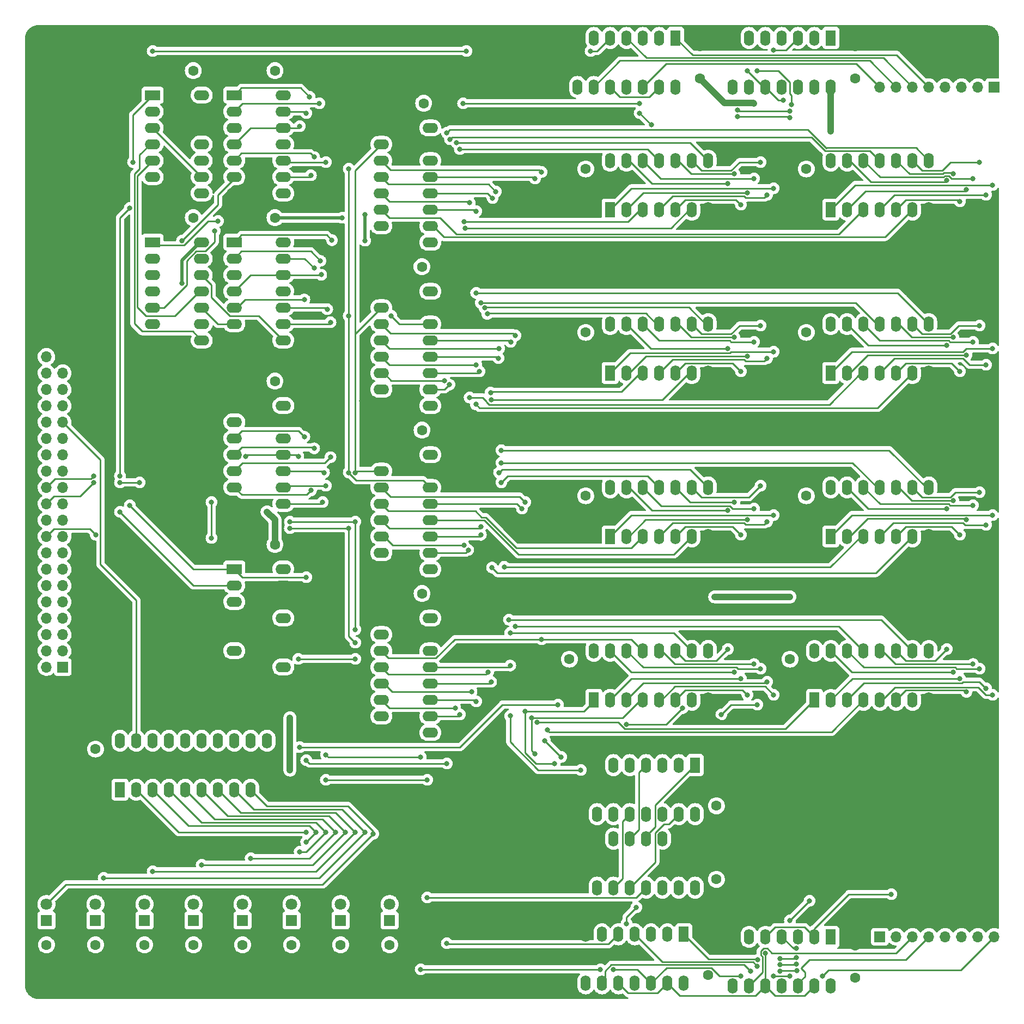
<source format=gbr>
%TF.GenerationSoftware,KiCad,Pcbnew,(6.0.1)*%
%TF.CreationDate,2022-07-04T18:26:58+02:00*%
%TF.ProjectId,ALU,414c552e-6b69-4636-9164-5f7063625858,rev?*%
%TF.SameCoordinates,Original*%
%TF.FileFunction,Copper,L2,Bot*%
%TF.FilePolarity,Positive*%
%FSLAX46Y46*%
G04 Gerber Fmt 4.6, Leading zero omitted, Abs format (unit mm)*
G04 Created by KiCad (PCBNEW (6.0.1)) date 2022-07-04 18:26:58*
%MOMM*%
%LPD*%
G01*
G04 APERTURE LIST*
%TA.AperFunction,ComponentPad*%
%ADD10R,1.600000X2.400000*%
%TD*%
%TA.AperFunction,ComponentPad*%
%ADD11O,1.600000X2.400000*%
%TD*%
%TA.AperFunction,ComponentPad*%
%ADD12R,2.400000X1.600000*%
%TD*%
%TA.AperFunction,ComponentPad*%
%ADD13O,2.400000X1.600000*%
%TD*%
%TA.AperFunction,ComponentPad*%
%ADD14R,1.800000X1.800000*%
%TD*%
%TA.AperFunction,ComponentPad*%
%ADD15C,1.800000*%
%TD*%
%TA.AperFunction,ComponentPad*%
%ADD16C,1.600000*%
%TD*%
%TA.AperFunction,ComponentPad*%
%ADD17O,1.600000X1.600000*%
%TD*%
%TA.AperFunction,ComponentPad*%
%ADD18R,1.700000X1.700000*%
%TD*%
%TA.AperFunction,ComponentPad*%
%ADD19O,1.700000X1.700000*%
%TD*%
%TA.AperFunction,ViaPad*%
%ADD20C,0.800000*%
%TD*%
%TA.AperFunction,Conductor*%
%ADD21C,1.000000*%
%TD*%
%TA.AperFunction,Conductor*%
%ADD22C,0.500000*%
%TD*%
%TA.AperFunction,Conductor*%
%ADD23C,0.250000*%
%TD*%
G04 APERTURE END LIST*
D10*
%TO.P,U20,1*%
%TO.N,Net-(U20-Pad1)*%
X130053000Y-140955000D03*
D11*
%TO.P,U20,2*%
%TO.N,/SUM_0*%
X127513000Y-140955000D03*
%TO.P,U20,3*%
%TO.N,/SUM_1*%
X124973000Y-140955000D03*
%TO.P,U20,4*%
%TO.N,Net-(U20-Pad4)*%
X122433000Y-140955000D03*
%TO.P,U20,5*%
%TO.N,/SUM_2*%
X119893000Y-140955000D03*
%TO.P,U20,6*%
%TO.N,/SUM_3*%
X117353000Y-140955000D03*
%TO.P,U20,7,GND*%
%TO.N,/GND*%
X114813000Y-140955000D03*
%TO.P,U20,8*%
%TO.N,/SUM_4*%
X114813000Y-148575000D03*
%TO.P,U20,9*%
%TO.N,/SUM_5*%
X117353000Y-148575000D03*
%TO.P,U20,10*%
%TO.N,Net-(U20-Pad10)*%
X119893000Y-148575000D03*
%TO.P,U20,11*%
%TO.N,/SUM_6*%
X122433000Y-148575000D03*
%TO.P,U20,12*%
%TO.N,/NF*%
X124973000Y-148575000D03*
%TO.P,U20,13*%
%TO.N,Net-(U20-Pad13)*%
X127513000Y-148575000D03*
%TO.P,U20,14,VCC*%
%TO.N,/VCC*%
X130053000Y-148575000D03*
%TD*%
D10*
%TO.P,U10,1*%
%TO.N,/A_0*%
X151130000Y-105410000D03*
D11*
%TO.P,U10,2*%
%TO.N,/B_0*%
X153670000Y-105410000D03*
%TO.P,U10,3*%
%TO.N,/XOR_0*%
X156210000Y-105410000D03*
%TO.P,U10,4*%
%TO.N,/A_1*%
X158750000Y-105410000D03*
%TO.P,U10,5*%
%TO.N,/B_1*%
X161290000Y-105410000D03*
%TO.P,U10,6*%
%TO.N,/XOR_1*%
X163830000Y-105410000D03*
%TO.P,U10,7,GND*%
%TO.N,/GND*%
X166370000Y-105410000D03*
%TO.P,U10,8*%
%TO.N,/XOR_2*%
X166370000Y-97790000D03*
%TO.P,U10,9*%
%TO.N,/A_2*%
X163830000Y-97790000D03*
%TO.P,U10,10*%
%TO.N,/B_2*%
X161290000Y-97790000D03*
%TO.P,U10,11*%
%TO.N,/XOR_3*%
X158750000Y-97790000D03*
%TO.P,U10,12*%
%TO.N,/A_3*%
X156210000Y-97790000D03*
%TO.P,U10,13*%
%TO.N,/B_3*%
X153670000Y-97790000D03*
%TO.P,U10,14,VCC*%
%TO.N,/VCC*%
X151130000Y-97790000D03*
%TD*%
D12*
%TO.P,U22,1*%
%TO.N,/A_7_IN*%
X58405000Y-59685000D03*
D13*
%TO.P,U22,2*%
%TO.N,/~{B_7_IN}*%
X58405000Y-62225000D03*
%TO.P,U22,3*%
%TO.N,Net-(U22-Pad3)*%
X58405000Y-64765000D03*
%TO.P,U22,4*%
%TO.N,/~{SUM_7}*%
X58405000Y-67305000D03*
%TO.P,U22,5*%
%TO.N,/ALU3*%
X58405000Y-69845000D03*
%TO.P,U22,6*%
%TO.N,Net-(U22-Pad6)*%
X58405000Y-72385000D03*
%TO.P,U22,7,GND*%
%TO.N,/GND*%
X58405000Y-74925000D03*
%TO.P,U22,8*%
%TO.N,Net-(U22-Pad8)*%
X66025000Y-74925000D03*
%TO.P,U22,9*%
%TO.N,/A_7_IN*%
X66025000Y-72385000D03*
%TO.P,U22,10*%
%TO.N,/B_7_IN*%
X66025000Y-69845000D03*
%TO.P,U22,11*%
%TO.N,Net-(U22-Pad11)*%
X66025000Y-67305000D03*
%TO.P,U22,12*%
%TO.N,/~{SUM_7}*%
X66025000Y-64765000D03*
%TO.P,U22,13*%
%TO.N,/~{ALU3}*%
X66025000Y-62225000D03*
%TO.P,U22,14,VCC*%
%TO.N,/VCC*%
X66025000Y-59685000D03*
%TD*%
D14*
%TO.P,D7,1,K*%
%TO.N,Net-(D7-Pad1)*%
X36830000Y-165100000D03*
D15*
%TO.P,D7,2,A*%
%TO.N,/RESULT_6*%
X36830000Y-162560000D03*
%TD*%
D10*
%TO.P,U15,1,S2*%
%TO.N,/SUM_5*%
X114300000Y-130810000D03*
D11*
%TO.P,U15,2,B2*%
%TO.N,/B_5*%
X116840000Y-130810000D03*
%TO.P,U15,3,A2*%
%TO.N,/A_5*%
X119380000Y-130810000D03*
%TO.P,U15,4,S1*%
%TO.N,/SUM_4*%
X121920000Y-130810000D03*
%TO.P,U15,5,A1*%
%TO.N,/A_4*%
X124460000Y-130810000D03*
%TO.P,U15,6,B1*%
%TO.N,/B_4*%
X127000000Y-130810000D03*
%TO.P,U15,7,C0*%
%TO.N,Net-(U11-Pad9)*%
X129540000Y-130810000D03*
%TO.P,U15,8,GND*%
%TO.N,/GND*%
X132080000Y-130810000D03*
%TO.P,U15,9,C4*%
%TO.N,/CF*%
X132080000Y-123190000D03*
%TO.P,U15,10,S4*%
%TO.N,/NF*%
X129540000Y-123190000D03*
%TO.P,U15,11,B4*%
%TO.N,/B_7*%
X127000000Y-123190000D03*
%TO.P,U15,12,A4*%
%TO.N,/A_7*%
X124460000Y-123190000D03*
%TO.P,U15,13,S3*%
%TO.N,/SUM_6*%
X121920000Y-123190000D03*
%TO.P,U15,14,A3*%
%TO.N,/A_6*%
X119380000Y-123190000D03*
%TO.P,U15,15,B3*%
%TO.N,/B_6*%
X116840000Y-123190000D03*
%TO.P,U15,16,VCC*%
%TO.N,/VCC*%
X114300000Y-123190000D03*
%TD*%
D14*
%TO.P,D1,1,K*%
%TO.N,Net-(D1-Pad1)*%
X82550000Y-165100000D03*
D15*
%TO.P,D1,2,A*%
%TO.N,/RESULT_0*%
X82550000Y-162560000D03*
%TD*%
D16*
%TO.P,C3,1*%
%TO.N,/VCC*%
X154940000Y-34250000D03*
%TO.P,C3,2*%
%TO.N,/GND*%
X154940000Y-29250000D03*
%TD*%
D10*
%TO.P,U1,1*%
%TO.N,/B_0_IN*%
X151135000Y-167665000D03*
D11*
%TO.P,U1,2*%
%TO.N,/ALU3*%
X148595000Y-167665000D03*
%TO.P,U1,3*%
%TO.N,/B_0*%
X146055000Y-167665000D03*
%TO.P,U1,4*%
%TO.N,/B_1_IN*%
X143515000Y-167665000D03*
%TO.P,U1,5*%
%TO.N,/ALU3*%
X140975000Y-167665000D03*
%TO.P,U1,6*%
%TO.N,/B_1*%
X138435000Y-167665000D03*
%TO.P,U1,7,GND*%
%TO.N,/GND*%
X135895000Y-167665000D03*
%TO.P,U1,8*%
%TO.N,/B_2*%
X135895000Y-175285000D03*
%TO.P,U1,9*%
%TO.N,/B_2_IN*%
X138435000Y-175285000D03*
%TO.P,U1,10*%
%TO.N,/ALU3*%
X140975000Y-175285000D03*
%TO.P,U1,11*%
%TO.N,/B_3*%
X143515000Y-175285000D03*
%TO.P,U1,12*%
%TO.N,/B_3_IN*%
X146055000Y-175285000D03*
%TO.P,U1,13*%
%TO.N,/ALU3*%
X148595000Y-175285000D03*
%TO.P,U1,14,VCC*%
%TO.N,/VCC*%
X151135000Y-175285000D03*
%TD*%
D16*
%TO.P,C14,1*%
%TO.N,/VCC*%
X113030000Y-99100000D03*
%TO.P,C14,2*%
%TO.N,/GND*%
X113030000Y-104100000D03*
%TD*%
%TO.P,R2,1*%
%TO.N,Net-(D2-Pad1)*%
X74930000Y-168910000D03*
D17*
%TO.P,R2,2*%
%TO.N,/GND*%
X74930000Y-176530000D03*
%TD*%
D14*
%TO.P,D4,1,K*%
%TO.N,Net-(D4-Pad1)*%
X59690000Y-165100000D03*
D15*
%TO.P,D4,2,A*%
%TO.N,/RESULT_3*%
X59690000Y-162560000D03*
%TD*%
D16*
%TO.P,R4,1*%
%TO.N,Net-(D4-Pad1)*%
X59690000Y-168910000D03*
D17*
%TO.P,R4,2*%
%TO.N,/GND*%
X59690000Y-176530000D03*
%TD*%
D10*
%TO.P,U25,1,A->B*%
%TO.N,/VCC*%
X40640000Y-144780000D03*
D11*
%TO.P,U25,2,A0*%
%TO.N,/RESULT_0*%
X43180000Y-144780000D03*
%TO.P,U25,3,A1*%
%TO.N,/RESULT_1*%
X45720000Y-144780000D03*
%TO.P,U25,4,A2*%
%TO.N,/RESULT_2*%
X48260000Y-144780000D03*
%TO.P,U25,5,A3*%
%TO.N,/RESULT_3*%
X50800000Y-144780000D03*
%TO.P,U25,6,A4*%
%TO.N,/RESULT_4*%
X53340000Y-144780000D03*
%TO.P,U25,7,A5*%
%TO.N,/RESULT_5*%
X55880000Y-144780000D03*
%TO.P,U25,8,A6*%
%TO.N,/RESULT_6*%
X58420000Y-144780000D03*
%TO.P,U25,9,A7*%
%TO.N,/RESULT_7*%
X60960000Y-144780000D03*
%TO.P,U25,10,GND*%
%TO.N,/GND*%
X63500000Y-144780000D03*
%TO.P,U25,11,B7*%
%TO.N,/BUS_7*%
X63500000Y-137160000D03*
%TO.P,U25,12,B6*%
%TO.N,/BUS_6*%
X60960000Y-137160000D03*
%TO.P,U25,13,B5*%
%TO.N,/BUS_5*%
X58420000Y-137160000D03*
%TO.P,U25,14,B4*%
%TO.N,/BUS_4*%
X55880000Y-137160000D03*
%TO.P,U25,15,B3*%
%TO.N,/BUS_3*%
X53340000Y-137160000D03*
%TO.P,U25,16,B2*%
%TO.N,/BUS_2*%
X50800000Y-137160000D03*
%TO.P,U25,17,B1*%
%TO.N,/BUS_1*%
X48260000Y-137160000D03*
%TO.P,U25,18,B0*%
%TO.N,/BUS_0*%
X45720000Y-137160000D03*
%TO.P,U25,19,CE*%
%TO.N,/~{ALUOUT}*%
X43180000Y-137160000D03*
%TO.P,U25,20,VCC*%
%TO.N,/VCC*%
X40640000Y-137160000D03*
%TD*%
D16*
%TO.P,C1,1*%
%TO.N,/VCC*%
X154940000Y-173990000D03*
%TO.P,C1,2*%
%TO.N,/GND*%
X154940000Y-168990000D03*
%TD*%
D12*
%TO.P,U24,1*%
%TO.N,Net-(U23-Pad3)*%
X45720000Y-36830000D03*
D13*
%TO.P,U24,2*%
%TO.N,Net-(U23-Pad6)*%
X45720000Y-39370000D03*
%TO.P,U24,3*%
%TO.N,Net-(U24-Pad3)*%
X45720000Y-41910000D03*
%TO.P,U24,4*%
%TO.N,Net-(U23-Pad8)*%
X45720000Y-44450000D03*
%TO.P,U24,5*%
%TO.N,Net-(U23-Pad11)*%
X45720000Y-46990000D03*
%TO.P,U24,6*%
%TO.N,Net-(U24-Pad10)*%
X45720000Y-49530000D03*
%TO.P,U24,7,GND*%
%TO.N,/GND*%
X45720000Y-52070000D03*
%TO.P,U24,8*%
%TO.N,/OF*%
X53340000Y-52070000D03*
%TO.P,U24,9*%
%TO.N,Net-(U24-Pad3)*%
X53340000Y-49530000D03*
%TO.P,U24,10*%
%TO.N,Net-(U24-Pad10)*%
X53340000Y-46990000D03*
%TO.P,U24,11*%
%TO.N,unconnected-(U24-Pad11)*%
X53340000Y-44450000D03*
%TO.P,U24,12*%
%TO.N,/GND*%
X53340000Y-41910000D03*
%TO.P,U24,13*%
X53340000Y-39370000D03*
%TO.P,U24,14,VCC*%
%TO.N,/VCC*%
X53340000Y-36830000D03*
%TD*%
D16*
%TO.P,C18,1*%
%TO.N,/VCC*%
X87590000Y-88900000D03*
%TO.P,C18,2*%
%TO.N,/GND*%
X82590000Y-88900000D03*
%TD*%
%TO.P,C9,1*%
%TO.N,/VCC*%
X147320000Y-73700000D03*
%TO.P,C9,2*%
%TO.N,/GND*%
X147320000Y-78700000D03*
%TD*%
%TO.P,C19,1*%
%TO.N,/VCC*%
X87590000Y-114300000D03*
%TO.P,C19,2*%
%TO.N,/GND*%
X82590000Y-114300000D03*
%TD*%
D10*
%TO.P,U8,1*%
%TO.N,/A_0*%
X151130000Y-54610000D03*
D11*
%TO.P,U8,2*%
%TO.N,/B_0*%
X153670000Y-54610000D03*
%TO.P,U8,3*%
%TO.N,/AND_0*%
X156210000Y-54610000D03*
%TO.P,U8,4*%
%TO.N,/A_1*%
X158750000Y-54610000D03*
%TO.P,U8,5*%
%TO.N,/B_1*%
X161290000Y-54610000D03*
%TO.P,U8,6*%
%TO.N,/AND_1*%
X163830000Y-54610000D03*
%TO.P,U8,7,GND*%
%TO.N,/GND*%
X166370000Y-54610000D03*
%TO.P,U8,8*%
%TO.N,/AND_2*%
X166370000Y-46990000D03*
%TO.P,U8,9*%
%TO.N,/A_2*%
X163830000Y-46990000D03*
%TO.P,U8,10*%
%TO.N,/B_2*%
X161290000Y-46990000D03*
%TO.P,U8,11*%
%TO.N,/AND_3*%
X158750000Y-46990000D03*
%TO.P,U8,12*%
%TO.N,/A_3*%
X156210000Y-46990000D03*
%TO.P,U8,13*%
%TO.N,/B_3*%
X153670000Y-46990000D03*
%TO.P,U8,14,VCC*%
%TO.N,/VCC*%
X151130000Y-46990000D03*
%TD*%
D16*
%TO.P,C2,1*%
%TO.N,/VCC*%
X132080000Y-173588000D03*
%TO.P,C2,2*%
%TO.N,/GND*%
X132080000Y-168588000D03*
%TD*%
D10*
%TO.P,U13,1*%
%TO.N,/A_4*%
X116835000Y-80025000D03*
D11*
%TO.P,U13,2*%
%TO.N,/B_4*%
X119375000Y-80025000D03*
%TO.P,U13,3*%
%TO.N,/OR_4*%
X121915000Y-80025000D03*
%TO.P,U13,4*%
%TO.N,/A_5*%
X124455000Y-80025000D03*
%TO.P,U13,5*%
%TO.N,/B_5*%
X126995000Y-80025000D03*
%TO.P,U13,6*%
%TO.N,/OR_5*%
X129535000Y-80025000D03*
%TO.P,U13,7,GND*%
%TO.N,/GND*%
X132075000Y-80025000D03*
%TO.P,U13,8*%
%TO.N,/OR_6*%
X132075000Y-72405000D03*
%TO.P,U13,9*%
%TO.N,/A_6*%
X129535000Y-72405000D03*
%TO.P,U13,10*%
%TO.N,/B_6*%
X126995000Y-72405000D03*
%TO.P,U13,11*%
%TO.N,/OR_7*%
X124455000Y-72405000D03*
%TO.P,U13,12*%
%TO.N,/A_7*%
X121915000Y-72405000D03*
%TO.P,U13,13*%
%TO.N,/B_7*%
X119375000Y-72405000D03*
%TO.P,U13,14,VCC*%
%TO.N,/VCC*%
X116835000Y-72405000D03*
%TD*%
D16*
%TO.P,C4,1*%
%TO.N,/VCC*%
X130810000Y-34250000D03*
%TO.P,C4,2*%
%TO.N,/GND*%
X130810000Y-29250000D03*
%TD*%
%TO.P,C12,1*%
%TO.N,/VCC*%
X113030000Y-48300000D03*
%TO.P,C12,2*%
%TO.N,/GND*%
X113030000Y-53300000D03*
%TD*%
D10*
%TO.P,U6,1*%
%TO.N,/GND*%
X130053000Y-152385000D03*
D11*
%TO.P,U6,2*%
X127513000Y-152385000D03*
%TO.P,U6,3*%
%TO.N,unconnected-(U6-Pad3)*%
X124973000Y-152385000D03*
%TO.P,U6,4*%
%TO.N,Net-(U20-Pad1)*%
X122433000Y-152385000D03*
%TO.P,U6,5*%
%TO.N,Net-(U20-Pad4)*%
X119893000Y-152385000D03*
%TO.P,U6,6*%
%TO.N,Net-(U6-Pad12)*%
X117353000Y-152385000D03*
%TO.P,U6,7,GND*%
%TO.N,/GND*%
X114813000Y-152385000D03*
%TO.P,U6,8*%
%TO.N,Net-(U6-Pad13)*%
X114813000Y-160005000D03*
%TO.P,U6,9*%
%TO.N,Net-(U20-Pad10)*%
X117353000Y-160005000D03*
%TO.P,U6,10*%
%TO.N,Net-(U20-Pad13)*%
X119893000Y-160005000D03*
%TO.P,U6,11*%
%TO.N,/ZF*%
X122433000Y-160005000D03*
%TO.P,U6,12*%
%TO.N,Net-(U6-Pad12)*%
X124973000Y-160005000D03*
%TO.P,U6,13*%
%TO.N,Net-(U6-Pad13)*%
X127513000Y-160005000D03*
%TO.P,U6,14,VCC*%
%TO.N,/VCC*%
X130053000Y-160005000D03*
%TD*%
D12*
%TO.P,U17,1,Ea*%
%TO.N,/GND*%
X81265000Y-67325000D03*
D13*
%TO.P,U17,2,S1*%
%TO.N,/ALU1*%
X81265000Y-69865000D03*
%TO.P,U17,3,I3a*%
%TO.N,/SUM_2*%
X81265000Y-72405000D03*
%TO.P,U17,4,I2a*%
%TO.N,/XOR_2*%
X81265000Y-74945000D03*
%TO.P,U17,5,I1a*%
%TO.N,/OR_2*%
X81265000Y-77485000D03*
%TO.P,U17,6,I0a*%
%TO.N,/AND_2*%
X81265000Y-80025000D03*
%TO.P,U17,7,Za*%
%TO.N,/RESULT_2*%
X81265000Y-82565000D03*
%TO.P,U17,8,GND*%
%TO.N,/GND*%
X81265000Y-85105000D03*
%TO.P,U17,9,Zb*%
%TO.N,/RESULT_3*%
X88885000Y-85105000D03*
%TO.P,U17,10,I0b*%
%TO.N,/AND_3*%
X88885000Y-82565000D03*
%TO.P,U17,11,I1b*%
%TO.N,/OR_3*%
X88885000Y-80025000D03*
%TO.P,U17,12,I2b*%
%TO.N,/XOR_3*%
X88885000Y-77485000D03*
%TO.P,U17,13,I3b*%
%TO.N,/SUM_3*%
X88885000Y-74945000D03*
%TO.P,U17,14,S0*%
%TO.N,/ALU0*%
X88885000Y-72405000D03*
%TO.P,U17,15,Eb*%
%TO.N,/GND*%
X88885000Y-69865000D03*
%TO.P,U17,16,VCC*%
%TO.N,/VCC*%
X88885000Y-67325000D03*
%TD*%
D16*
%TO.P,C22,1*%
%TO.N,/VCC*%
X64730000Y-55880000D03*
%TO.P,C22,2*%
%TO.N,/GND*%
X59730000Y-55880000D03*
%TD*%
%TO.P,C7,1*%
%TO.N,/VCC*%
X64730000Y-106680000D03*
%TO.P,C7,2*%
%TO.N,/GND*%
X59730000Y-106680000D03*
%TD*%
%TO.P,C16,1*%
%TO.N,/VCC*%
X87844000Y-38100000D03*
%TO.P,C16,2*%
%TO.N,/GND*%
X82844000Y-38100000D03*
%TD*%
D10*
%TO.P,U4,1*%
%TO.N,/A_4_IN*%
X127005000Y-27925000D03*
D11*
%TO.P,U4,2*%
%TO.N,/EN_A*%
X124465000Y-27925000D03*
%TO.P,U4,3*%
%TO.N,/A_4*%
X121925000Y-27925000D03*
%TO.P,U4,4*%
%TO.N,/A_5_IN*%
X119385000Y-27925000D03*
%TO.P,U4,5*%
%TO.N,/EN_A*%
X116845000Y-27925000D03*
%TO.P,U4,6*%
%TO.N,/A_5*%
X114305000Y-27925000D03*
%TO.P,U4,7,GND*%
%TO.N,/GND*%
X111765000Y-27925000D03*
%TO.P,U4,8*%
%TO.N,/A_6*%
X111765000Y-35545000D03*
%TO.P,U4,9*%
%TO.N,/A_6_IN*%
X114305000Y-35545000D03*
%TO.P,U4,10*%
%TO.N,/EN_A*%
X116845000Y-35545000D03*
%TO.P,U4,11*%
%TO.N,/A_7*%
X119385000Y-35545000D03*
%TO.P,U4,12*%
%TO.N,/A_7_IN*%
X121925000Y-35545000D03*
%TO.P,U4,13*%
%TO.N,/EN_A*%
X124465000Y-35545000D03*
%TO.P,U4,14,VCC*%
%TO.N,/VCC*%
X127005000Y-35545000D03*
%TD*%
D14*
%TO.P,D8,1,K*%
%TO.N,Net-(D8-Pad1)*%
X29210000Y-165100000D03*
D15*
%TO.P,D8,2,A*%
%TO.N,/RESULT_7*%
X29210000Y-162560000D03*
%TD*%
D12*
%TO.P,U18,1,Ea*%
%TO.N,/GND*%
X81265000Y-92725000D03*
D13*
%TO.P,U18,2,S1*%
%TO.N,/ALU1*%
X81265000Y-95265000D03*
%TO.P,U18,3,I3a*%
%TO.N,/SUM_4*%
X81265000Y-97805000D03*
%TO.P,U18,4,I2a*%
%TO.N,/XOR_4*%
X81265000Y-100345000D03*
%TO.P,U18,5,I1a*%
%TO.N,/OR_4*%
X81265000Y-102885000D03*
%TO.P,U18,6,I0a*%
%TO.N,/AND_4*%
X81265000Y-105425000D03*
%TO.P,U18,7,Za*%
%TO.N,/RESULT_4*%
X81265000Y-107965000D03*
%TO.P,U18,8,GND*%
%TO.N,/GND*%
X81265000Y-110505000D03*
%TO.P,U18,9,Zb*%
%TO.N,/RESULT_5*%
X88885000Y-110505000D03*
%TO.P,U18,10,I0b*%
%TO.N,/AND_5*%
X88885000Y-107965000D03*
%TO.P,U18,11,I1b*%
%TO.N,/OR_5*%
X88885000Y-105425000D03*
%TO.P,U18,12,I2b*%
%TO.N,/XOR_5*%
X88885000Y-102885000D03*
%TO.P,U18,13,I3b*%
%TO.N,/SUM_5*%
X88885000Y-100345000D03*
%TO.P,U18,14,S0*%
%TO.N,/ALU0*%
X88885000Y-97805000D03*
%TO.P,U18,15,Eb*%
%TO.N,/GND*%
X88885000Y-95265000D03*
%TO.P,U18,16,VCC*%
%TO.N,/VCC*%
X88885000Y-92725000D03*
%TD*%
D12*
%TO.P,U21,1*%
%TO.N,/~{A_7_IN}*%
X58405000Y-36825000D03*
D13*
%TO.P,U21,2*%
%TO.N,/~{B_7_IN}*%
X58405000Y-39365000D03*
%TO.P,U21,3*%
%TO.N,Net-(U21-Pad3)*%
X58405000Y-41905000D03*
%TO.P,U21,4*%
%TO.N,/NF*%
X58405000Y-44445000D03*
%TO.P,U21,5*%
%TO.N,/~{ALU3}*%
X58405000Y-46985000D03*
%TO.P,U21,6*%
%TO.N,Net-(U21-Pad6)*%
X58405000Y-49525000D03*
%TO.P,U21,7,GND*%
%TO.N,/GND*%
X58405000Y-52065000D03*
%TO.P,U21,8*%
%TO.N,Net-(U21-Pad8)*%
X66025000Y-52065000D03*
%TO.P,U21,9*%
%TO.N,/~{A_7_IN}*%
X66025000Y-49525000D03*
%TO.P,U21,10*%
%TO.N,/B_7_IN*%
X66025000Y-46985000D03*
%TO.P,U21,11*%
%TO.N,Net-(U21-Pad11)*%
X66025000Y-44445000D03*
%TO.P,U21,12*%
%TO.N,/NF*%
X66025000Y-41905000D03*
%TO.P,U21,13*%
%TO.N,/ALU3*%
X66025000Y-39365000D03*
%TO.P,U21,14,VCC*%
%TO.N,/VCC*%
X66025000Y-36825000D03*
%TD*%
D16*
%TO.P,C8,1*%
%TO.N,/VCC*%
X147320000Y-48300000D03*
%TO.P,C8,2*%
%TO.N,/GND*%
X147320000Y-53300000D03*
%TD*%
D12*
%TO.P,U16,1,Ea*%
%TO.N,/GND*%
X81265000Y-41925000D03*
D13*
%TO.P,U16,2,S1*%
%TO.N,/ALU1*%
X81265000Y-44465000D03*
%TO.P,U16,3,I3a*%
%TO.N,/SUM_0*%
X81265000Y-47005000D03*
%TO.P,U16,4,I2a*%
%TO.N,/XOR_0*%
X81265000Y-49545000D03*
%TO.P,U16,5,I1a*%
%TO.N,/OR_0*%
X81265000Y-52085000D03*
%TO.P,U16,6,I0a*%
%TO.N,/AND_0*%
X81265000Y-54625000D03*
%TO.P,U16,7,Za*%
%TO.N,/RESULT_0*%
X81265000Y-57165000D03*
%TO.P,U16,8,GND*%
%TO.N,/GND*%
X81265000Y-59705000D03*
%TO.P,U16,9,Zb*%
%TO.N,/RESULT_1*%
X88885000Y-59705000D03*
%TO.P,U16,10,I0b*%
%TO.N,/AND_1*%
X88885000Y-57165000D03*
%TO.P,U16,11,I1b*%
%TO.N,/OR_1*%
X88885000Y-54625000D03*
%TO.P,U16,12,I2b*%
%TO.N,/XOR_1*%
X88885000Y-52085000D03*
%TO.P,U16,13,I3b*%
%TO.N,/SUM_1*%
X88885000Y-49545000D03*
%TO.P,U16,14,S0*%
%TO.N,/ALU0*%
X88885000Y-47005000D03*
%TO.P,U16,15,Eb*%
%TO.N,/GND*%
X88885000Y-44465000D03*
%TO.P,U16,16,VCC*%
%TO.N,/VCC*%
X88885000Y-41925000D03*
%TD*%
D18*
%TO.P,J1,1,Pin_1*%
%TO.N,/VCC*%
X31750000Y-125730000D03*
D19*
%TO.P,J1,2,Pin_2*%
%TO.N,/BUS_0*%
X29210000Y-125730000D03*
%TO.P,J1,3,Pin_3*%
%TO.N,unconnected-(J1-Pad3)*%
X31750000Y-123190000D03*
%TO.P,J1,4,Pin_4*%
%TO.N,/BUS_1*%
X29210000Y-123190000D03*
%TO.P,J1,5,Pin_5*%
%TO.N,unconnected-(J1-Pad5)*%
X31750000Y-120650000D03*
%TO.P,J1,6,Pin_6*%
%TO.N,/BUS_2*%
X29210000Y-120650000D03*
%TO.P,J1,7,Pin_7*%
%TO.N,unconnected-(J1-Pad7)*%
X31750000Y-118110000D03*
%TO.P,J1,8,Pin_8*%
%TO.N,/BUS_3*%
X29210000Y-118110000D03*
%TO.P,J1,9,Pin_9*%
%TO.N,unconnected-(J1-Pad9)*%
X31750000Y-115570000D03*
%TO.P,J1,10,Pin_10*%
%TO.N,/BUS_4*%
X29210000Y-115570000D03*
%TO.P,J1,11,Pin_11*%
%TO.N,unconnected-(J1-Pad11)*%
X31750000Y-113030000D03*
%TO.P,J1,12,Pin_12*%
%TO.N,/BUS_5*%
X29210000Y-113030000D03*
%TO.P,J1,13,Pin_13*%
%TO.N,unconnected-(J1-Pad13)*%
X31750000Y-110490000D03*
%TO.P,J1,14,Pin_14*%
%TO.N,/BUS_6*%
X29210000Y-110490000D03*
%TO.P,J1,15,Pin_15*%
%TO.N,unconnected-(J1-Pad15)*%
X31750000Y-107950000D03*
%TO.P,J1,16,Pin_16*%
%TO.N,/BUS_7*%
X29210000Y-107950000D03*
%TO.P,J1,17,Pin_17*%
%TO.N,unconnected-(J1-Pad17)*%
X31750000Y-105410000D03*
%TO.P,J1,18,Pin_18*%
%TO.N,/CF*%
X29210000Y-105410000D03*
%TO.P,J1,19,Pin_19*%
%TO.N,unconnected-(J1-Pad19)*%
X31750000Y-102870000D03*
%TO.P,J1,20,Pin_20*%
%TO.N,/ZF*%
X29210000Y-102870000D03*
%TO.P,J1,21,Pin_21*%
%TO.N,unconnected-(J1-Pad21)*%
X31750000Y-100330000D03*
%TO.P,J1,22,Pin_22*%
%TO.N,/NF*%
X29210000Y-100330000D03*
%TO.P,J1,23,Pin_23*%
%TO.N,/ALU0*%
X31750000Y-97790000D03*
%TO.P,J1,24,Pin_24*%
%TO.N,/OF*%
X29210000Y-97790000D03*
%TO.P,J1,25,Pin_25*%
%TO.N,/ALU1*%
X31750000Y-95250000D03*
%TO.P,J1,26,Pin_26*%
%TO.N,unconnected-(J1-Pad26)*%
X29210000Y-95250000D03*
%TO.P,J1,27,Pin_27*%
%TO.N,/ALU2*%
X31750000Y-92710000D03*
%TO.P,J1,28,Pin_28*%
%TO.N,unconnected-(J1-Pad28)*%
X29210000Y-92710000D03*
%TO.P,J1,29,Pin_29*%
%TO.N,/ALU3*%
X31750000Y-90170000D03*
%TO.P,J1,30,Pin_30*%
%TO.N,unconnected-(J1-Pad30)*%
X29210000Y-90170000D03*
%TO.P,J1,31,Pin_31*%
%TO.N,/~{ALUOUT}*%
X31750000Y-87630000D03*
%TO.P,J1,32,Pin_32*%
%TO.N,unconnected-(J1-Pad32)*%
X29210000Y-87630000D03*
%TO.P,J1,33,Pin_33*%
%TO.N,unconnected-(J1-Pad33)*%
X31750000Y-85090000D03*
%TO.P,J1,34,Pin_34*%
%TO.N,unconnected-(J1-Pad34)*%
X29210000Y-85090000D03*
%TO.P,J1,35,Pin_35*%
%TO.N,unconnected-(J1-Pad35)*%
X31750000Y-82550000D03*
%TO.P,J1,36,Pin_36*%
%TO.N,unconnected-(J1-Pad36)*%
X29210000Y-82550000D03*
%TO.P,J1,37,Pin_37*%
%TO.N,unconnected-(J1-Pad37)*%
X31750000Y-80010000D03*
%TO.P,J1,38,Pin_38*%
%TO.N,unconnected-(J1-Pad38)*%
X29210000Y-80010000D03*
%TO.P,J1,39,Pin_39*%
%TO.N,/GND*%
X31750000Y-77470000D03*
%TO.P,J1,40,Pin_40*%
%TO.N,unconnected-(J1-Pad40)*%
X29210000Y-77470000D03*
%TD*%
D16*
%TO.P,C25,1*%
%TO.N,/VCC*%
X36830000Y-138470000D03*
%TO.P,C25,2*%
%TO.N,/GND*%
X36830000Y-143470000D03*
%TD*%
%TO.P,C15,1*%
%TO.N,/VCC*%
X110490000Y-124500000D03*
%TO.P,C15,2*%
%TO.N,/GND*%
X110490000Y-129500000D03*
%TD*%
%TO.P,R7,1*%
%TO.N,Net-(D7-Pad1)*%
X36830000Y-168910000D03*
D17*
%TO.P,R7,2*%
%TO.N,/GND*%
X36830000Y-176530000D03*
%TD*%
D14*
%TO.P,D6,1,K*%
%TO.N,Net-(D6-Pad1)*%
X44450000Y-165100000D03*
D15*
%TO.P,D6,2,A*%
%TO.N,/RESULT_5*%
X44450000Y-162560000D03*
%TD*%
D16*
%TO.P,C21,1*%
%TO.N,/VCC*%
X64730000Y-33020000D03*
%TO.P,C21,2*%
%TO.N,/GND*%
X59730000Y-33020000D03*
%TD*%
%TO.P,C10,1*%
%TO.N,/VCC*%
X147320000Y-99100000D03*
%TO.P,C10,2*%
%TO.N,/GND*%
X147320000Y-104100000D03*
%TD*%
%TO.P,C20,1*%
%TO.N,/VCC*%
X133350000Y-147280000D03*
%TO.P,C20,2*%
%TO.N,/GND*%
X133350000Y-142280000D03*
%TD*%
%TO.P,C17,1*%
%TO.N,/VCC*%
X87575000Y-63500000D03*
%TO.P,C17,2*%
%TO.N,/GND*%
X82575000Y-63500000D03*
%TD*%
%TO.P,R1,1*%
%TO.N,Net-(D1-Pad1)*%
X82550000Y-168910000D03*
D17*
%TO.P,R1,2*%
%TO.N,/GND*%
X82550000Y-176530000D03*
%TD*%
D16*
%TO.P,R8,1*%
%TO.N,Net-(D8-Pad1)*%
X29210000Y-168910000D03*
D17*
%TO.P,R8,2*%
%TO.N,/GND*%
X29210000Y-176530000D03*
%TD*%
D12*
%TO.P,U19,1,Ea*%
%TO.N,/GND*%
X81265000Y-118125000D03*
D13*
%TO.P,U19,2,S1*%
%TO.N,/ALU1*%
X81265000Y-120665000D03*
%TO.P,U19,3,I3a*%
%TO.N,/SUM_6*%
X81265000Y-123205000D03*
%TO.P,U19,4,I2a*%
%TO.N,/XOR_6*%
X81265000Y-125745000D03*
%TO.P,U19,5,I1a*%
%TO.N,/OR_6*%
X81265000Y-128285000D03*
%TO.P,U19,6,I0a*%
%TO.N,/AND_6*%
X81265000Y-130825000D03*
%TO.P,U19,7,Za*%
%TO.N,/RESULT_6*%
X81265000Y-133365000D03*
%TO.P,U19,8,GND*%
%TO.N,/GND*%
X81265000Y-135905000D03*
%TO.P,U19,9,Zb*%
%TO.N,/RESULT_7*%
X88885000Y-135905000D03*
%TO.P,U19,10,I0b*%
%TO.N,/AND_7*%
X88885000Y-133365000D03*
%TO.P,U19,11,I1b*%
%TO.N,/OR_7*%
X88885000Y-130825000D03*
%TO.P,U19,12,I2b*%
%TO.N,/XOR_7*%
X88885000Y-128285000D03*
%TO.P,U19,13,I3b*%
%TO.N,/NF*%
X88885000Y-125745000D03*
%TO.P,U19,14,S0*%
%TO.N,/ALU0*%
X88885000Y-123205000D03*
%TO.P,U19,15,Eb*%
%TO.N,/GND*%
X88885000Y-120665000D03*
%TO.P,U19,16,VCC*%
%TO.N,/VCC*%
X88885000Y-118125000D03*
%TD*%
D10*
%TO.P,U9,1*%
%TO.N,/A_0*%
X151125000Y-80025000D03*
D11*
%TO.P,U9,2*%
%TO.N,/B_0*%
X153665000Y-80025000D03*
%TO.P,U9,3*%
%TO.N,/OR_0*%
X156205000Y-80025000D03*
%TO.P,U9,4*%
%TO.N,/A_1*%
X158745000Y-80025000D03*
%TO.P,U9,5*%
%TO.N,/B_1*%
X161285000Y-80025000D03*
%TO.P,U9,6*%
%TO.N,/OR_1*%
X163825000Y-80025000D03*
%TO.P,U9,7,GND*%
%TO.N,/GND*%
X166365000Y-80025000D03*
%TO.P,U9,8*%
%TO.N,/OR_2*%
X166365000Y-72405000D03*
%TO.P,U9,9*%
%TO.N,/A_2*%
X163825000Y-72405000D03*
%TO.P,U9,10*%
%TO.N,/B_2*%
X161285000Y-72405000D03*
%TO.P,U9,11*%
%TO.N,/OR_3*%
X158745000Y-72405000D03*
%TO.P,U9,12*%
%TO.N,/A_3*%
X156205000Y-72405000D03*
%TO.P,U9,13*%
%TO.N,/B_3*%
X153665000Y-72405000D03*
%TO.P,U9,14,VCC*%
%TO.N,/VCC*%
X151125000Y-72405000D03*
%TD*%
D12*
%TO.P,U5,1*%
%TO.N,/GND*%
X58420000Y-85090000D03*
D13*
%TO.P,U5,2*%
%TO.N,unconnected-(U5-Pad2)*%
X58420000Y-87630000D03*
%TO.P,U5,3*%
%TO.N,/ALU3*%
X58420000Y-90170000D03*
%TO.P,U5,4*%
%TO.N,/~{ALU3}*%
X58420000Y-92710000D03*
%TO.P,U5,5*%
%TO.N,/A_7_IN*%
X58420000Y-95250000D03*
%TO.P,U5,6*%
%TO.N,/~{A_7_IN}*%
X58420000Y-97790000D03*
%TO.P,U5,7,GND*%
%TO.N,/GND*%
X58420000Y-100330000D03*
%TO.P,U5,8*%
%TO.N,/~{B_7_IN}*%
X66040000Y-100330000D03*
%TO.P,U5,9*%
%TO.N,/B_7_IN*%
X66040000Y-97790000D03*
%TO.P,U5,10*%
%TO.N,/~{SUM_7}*%
X66040000Y-95250000D03*
%TO.P,U5,11*%
%TO.N,/NF*%
X66040000Y-92710000D03*
%TO.P,U5,12*%
%TO.N,unconnected-(U5-Pad12)*%
X66040000Y-90170000D03*
%TO.P,U5,13*%
%TO.N,/GND*%
X66040000Y-87630000D03*
%TO.P,U5,14,VCC*%
%TO.N,/VCC*%
X66040000Y-85090000D03*
%TD*%
D16*
%TO.P,R5,1*%
%TO.N,Net-(D5-Pad1)*%
X52070000Y-168910000D03*
D17*
%TO.P,R5,2*%
%TO.N,/GND*%
X52070000Y-176530000D03*
%TD*%
D18*
%TO.P,J3,1,Pin_1*%
%TO.N,/B_0_IN*%
X158750000Y-167640000D03*
D19*
%TO.P,J3,2,Pin_2*%
%TO.N,/B_1_IN*%
X161290000Y-167640000D03*
%TO.P,J3,3,Pin_3*%
%TO.N,/B_2_IN*%
X163830000Y-167640000D03*
%TO.P,J3,4,Pin_4*%
%TO.N,/B_3_IN*%
X166370000Y-167640000D03*
%TO.P,J3,5,Pin_5*%
%TO.N,/B_4_IN*%
X168910000Y-167640000D03*
%TO.P,J3,6,Pin_6*%
%TO.N,/B_5_IN*%
X171450000Y-167640000D03*
%TO.P,J3,7,Pin_7*%
%TO.N,/B_6_IN*%
X173990000Y-167640000D03*
%TO.P,J3,8,Pin_8*%
%TO.N,/B_7_IN*%
X176530000Y-167640000D03*
%TD*%
D14*
%TO.P,D5,1,K*%
%TO.N,Net-(D5-Pad1)*%
X52070000Y-165100000D03*
D15*
%TO.P,D5,2,A*%
%TO.N,/RESULT_4*%
X52070000Y-162560000D03*
%TD*%
D12*
%TO.P,U23,1*%
%TO.N,Net-(U21-Pad3)*%
X45720000Y-59690000D03*
D13*
%TO.P,U23,2*%
%TO.N,Net-(U21-Pad6)*%
X45720000Y-62230000D03*
%TO.P,U23,3*%
%TO.N,Net-(U23-Pad3)*%
X45720000Y-64770000D03*
%TO.P,U23,4*%
%TO.N,Net-(U21-Pad8)*%
X45720000Y-67310000D03*
%TO.P,U23,5*%
%TO.N,Net-(U21-Pad11)*%
X45720000Y-69850000D03*
%TO.P,U23,6*%
%TO.N,Net-(U23-Pad6)*%
X45720000Y-72390000D03*
%TO.P,U23,7,GND*%
%TO.N,/GND*%
X45720000Y-74930000D03*
%TO.P,U23,8*%
%TO.N,Net-(U23-Pad8)*%
X53340000Y-74930000D03*
%TO.P,U23,9*%
%TO.N,Net-(U22-Pad3)*%
X53340000Y-72390000D03*
%TO.P,U23,10*%
%TO.N,Net-(U22-Pad6)*%
X53340000Y-69850000D03*
%TO.P,U23,11*%
%TO.N,Net-(U23-Pad11)*%
X53340000Y-67310000D03*
%TO.P,U23,12*%
%TO.N,Net-(U22-Pad8)*%
X53340000Y-64770000D03*
%TO.P,U23,13*%
%TO.N,Net-(U22-Pad11)*%
X53340000Y-62230000D03*
%TO.P,U23,14,VCC*%
%TO.N,/VCC*%
X53340000Y-59690000D03*
%TD*%
D18*
%TO.P,J2,1,Pin_1*%
%TO.N,/A_0_IN*%
X176530000Y-35560000D03*
D19*
%TO.P,J2,2,Pin_2*%
%TO.N,/A_1_IN*%
X173990000Y-35560000D03*
%TO.P,J2,3,Pin_3*%
%TO.N,/A_2_IN*%
X171450000Y-35560000D03*
%TO.P,J2,4,Pin_4*%
%TO.N,/A_3_IN*%
X168910000Y-35560000D03*
%TO.P,J2,5,Pin_5*%
%TO.N,/A_4_IN*%
X166370000Y-35560000D03*
%TO.P,J2,6,Pin_6*%
%TO.N,/A_5_IN*%
X163830000Y-35560000D03*
%TO.P,J2,7,Pin_7*%
%TO.N,/A_6_IN*%
X161290000Y-35560000D03*
%TO.P,J2,8,Pin_8*%
%TO.N,/A_7_IN*%
X158750000Y-35560000D03*
%TD*%
D12*
%TO.P,U7,1*%
%TO.N,/ALU3*%
X58405000Y-110485000D03*
D13*
%TO.P,U7,2*%
%TO.N,/ALU2*%
X58405000Y-113025000D03*
%TO.P,U7,3*%
%TO.N,/EN_A*%
X58405000Y-115565000D03*
%TO.P,U7,4*%
%TO.N,/GND*%
X58405000Y-118105000D03*
%TO.P,U7,5*%
X58405000Y-120645000D03*
%TO.P,U7,6*%
%TO.N,unconnected-(U7-Pad6)*%
X58405000Y-123185000D03*
%TO.P,U7,7,GND*%
%TO.N,/GND*%
X58405000Y-125725000D03*
%TO.P,U7,8*%
%TO.N,unconnected-(U7-Pad8)*%
X66025000Y-125725000D03*
%TO.P,U7,9*%
%TO.N,/GND*%
X66025000Y-123185000D03*
%TO.P,U7,10*%
X66025000Y-120645000D03*
%TO.P,U7,11*%
%TO.N,unconnected-(U7-Pad11)*%
X66025000Y-118105000D03*
%TO.P,U7,12*%
%TO.N,/GND*%
X66025000Y-115565000D03*
%TO.P,U7,13*%
X66025000Y-113025000D03*
%TO.P,U7,14,VCC*%
%TO.N,/VCC*%
X66025000Y-110485000D03*
%TD*%
D16*
%TO.P,C5,1*%
%TO.N,/VCC*%
X64730000Y-81280000D03*
%TO.P,C5,2*%
%TO.N,/GND*%
X59730000Y-81280000D03*
%TD*%
%TO.P,C11,1*%
%TO.N,/VCC*%
X144780000Y-124500000D03*
%TO.P,C11,2*%
%TO.N,/GND*%
X144780000Y-129500000D03*
%TD*%
D10*
%TO.P,U14,1*%
%TO.N,/A_4*%
X116840000Y-105410000D03*
D11*
%TO.P,U14,2*%
%TO.N,/B_4*%
X119380000Y-105410000D03*
%TO.P,U14,3*%
%TO.N,/XOR_4*%
X121920000Y-105410000D03*
%TO.P,U14,4*%
%TO.N,/A_5*%
X124460000Y-105410000D03*
%TO.P,U14,5*%
%TO.N,/B_5*%
X127000000Y-105410000D03*
%TO.P,U14,6*%
%TO.N,/XOR_5*%
X129540000Y-105410000D03*
%TO.P,U14,7,GND*%
%TO.N,/GND*%
X132080000Y-105410000D03*
%TO.P,U14,8*%
%TO.N,/XOR_6*%
X132080000Y-97790000D03*
%TO.P,U14,9*%
%TO.N,/A_6*%
X129540000Y-97790000D03*
%TO.P,U14,10*%
%TO.N,/B_6*%
X127000000Y-97790000D03*
%TO.P,U14,11*%
%TO.N,/XOR_7*%
X124460000Y-97790000D03*
%TO.P,U14,12*%
%TO.N,/A_7*%
X121920000Y-97790000D03*
%TO.P,U14,13*%
%TO.N,/B_7*%
X119380000Y-97790000D03*
%TO.P,U14,14,VCC*%
%TO.N,/VCC*%
X116840000Y-97790000D03*
%TD*%
D10*
%TO.P,U12,1*%
%TO.N,/A_4*%
X116835000Y-54625000D03*
D11*
%TO.P,U12,2*%
%TO.N,/B_4*%
X119375000Y-54625000D03*
%TO.P,U12,3*%
%TO.N,/AND_4*%
X121915000Y-54625000D03*
%TO.P,U12,4*%
%TO.N,/A_5*%
X124455000Y-54625000D03*
%TO.P,U12,5*%
%TO.N,/B_5*%
X126995000Y-54625000D03*
%TO.P,U12,6*%
%TO.N,/AND_5*%
X129535000Y-54625000D03*
%TO.P,U12,7,GND*%
%TO.N,/GND*%
X132075000Y-54625000D03*
%TO.P,U12,8*%
%TO.N,/AND_6*%
X132075000Y-47005000D03*
%TO.P,U12,9*%
%TO.N,/A_6*%
X129535000Y-47005000D03*
%TO.P,U12,10*%
%TO.N,/B_6*%
X126995000Y-47005000D03*
%TO.P,U12,11*%
%TO.N,/AND_7*%
X124455000Y-47005000D03*
%TO.P,U12,12*%
%TO.N,/A_7*%
X121915000Y-47005000D03*
%TO.P,U12,13*%
%TO.N,/B_7*%
X119375000Y-47005000D03*
%TO.P,U12,14,VCC*%
%TO.N,/VCC*%
X116835000Y-47005000D03*
%TD*%
D14*
%TO.P,D2,1,K*%
%TO.N,Net-(D2-Pad1)*%
X74930000Y-165100000D03*
D15*
%TO.P,D2,2,A*%
%TO.N,/RESULT_1*%
X74930000Y-162560000D03*
%TD*%
D16*
%TO.P,R3,1*%
%TO.N,Net-(D3-Pad1)*%
X67310000Y-168910000D03*
D17*
%TO.P,R3,2*%
%TO.N,/GND*%
X67310000Y-176530000D03*
%TD*%
D10*
%TO.P,U2,1*%
%TO.N,/B_4_IN*%
X128275000Y-167263000D03*
D11*
%TO.P,U2,2*%
%TO.N,/ALU3*%
X125735000Y-167263000D03*
%TO.P,U2,3*%
%TO.N,/B_4*%
X123195000Y-167263000D03*
%TO.P,U2,4*%
%TO.N,/B_5_IN*%
X120655000Y-167263000D03*
%TO.P,U2,5*%
%TO.N,/ALU3*%
X118115000Y-167263000D03*
%TO.P,U2,6*%
%TO.N,/B_5*%
X115575000Y-167263000D03*
%TO.P,U2,7,GND*%
%TO.N,/GND*%
X113035000Y-167263000D03*
%TO.P,U2,8*%
%TO.N,/B_6*%
X113035000Y-174883000D03*
%TO.P,U2,9*%
%TO.N,/B_6_IN*%
X115575000Y-174883000D03*
%TO.P,U2,10*%
%TO.N,/ALU3*%
X118115000Y-174883000D03*
%TO.P,U2,11*%
%TO.N,/B_7*%
X120655000Y-174883000D03*
%TO.P,U2,12*%
%TO.N,/B_7_IN*%
X123195000Y-174883000D03*
%TO.P,U2,13*%
%TO.N,/ALU3*%
X125735000Y-174883000D03*
%TO.P,U2,14,VCC*%
%TO.N,/VCC*%
X128275000Y-174883000D03*
%TD*%
D16*
%TO.P,C6,1*%
%TO.N,/VCC*%
X133350000Y-158710000D03*
%TO.P,C6,2*%
%TO.N,/GND*%
X133350000Y-153710000D03*
%TD*%
D10*
%TO.P,U11,1,S2*%
%TO.N,/SUM_1*%
X148605000Y-130825000D03*
D11*
%TO.P,U11,2,B2*%
%TO.N,/B_1*%
X151145000Y-130825000D03*
%TO.P,U11,3,A2*%
%TO.N,/A_1*%
X153685000Y-130825000D03*
%TO.P,U11,4,S1*%
%TO.N,/SUM_0*%
X156225000Y-130825000D03*
%TO.P,U11,5,A1*%
%TO.N,/A_0*%
X158765000Y-130825000D03*
%TO.P,U11,6,B1*%
%TO.N,/B_0*%
X161305000Y-130825000D03*
%TO.P,U11,7,C0*%
%TO.N,/ALU3*%
X163845000Y-130825000D03*
%TO.P,U11,8,GND*%
%TO.N,/GND*%
X166385000Y-130825000D03*
%TO.P,U11,9,C4*%
%TO.N,Net-(U11-Pad9)*%
X166385000Y-123205000D03*
%TO.P,U11,10,S4*%
%TO.N,/SUM_3*%
X163845000Y-123205000D03*
%TO.P,U11,11,B4*%
%TO.N,/B_3*%
X161305000Y-123205000D03*
%TO.P,U11,12,A4*%
%TO.N,/A_3*%
X158765000Y-123205000D03*
%TO.P,U11,13,S3*%
%TO.N,/SUM_2*%
X156225000Y-123205000D03*
%TO.P,U11,14,A3*%
%TO.N,/A_2*%
X153685000Y-123205000D03*
%TO.P,U11,15,B3*%
%TO.N,/B_2*%
X151145000Y-123205000D03*
%TO.P,U11,16,VCC*%
%TO.N,/VCC*%
X148605000Y-123205000D03*
%TD*%
D14*
%TO.P,D3,1,K*%
%TO.N,Net-(D3-Pad1)*%
X67310000Y-165100000D03*
D15*
%TO.P,D3,2,A*%
%TO.N,/RESULT_2*%
X67310000Y-162560000D03*
%TD*%
D16*
%TO.P,C13,1*%
%TO.N,/VCC*%
X113030000Y-73700000D03*
%TO.P,C13,2*%
%TO.N,/GND*%
X113030000Y-78700000D03*
%TD*%
D10*
%TO.P,U3,1*%
%TO.N,/A_0_IN*%
X151135000Y-27925000D03*
D11*
%TO.P,U3,2*%
%TO.N,/EN_A*%
X148595000Y-27925000D03*
%TO.P,U3,3*%
%TO.N,/A_0*%
X146055000Y-27925000D03*
%TO.P,U3,4*%
%TO.N,/A_1_IN*%
X143515000Y-27925000D03*
%TO.P,U3,5*%
%TO.N,/EN_A*%
X140975000Y-27925000D03*
%TO.P,U3,6*%
%TO.N,/A_1*%
X138435000Y-27925000D03*
%TO.P,U3,7,GND*%
%TO.N,/GND*%
X135895000Y-27925000D03*
%TO.P,U3,8*%
%TO.N,/A_2*%
X135895000Y-35545000D03*
%TO.P,U3,9*%
%TO.N,/A_2_IN*%
X138435000Y-35545000D03*
%TO.P,U3,10*%
%TO.N,/EN_A*%
X140975000Y-35545000D03*
%TO.P,U3,11*%
%TO.N,/A_3*%
X143515000Y-35545000D03*
%TO.P,U3,12*%
%TO.N,/A_3_IN*%
X146055000Y-35545000D03*
%TO.P,U3,13*%
%TO.N,/EN_A*%
X148595000Y-35545000D03*
%TO.P,U3,14,VCC*%
%TO.N,/VCC*%
X151135000Y-35545000D03*
%TD*%
D16*
%TO.P,C23,1*%
%TO.N,/VCC*%
X52030000Y-55880000D03*
%TO.P,C23,2*%
%TO.N,/GND*%
X47030000Y-55880000D03*
%TD*%
%TO.P,C24,1*%
%TO.N,/VCC*%
X52030000Y-33020000D03*
%TO.P,C24,2*%
%TO.N,/GND*%
X47030000Y-33020000D03*
%TD*%
%TO.P,R6,1*%
%TO.N,Net-(D6-Pad1)*%
X44450000Y-168910000D03*
D17*
%TO.P,R6,2*%
%TO.N,/GND*%
X44450000Y-176530000D03*
%TD*%
D20*
%TO.N,/VCC*%
X67056000Y-141732000D03*
X67056000Y-133604000D03*
X78740000Y-55372000D03*
X63500000Y-101600000D03*
X151130000Y-42418000D03*
X133096000Y-114808000D03*
X78740000Y-59436000D03*
X75184000Y-55880000D03*
X139192000Y-38100000D03*
X144780000Y-114808000D03*
X50292000Y-66040000D03*
%TO.N,/GND*%
X147320000Y-56896000D03*
X98552000Y-135636000D03*
X78232000Y-84328000D03*
X75184000Y-84328000D03*
X147320000Y-87884000D03*
X147320000Y-61468000D03*
X133604000Y-137160000D03*
X48768000Y-47244000D03*
X147320000Y-83312000D03*
X133604000Y-134112000D03*
X96012000Y-133096000D03*
X50292000Y-44196000D03*
%TO.N,/RESULT_0*%
X69596000Y-151384000D03*
%TO.N,/RESULT_1*%
X69596000Y-152908000D03*
X71120000Y-151384000D03*
%TO.N,/RESULT_2*%
X68580000Y-154432000D03*
X72644000Y-151384000D03*
%TO.N,/RESULT_3*%
X74168000Y-151384000D03*
X60960000Y-155448000D03*
%TO.N,/RESULT_4*%
X53340000Y-156464000D03*
X75692000Y-151384000D03*
%TO.N,/RESULT_5*%
X77216000Y-151384000D03*
X45720000Y-157480000D03*
%TO.N,/RESULT_6*%
X38100000Y-158496000D03*
X78740000Y-151384000D03*
%TO.N,/RESULT_7*%
X80005700Y-151642300D03*
%TO.N,/CF*%
X108712000Y-131572000D03*
X36867500Y-105156000D03*
X128063023Y-132120266D03*
X119380000Y-134620000D03*
X68580000Y-138176000D03*
%TO.N,/ZF*%
X88392000Y-143256000D03*
X88392000Y-161544000D03*
X72644000Y-143256000D03*
%TO.N,/NF*%
X68363500Y-124460000D03*
X68580000Y-41656000D03*
X77216000Y-124460000D03*
X43688000Y-97028000D03*
X101308500Y-125482079D03*
X60185080Y-93018479D03*
X112268000Y-141732000D03*
X101308500Y-120396000D03*
X36576000Y-97028000D03*
X68363500Y-92957921D03*
X101308500Y-133312500D03*
X40640000Y-97028000D03*
%TO.N,/ALU0*%
X67056000Y-104140000D03*
X77216000Y-121920000D03*
X76200000Y-104140000D03*
X82804000Y-71120000D03*
X76200000Y-95504000D03*
X76200000Y-71120000D03*
X76200000Y-48260000D03*
%TO.N,/OF*%
X42164000Y-54356000D03*
X40640000Y-96012000D03*
X36576000Y-96012000D03*
%TO.N,/ALU1*%
X77220299Y-95499701D03*
X77216000Y-119888000D03*
X67056000Y-103124000D03*
X77216000Y-103124000D03*
%TO.N,/ALU2*%
X40640000Y-101600000D03*
%TO.N,/ALU3*%
X91440000Y-140716000D03*
X69304500Y-89922079D03*
X69596000Y-140208000D03*
X91440000Y-168656000D03*
X69596000Y-111760000D03*
X160528000Y-161036000D03*
X140970000Y-170180000D03*
X69596000Y-39624000D03*
X42164000Y-100584000D03*
X69304500Y-68586079D03*
%TO.N,/A_7_IN*%
X93980000Y-38100000D03*
X73585001Y-59361001D03*
X121412000Y-38100000D03*
X73368500Y-72129921D03*
X73368500Y-93090633D03*
%TO.N,/B_1_IN*%
X145768594Y-169465106D03*
%TO.N,/B_4_IN*%
X145796236Y-170914107D03*
X139797853Y-171211873D03*
X143255658Y-171012525D03*
%TO.N,/B_5_IN*%
X143257520Y-172012026D03*
X145790366Y-171913592D03*
X139700000Y-172212000D03*
%TO.N,/B_6_IN*%
X138677921Y-173011500D03*
X145862819Y-172910465D03*
X143249921Y-173011500D03*
%TO.N,/B_7_IN*%
X149860000Y-173736000D03*
X117348000Y-172720000D03*
X142240000Y-173736000D03*
X72644000Y-47244000D03*
X72644000Y-97536000D03*
X72860500Y-70097921D03*
X72662221Y-139350011D03*
X87376000Y-172720000D03*
X87376000Y-139700000D03*
X137160000Y-173736000D03*
X144780000Y-173736000D03*
X115316000Y-172720000D03*
%TO.N,/B_2*%
X170191639Y-49047861D03*
X170191639Y-74459500D03*
X170180000Y-99859500D03*
X170180000Y-126492000D03*
%TO.N,/~{ALU3}*%
X70828500Y-63716500D03*
X70828500Y-91724048D03*
X70828500Y-46453973D03*
%TO.N,/B_0*%
X172218079Y-102832500D03*
X172218079Y-129575469D03*
X172218079Y-51524500D03*
X172222429Y-77214169D03*
%TO.N,/B_3*%
X169168299Y-50075500D03*
X169164000Y-122936000D03*
X169164000Y-75692000D03*
X147828000Y-162052000D03*
X144780000Y-165100000D03*
X169164000Y-101092000D03*
%TO.N,/B_1*%
X171196000Y-127508000D03*
X171196000Y-53340000D03*
X171196000Y-79756000D03*
X171196000Y-105156000D03*
%TO.N,/B_6*%
X136144000Y-100076000D03*
X136144000Y-49059500D03*
X136150079Y-126485921D03*
X136150079Y-74459500D03*
%TO.N,/B_4*%
X138176000Y-77432500D03*
X138182079Y-102832500D03*
X138176000Y-130048000D03*
X138176000Y-52032500D03*
%TO.N,/B_7*%
X119380000Y-165608000D03*
X135134079Y-50583500D03*
X135128000Y-76200000D03*
X135128000Y-122936000D03*
X135134079Y-101383500D03*
X120904000Y-163068000D03*
%TO.N,/B_5*%
X137160000Y-105156000D03*
X137160000Y-53848000D03*
X137160000Y-127508000D03*
X137160000Y-79756000D03*
%TO.N,/A_2*%
X174244000Y-72644000D03*
X144786728Y-40285011D03*
X174244000Y-98552000D03*
X174244000Y-125984000D03*
X174244000Y-47244000D03*
X136656299Y-40127701D03*
%TO.N,/EN_A*%
X54864000Y-105664000D03*
X138176000Y-33020000D03*
X113792000Y-29972000D03*
X54864000Y-100076000D03*
X143764000Y-37592000D03*
X94488000Y-29972000D03*
X45720000Y-29972000D03*
%TO.N,/A_0*%
X144978755Y-38316500D03*
X176276000Y-76200000D03*
X176276000Y-102108000D03*
X176276000Y-50800000D03*
X142240000Y-29845000D03*
X139700000Y-33020000D03*
X176276000Y-130048000D03*
%TO.N,/A_3*%
X173228000Y-49784000D03*
X173234079Y-125259500D03*
X173228000Y-100584000D03*
X173228000Y-75184000D03*
%TO.N,/A_1*%
X136652000Y-39116000D03*
X175260000Y-78740000D03*
X175260000Y-103632000D03*
X144738416Y-39286676D03*
X175260000Y-129032000D03*
X175260000Y-52324000D03*
%TO.N,/A_6*%
X140208000Y-125984000D03*
X140208000Y-47244000D03*
X140208000Y-72644000D03*
X140208000Y-97536000D03*
%TO.N,/A_4*%
X142240000Y-102108000D03*
X142240000Y-130048000D03*
X142240000Y-76708000D03*
X142240000Y-51308000D03*
%TO.N,/A_7*%
X123217413Y-41439500D03*
X139192000Y-49784000D03*
X121412000Y-39624000D03*
X139192000Y-75184000D03*
X139192000Y-125259500D03*
X139192000Y-101092000D03*
%TO.N,/A_5*%
X141224000Y-128016000D03*
X141224000Y-77724000D03*
X141224000Y-103124000D03*
X141224000Y-52324000D03*
%TO.N,/~{B_7_IN}*%
X71786010Y-62570475D03*
X72136000Y-100076000D03*
X71628000Y-38100000D03*
%TO.N,/~{SUM_7}*%
X72352500Y-95504000D03*
X71919500Y-64740368D03*
%TO.N,/~{A_7_IN}*%
X70104000Y-37084000D03*
X70320500Y-49276000D03*
X70320500Y-98267952D03*
%TO.N,/AND_2*%
X91078787Y-81180462D03*
X91440000Y-42672000D03*
%TO.N,/AND_3*%
X91854698Y-81810515D03*
X91948000Y-43688000D03*
%TO.N,/OR_2*%
X96012000Y-67564000D03*
X96012000Y-78740000D03*
%TO.N,/OR_0*%
X94996000Y-83820000D03*
X94989921Y-53556500D03*
%TO.N,/OR_3*%
X96520000Y-79756000D03*
X96736500Y-69094079D03*
%TO.N,/OR_1*%
X95949419Y-84873597D03*
X96012000Y-54864000D03*
%TO.N,/XOR_2*%
X99568000Y-76200000D03*
X99917989Y-92026106D03*
%TO.N,/XOR_0*%
X100367500Y-110146126D03*
X99060000Y-51816000D03*
%TO.N,/XOR_3*%
X99917989Y-93961779D03*
X99468478Y-77705980D03*
%TO.N,/XOR_1*%
X98468989Y-110249843D03*
X98552000Y-52832000D03*
%TO.N,/SUM_1*%
X105447500Y-134335952D03*
X105156000Y-49784000D03*
%TO.N,Net-(U11-Pad9)*%
X134112000Y-133096000D03*
X139700000Y-131572000D03*
%TO.N,/SUM_3*%
X101383500Y-75177921D03*
X101092000Y-118364000D03*
%TO.N,/SUM_0*%
X106172000Y-48768000D03*
X107049588Y-135488990D03*
%TO.N,/SUM_2*%
X102108000Y-74168000D03*
X102108000Y-119380000D03*
%TO.N,/AND_6*%
X92964000Y-44196000D03*
X92747500Y-132086079D03*
%TO.N,/AND_4*%
X94123292Y-56503180D03*
X94091049Y-106800729D03*
%TO.N,/AND_7*%
X93472000Y-45212000D03*
X93472000Y-133096000D03*
%TO.N,/AND_5*%
X94271500Y-57491633D03*
X94779500Y-107525326D03*
%TO.N,/OR_6*%
X97323185Y-69903279D03*
X95287500Y-129546079D03*
%TO.N,/OR_4*%
X96736500Y-103881700D03*
X98260500Y-83057511D03*
%TO.N,/OR_7*%
X97732423Y-70815161D03*
X96012000Y-131064000D03*
%TO.N,/OR_5*%
X96736500Y-105162079D03*
X98335500Y-84204698D03*
%TO.N,/XOR_6*%
X97885989Y-126498079D03*
X99568000Y-95504000D03*
%TO.N,/XOR_7*%
X98335500Y-128016000D03*
X99917989Y-97009779D03*
%TO.N,/SUM_5*%
X103124000Y-101092000D03*
X103632000Y-132588000D03*
X108204000Y-140716000D03*
%TO.N,/SUM_4*%
X105156000Y-139192000D03*
X103632000Y-100076000D03*
X104648000Y-133604000D03*
%TO.N,/SUM_6*%
X106680000Y-137160000D03*
X106172000Y-121412000D03*
X109220000Y-139700000D03*
%TO.N,Net-(U21-Pad3)*%
X55880000Y-56388000D03*
%TO.N,Net-(U21-Pad11)*%
X55372000Y-57912000D03*
%TO.N,Net-(U21-Pad6)*%
X50292000Y-59436000D03*
%TO.N,Net-(U23-Pad3)*%
X42672000Y-47244000D03*
%TD*%
D21*
%TO.N,/VCC*%
X151130000Y-41412000D02*
X151130000Y-42418000D01*
D22*
X64730000Y-55880000D02*
X75184000Y-55880000D01*
D21*
X130810000Y-34250000D02*
X134576499Y-38016499D01*
X67056000Y-141732000D02*
X67056000Y-133604000D01*
X151135000Y-41407000D02*
X151130000Y-41412000D01*
D22*
X53340000Y-59690000D02*
X53077207Y-59690000D01*
D21*
X139108499Y-38016499D02*
X139192000Y-38100000D01*
D22*
X50292000Y-62475207D02*
X50292000Y-66040000D01*
X53077207Y-59690000D02*
X50292000Y-62475207D01*
D21*
X133096000Y-114808000D02*
X144780000Y-114808000D01*
X64730000Y-106680000D02*
X64730000Y-102830000D01*
X134576499Y-38016499D02*
X139108499Y-38016499D01*
X151135000Y-41407000D02*
X151135000Y-35545000D01*
X64730000Y-102830000D02*
X63500000Y-101600000D01*
D22*
X78740000Y-59436000D02*
X78740000Y-55372000D01*
%TO.N,/GND*%
X133350000Y-137414000D02*
X133350000Y-142280000D01*
X79009000Y-85105000D02*
X78232000Y-84328000D01*
X132080000Y-130810000D02*
X132080000Y-132588000D01*
X81265000Y-85105000D02*
X79009000Y-85105000D01*
X53340000Y-41910000D02*
X52578000Y-41910000D01*
X133604000Y-137160000D02*
X133350000Y-137414000D01*
X147320000Y-53300000D02*
X147320000Y-56896000D01*
X147320000Y-78700000D02*
X147320000Y-83312000D01*
X52578000Y-41910000D02*
X50292000Y-44196000D01*
X132080000Y-132588000D02*
X133604000Y-134112000D01*
D23*
%TO.N,/RESULT_0*%
X49784000Y-151384000D02*
X43180000Y-144780000D01*
X69596000Y-151384000D02*
X49784000Y-151384000D01*
%TO.N,/RESULT_1*%
X51308000Y-150368000D02*
X45720000Y-144780000D01*
X70104000Y-150368000D02*
X51308000Y-150368000D01*
X71120000Y-151384000D02*
X70104000Y-150368000D01*
X71120000Y-151384000D02*
X69596000Y-152908000D01*
%TO.N,/RESULT_2*%
X69596000Y-154432000D02*
X68580000Y-154432000D01*
X72644000Y-151384000D02*
X69596000Y-154432000D01*
X71120000Y-149860000D02*
X53340000Y-149860000D01*
X53340000Y-149860000D02*
X48260000Y-144780000D01*
X72644000Y-151384000D02*
X71120000Y-149860000D01*
%TO.N,/RESULT_3*%
X70104000Y-155448000D02*
X60960000Y-155448000D01*
X74168000Y-151384000D02*
X70104000Y-155448000D01*
X74168000Y-151384000D02*
X72136000Y-149352000D01*
X72136000Y-149352000D02*
X55372000Y-149352000D01*
X55372000Y-149352000D02*
X50800000Y-144780000D01*
%TO.N,/RESULT_4*%
X70612000Y-156464000D02*
X53340000Y-156464000D01*
X57404000Y-148844000D02*
X53340000Y-144780000D01*
X73152000Y-148844000D02*
X57404000Y-148844000D01*
X75692000Y-151384000D02*
X70612000Y-156464000D01*
X75692000Y-151384000D02*
X73152000Y-148844000D01*
%TO.N,/RESULT_5*%
X71120000Y-157480000D02*
X45720000Y-157480000D01*
X77216000Y-151384000D02*
X74168000Y-148336000D01*
X77216000Y-151384000D02*
X71120000Y-157480000D01*
X74168000Y-148336000D02*
X59436000Y-148336000D01*
X59436000Y-148336000D02*
X55880000Y-144780000D01*
%TO.N,/RESULT_6*%
X71628000Y-158496000D02*
X38100000Y-158496000D01*
X75184000Y-147828000D02*
X61468000Y-147828000D01*
X61468000Y-147828000D02*
X58420000Y-144780000D01*
X78740000Y-151384000D02*
X71628000Y-158496000D01*
X78740000Y-151384000D02*
X75184000Y-147828000D01*
%TO.N,/RESULT_7*%
X32258000Y-159512000D02*
X72136000Y-159512000D01*
X80005700Y-151253404D02*
X80005700Y-151642300D01*
X29210000Y-162560000D02*
X32258000Y-159512000D01*
X72136000Y-159512000D02*
X80005700Y-151642300D01*
X63500000Y-147320000D02*
X76072296Y-147320000D01*
X76072296Y-147320000D02*
X80005700Y-151253404D01*
X60960000Y-144780000D02*
X63500000Y-147320000D01*
%TO.N,/CF*%
X30384511Y-104235489D02*
X35946989Y-104235489D01*
X68580000Y-138176000D02*
X93480600Y-138176000D01*
X93480600Y-138176000D02*
X93984300Y-137672300D01*
X93984300Y-137672300D02*
X100084600Y-131572000D01*
X125563289Y-134620000D02*
X119380000Y-134620000D01*
X29210000Y-105410000D02*
X30384511Y-104235489D01*
X100084600Y-131572000D02*
X108712000Y-131572000D01*
X128063023Y-132120266D02*
X125563289Y-134620000D01*
X35946989Y-104235489D02*
X36867500Y-105156000D01*
%TO.N,/ZF*%
X120894000Y-161544000D02*
X88392000Y-161544000D01*
X122433000Y-160005000D02*
X120894000Y-161544000D01*
X88392000Y-143256000D02*
X72644000Y-143256000D01*
%TO.N,/NF*%
X126746000Y-120396000D02*
X101308500Y-120396000D01*
X68331000Y-41905000D02*
X68580000Y-41656000D01*
X36576000Y-97028000D02*
X34448511Y-99155489D01*
X60945000Y-41905000D02*
X58405000Y-44445000D01*
X60493559Y-92710000D02*
X60185080Y-93018479D01*
X30384511Y-99155489D02*
X29210000Y-100330000D01*
X101308500Y-137376500D02*
X101308500Y-133312500D01*
X66025000Y-41905000D02*
X60945000Y-41905000D01*
X129540000Y-123190000D02*
X126746000Y-120396000D01*
X34448511Y-99155489D02*
X30384511Y-99155489D01*
X68115579Y-92710000D02*
X68363500Y-92957921D01*
X105664000Y-141732000D02*
X112268000Y-141732000D01*
X101308500Y-137376500D02*
X105664000Y-141732000D01*
X101045579Y-125745000D02*
X101308500Y-125482079D01*
X66040000Y-92710000D02*
X60493559Y-92710000D01*
X88885000Y-125745000D02*
X101045579Y-125745000D01*
X43688000Y-97028000D02*
X40640000Y-97028000D01*
X77216000Y-124460000D02*
X68363500Y-124460000D01*
X66040000Y-92710000D02*
X68115579Y-92710000D01*
X66025000Y-41905000D02*
X68331000Y-41905000D01*
%TO.N,/ALU0*%
X76200000Y-95504000D02*
X77376480Y-96680480D01*
X76200000Y-104140000D02*
X76200000Y-120904000D01*
X84089000Y-72405000D02*
X82804000Y-71120000D01*
X88885000Y-72405000D02*
X84089000Y-72405000D01*
X76200000Y-95504000D02*
X76200000Y-71120000D01*
X87760480Y-96680480D02*
X88885000Y-97805000D01*
X76200000Y-71120000D02*
X76200000Y-48260000D01*
X77376480Y-96680480D02*
X87760480Y-96680480D01*
X76200000Y-120904000D02*
X77216000Y-121920000D01*
X67056000Y-104140000D02*
X76200000Y-104140000D01*
%TO.N,/OF*%
X40640000Y-55880000D02*
X40640000Y-96012000D01*
X42164000Y-54356000D02*
X40640000Y-55880000D01*
X30575489Y-96424511D02*
X29210000Y-97790000D01*
X36576000Y-96012000D02*
X36163489Y-96424511D01*
X36163489Y-96424511D02*
X30575489Y-96424511D01*
%TO.N,/ALU1*%
X77455000Y-95265000D02*
X77220299Y-95499701D01*
X67056000Y-103124000D02*
X77216000Y-103124000D01*
X77216000Y-73914000D02*
X77216000Y-48514000D01*
X77216000Y-95495402D02*
X77220299Y-95499701D01*
X77216000Y-103124000D02*
X77216000Y-119888000D01*
X81265000Y-95265000D02*
X77455000Y-95265000D01*
X77216000Y-48514000D02*
X81265000Y-44465000D01*
X77216000Y-73914000D02*
X77216000Y-95495402D01*
X77216000Y-73914000D02*
X81265000Y-69865000D01*
%TO.N,/ALU2*%
X40640000Y-101600000D02*
X52065000Y-113025000D01*
X52065000Y-113025000D02*
X58405000Y-113025000D01*
%TO.N,/ALU3*%
X68427901Y-89045480D02*
X69304500Y-89922079D01*
X148595000Y-166365000D02*
X152400000Y-162560000D01*
X152400000Y-162560000D02*
X153924000Y-161036000D01*
X58405000Y-110485000D02*
X59680000Y-111760000D01*
X59680000Y-111760000D02*
X69596000Y-111760000D01*
X69337000Y-39365000D02*
X69596000Y-39624000D01*
X58805000Y-69845000D02*
X60063921Y-68586079D01*
X140975000Y-167665000D02*
X142499520Y-166140480D01*
X60063921Y-68586079D02*
X69304500Y-68586079D01*
X124210480Y-176407520D02*
X125735000Y-174883000D01*
X153924000Y-161036000D02*
X160528000Y-161036000D01*
X116590480Y-168787520D02*
X118115000Y-167263000D01*
X147070480Y-176809520D02*
X148595000Y-175285000D01*
X59544520Y-89045480D02*
X68427901Y-89045480D01*
X66025000Y-39365000D02*
X69337000Y-39365000D01*
X148595000Y-167665000D02*
X148595000Y-166365000D01*
X58420000Y-90170000D02*
X59544520Y-89045480D01*
X142499520Y-166140480D02*
X147070480Y-166140480D01*
X69596000Y-140208000D02*
X70104000Y-140716000D01*
X140975000Y-175285000D02*
X142499520Y-176809520D01*
X142499520Y-176809520D02*
X147070480Y-176809520D01*
X91571520Y-168787520D02*
X116590480Y-168787520D01*
X140975000Y-170185000D02*
X140970000Y-170180000D01*
X91440000Y-168656000D02*
X91571520Y-168787520D01*
X140975000Y-175285000D02*
X140975000Y-170185000D01*
X70104000Y-140716000D02*
X91440000Y-140716000D01*
X125735000Y-174883000D02*
X127661520Y-176809520D01*
X119639520Y-176407520D02*
X124210480Y-176407520D01*
X127661520Y-176809520D02*
X139450480Y-176809520D01*
X42164000Y-100584000D02*
X52065000Y-110485000D01*
X58405000Y-69845000D02*
X58805000Y-69845000D01*
X52065000Y-110485000D02*
X58405000Y-110485000D01*
X118115000Y-174883000D02*
X119639520Y-176407520D01*
X147070480Y-166140480D02*
X148595000Y-167665000D01*
X139450480Y-176809520D02*
X140975000Y-175285000D01*
%TO.N,/~{ALUOUT}*%
X43180000Y-115316000D02*
X43180000Y-137160000D01*
X37592000Y-93472000D02*
X37592000Y-109728000D01*
X37592000Y-109728000D02*
X43180000Y-115316000D01*
X31750000Y-87630000D02*
X37592000Y-93472000D01*
%TO.N,/A_4_IN*%
X166370000Y-35560000D02*
X161379501Y-30569501D01*
X129649501Y-30569501D02*
X127005000Y-27925000D01*
X161379501Y-30569501D02*
X129649501Y-30569501D01*
%TO.N,/A_5_IN*%
X122479011Y-31019011D02*
X119385000Y-27925000D01*
X163830000Y-35560000D02*
X159289011Y-31019011D01*
X159289011Y-31019011D02*
X122479011Y-31019011D01*
%TO.N,/A_6_IN*%
X161290000Y-35560000D02*
X157198521Y-31468521D01*
X157198521Y-31468521D02*
X118381479Y-31468521D01*
X118381479Y-31468521D02*
X114305000Y-35545000D01*
%TO.N,/A_7_IN*%
X73113421Y-72385000D02*
X73368500Y-72129921D01*
X155108031Y-31918031D02*
X125551969Y-31918031D01*
X59694299Y-93975701D02*
X72483432Y-93975701D01*
X59529520Y-58560480D02*
X72784480Y-58560480D01*
X72483432Y-93975701D02*
X73368500Y-93090633D01*
X58420000Y-95250000D02*
X59694299Y-93975701D01*
X58405000Y-59685000D02*
X59529520Y-58560480D01*
X158750000Y-35560000D02*
X155108031Y-31918031D01*
X121412000Y-38100000D02*
X93980000Y-38100000D01*
X66025000Y-72385000D02*
X73113421Y-72385000D01*
X125551969Y-31918031D02*
X121925000Y-35545000D01*
X72784480Y-58560480D02*
X73585001Y-59361001D01*
%TO.N,/B_1_IN*%
X143515000Y-167665000D02*
X145315106Y-169465106D01*
X145315106Y-169465106D02*
X145768594Y-169465106D01*
%TO.N,/B_2_IN*%
X140669901Y-169455499D02*
X140245499Y-169879901D01*
X142004206Y-170189606D02*
X141270099Y-169455499D01*
X140525489Y-173194511D02*
X138435000Y-175285000D01*
X141270099Y-169455499D02*
X140669901Y-169455499D01*
X163830000Y-167640000D02*
X161280394Y-170189606D01*
X140245499Y-170480099D02*
X140525489Y-170760089D01*
X161280394Y-170189606D02*
X142004206Y-170189606D01*
X140245499Y-169879901D02*
X140245499Y-170480099D01*
X140525489Y-170760089D02*
X140525489Y-173194511D01*
%TO.N,/B_3_IN*%
X146055000Y-174885000D02*
X146055000Y-175285000D01*
X166370000Y-167640000D02*
X162814000Y-171196000D01*
X147828000Y-171196000D02*
X146520501Y-172503499D01*
X146520501Y-172503499D02*
X146520501Y-172543547D01*
X146520501Y-172543547D02*
X147105000Y-173128046D01*
X147105000Y-173128046D02*
X147105000Y-173835000D01*
X162814000Y-171196000D02*
X147828000Y-171196000D01*
X147105000Y-173835000D02*
X146055000Y-174885000D01*
%TO.N,/B_4_IN*%
X139700937Y-171114957D02*
X139797853Y-171211873D01*
X128275000Y-167263000D02*
X132126957Y-171114957D01*
X145697818Y-171012525D02*
X143255658Y-171012525D01*
X145796236Y-170914107D02*
X145697818Y-171012525D01*
X132126957Y-171114957D02*
X139700937Y-171114957D01*
%TO.N,/B_5_IN*%
X139700000Y-172212000D02*
X139052468Y-171564468D01*
X145790366Y-171913592D02*
X145691932Y-172012026D01*
X139052468Y-171564468D02*
X124956468Y-171564468D01*
X124956468Y-171564468D02*
X120655000Y-167263000D01*
X145691932Y-172012026D02*
X143257520Y-172012026D01*
%TO.N,/B_6_IN*%
X143350956Y-172910465D02*
X143249921Y-173011500D01*
X115575000Y-174883000D02*
X116040501Y-174417499D01*
X117012501Y-171995499D02*
X117648099Y-171995499D01*
X117648099Y-171995499D02*
X117666578Y-172013978D01*
X145862819Y-172910465D02*
X143350956Y-172910465D01*
X116040501Y-174417499D02*
X116040501Y-172967499D01*
X117666578Y-172013978D02*
X137680399Y-172013978D01*
X137680399Y-172013978D02*
X138677921Y-173011500D01*
X116040501Y-172967499D02*
X117012501Y-171995499D01*
%TO.N,/B_7_IN*%
X171304511Y-172865489D02*
X150730511Y-172865489D01*
X123195000Y-174883000D02*
X125614511Y-172463489D01*
X144780000Y-173736000D02*
X142240000Y-173736000D01*
X66284000Y-47244000D02*
X72644000Y-47244000D01*
X66025000Y-69845000D02*
X72607579Y-69845000D01*
X72607579Y-69845000D02*
X72860500Y-70097921D01*
X66294000Y-97536000D02*
X66040000Y-97790000D01*
X132545789Y-172463489D02*
X125614511Y-172463489D01*
X137160000Y-173736000D02*
X133818300Y-173736000D01*
X72644000Y-97536000D02*
X66294000Y-97536000D01*
X121032000Y-172720000D02*
X117348000Y-172720000D01*
X87376000Y-139700000D02*
X73012210Y-139700000D01*
X66025000Y-46985000D02*
X66284000Y-47244000D01*
X176530000Y-167640000D02*
X171304511Y-172865489D01*
X123195000Y-174883000D02*
X121032000Y-172720000D01*
X150730511Y-172865489D02*
X149860000Y-173736000D01*
X115316000Y-172720000D02*
X87376000Y-172720000D01*
X133818300Y-173736000D02*
X132545789Y-172463489D01*
X73012210Y-139700000D02*
X72662221Y-139350011D01*
%TO.N,/B_2*%
X163739500Y-74459500D02*
X170191639Y-74459500D01*
X161290000Y-97790000D02*
X161690000Y-97790000D01*
X163347861Y-49047861D02*
X168535634Y-49047861D01*
X161285000Y-72405000D02*
X161685000Y-72405000D01*
X154432000Y-126492000D02*
X170180000Y-126492000D01*
X161290000Y-46990000D02*
X163347861Y-49047861D01*
X161690000Y-97790000D02*
X163759500Y-99859500D01*
X168535634Y-49047861D02*
X168682007Y-48901488D01*
X161685000Y-72405000D02*
X163739500Y-74459500D01*
X151145000Y-123205000D02*
X154432000Y-126492000D01*
X168682007Y-48901488D02*
X170045266Y-48901488D01*
X170045266Y-48901488D02*
X170191639Y-49047861D01*
X163759500Y-99859500D02*
X170180000Y-99859500D01*
%TO.N,/~{ALU3}*%
X58420000Y-92710000D02*
X59544520Y-91585480D01*
X59544520Y-91585480D02*
X70689932Y-91585480D01*
X69337000Y-62225000D02*
X70828500Y-63716500D01*
X66025000Y-62225000D02*
X69337000Y-62225000D01*
X70235007Y-45860480D02*
X70828500Y-46453973D01*
X70689932Y-91585480D02*
X70828500Y-91724048D01*
X59529520Y-45860480D02*
X70235007Y-45860480D01*
X58405000Y-46985000D02*
X59529520Y-45860480D01*
%TO.N,/B_0*%
X172005878Y-102620299D02*
X172218079Y-102832500D01*
X153665000Y-80025000D02*
X154065000Y-80025000D01*
X154070000Y-105410000D02*
X156859701Y-102620299D01*
X156875831Y-77214169D02*
X172222429Y-77214169D01*
X154065000Y-80025000D02*
X156875831Y-77214169D01*
X171985068Y-51757511D02*
X172218079Y-51524500D01*
X171943090Y-129300480D02*
X172218079Y-129575469D01*
X162829520Y-129300480D02*
X171943090Y-129300480D01*
X153670000Y-105410000D02*
X154070000Y-105410000D01*
X156859701Y-102620299D02*
X172005878Y-102620299D01*
X156522489Y-51757511D02*
X171985068Y-51757511D01*
X153670000Y-54610000D02*
X156522489Y-51757511D01*
X161305000Y-130825000D02*
X162829520Y-129300480D01*
%TO.N,/B_3*%
X167370480Y-124729520D02*
X169164000Y-122936000D01*
X157367701Y-50287701D02*
X168956098Y-50287701D01*
X153665000Y-72405000D02*
X156952000Y-75692000D01*
X156952000Y-75692000D02*
X169164000Y-75692000D01*
X161305000Y-123205000D02*
X162829520Y-124729520D01*
X154070000Y-46990000D02*
X157367701Y-50287701D01*
X156972000Y-101092000D02*
X169164000Y-101092000D01*
X162829520Y-124729520D02*
X167370480Y-124729520D01*
X153670000Y-97790000D02*
X156972000Y-101092000D01*
X153670000Y-46990000D02*
X154070000Y-46990000D01*
X144780000Y-165100000D02*
X147828000Y-162052000D01*
X168956098Y-50287701D02*
X169168299Y-50075500D01*
%TO.N,/B_1*%
X162809520Y-78500480D02*
X169940480Y-78500480D01*
X169940480Y-78500480D02*
X171196000Y-79756000D01*
X151145000Y-130825000D02*
X154462000Y-127508000D01*
X161290000Y-105410000D02*
X162814520Y-103885480D01*
X161285000Y-80025000D02*
X162809520Y-78500480D01*
X154462000Y-127508000D02*
X171196000Y-127508000D01*
X170941480Y-53085480D02*
X171196000Y-53340000D01*
X162814520Y-53085480D02*
X170941480Y-53085480D01*
X169925480Y-103885480D02*
X171196000Y-105156000D01*
X162814520Y-103885480D02*
X169925480Y-103885480D01*
X161290000Y-54610000D02*
X162814520Y-53085480D01*
%TO.N,/B_6*%
X120142000Y-126492000D02*
X136144000Y-126492000D01*
X126995000Y-72405000D02*
X127395000Y-72405000D01*
X129449500Y-49059500D02*
X136144000Y-49059500D01*
X126995000Y-47005000D02*
X127395000Y-47005000D01*
X127395000Y-47005000D02*
X129449500Y-49059500D01*
X129449500Y-74459500D02*
X136150079Y-74459500D01*
X129286000Y-100076000D02*
X136144000Y-100076000D01*
X116840000Y-123190000D02*
X120142000Y-126492000D01*
X127395000Y-72405000D02*
X129449500Y-74459500D01*
X127000000Y-97790000D02*
X129286000Y-100076000D01*
X136144000Y-126492000D02*
X136150079Y-126485921D01*
%TO.N,/B_4*%
X119775000Y-80025000D02*
X122367500Y-77432500D01*
X128524520Y-129285480D02*
X137413480Y-129285480D01*
X119375000Y-54625000D02*
X121967500Y-52032500D01*
X119780000Y-105410000D02*
X122357500Y-102832500D01*
X119380000Y-105410000D02*
X119780000Y-105410000D01*
X122367500Y-77432500D02*
X138176000Y-77432500D01*
X122357500Y-102832500D02*
X138182079Y-102832500D01*
X137413480Y-129285480D02*
X138176000Y-130048000D01*
X121967500Y-52032500D02*
X138176000Y-52032500D01*
X119375000Y-80025000D02*
X119775000Y-80025000D01*
X127000000Y-130810000D02*
X128524520Y-129285480D01*
%TO.N,/B_7*%
X127000000Y-123190000D02*
X128524520Y-124714520D01*
X119780000Y-97790000D02*
X123373500Y-101383500D01*
X119380000Y-97790000D02*
X119780000Y-97790000D01*
X119380000Y-164592000D02*
X120904000Y-163068000D01*
X119375000Y-47005000D02*
X119775000Y-47005000D01*
X119380000Y-165608000D02*
X119380000Y-164592000D01*
X123373500Y-101383500D02*
X135134079Y-101383500D01*
X119775000Y-47005000D02*
X123353500Y-50583500D01*
X123170000Y-76200000D02*
X135128000Y-76200000D01*
X128524520Y-124714520D02*
X133349480Y-124714520D01*
X119375000Y-72405000D02*
X123170000Y-76200000D01*
X123353500Y-50583500D02*
X135134079Y-50583500D01*
X133349480Y-124714520D02*
X135128000Y-122936000D01*
%TO.N,/B_5*%
X127000000Y-105410000D02*
X128524520Y-103885480D01*
X135904480Y-78500480D02*
X137160000Y-79756000D01*
X128519520Y-53100480D02*
X136412480Y-53100480D01*
X136412480Y-53100480D02*
X137160000Y-53848000D01*
X126995000Y-80025000D02*
X128519520Y-78500480D01*
X126995000Y-54625000D02*
X128519520Y-53100480D01*
X120142000Y-127508000D02*
X137160000Y-127508000D01*
X128519520Y-78500480D02*
X135904480Y-78500480D01*
X135889480Y-103885480D02*
X137160000Y-105156000D01*
X116840000Y-130810000D02*
X120142000Y-127508000D01*
X128524520Y-103885480D02*
X135889480Y-103885480D01*
%TO.N,/A_2*%
X170480099Y-125767499D02*
X170696600Y-125984000D01*
X168433271Y-48514520D02*
X169703791Y-47244000D01*
X169697019Y-73929520D02*
X170982539Y-72644000D01*
X136660598Y-40132000D02*
X144633717Y-40132000D01*
X165354520Y-48514520D02*
X168433271Y-48514520D01*
X156247499Y-125767499D02*
X170480099Y-125767499D01*
X153685000Y-123205000D02*
X156247499Y-125767499D01*
X169703791Y-47244000D02*
X174244000Y-47244000D01*
X165354520Y-99314520D02*
X169700380Y-99314520D01*
X170696600Y-125984000D02*
X174244000Y-125984000D01*
X169700380Y-99314520D02*
X170462900Y-98552000D01*
X170982539Y-72644000D02*
X174244000Y-72644000D01*
X163830000Y-46990000D02*
X165354520Y-48514520D01*
X144633717Y-40132000D02*
X144786728Y-40285011D01*
X136656299Y-40127701D02*
X136660598Y-40132000D01*
X165349520Y-73929520D02*
X169697019Y-73929520D01*
X163830000Y-97790000D02*
X165354520Y-99314520D01*
X170462900Y-98552000D02*
X174244000Y-98552000D01*
X163825000Y-72405000D02*
X165349520Y-73929520D01*
%TO.N,/EN_A*%
X143022000Y-37592000D02*
X143764000Y-37592000D01*
X140975000Y-35545000D02*
X140701000Y-35545000D01*
X140975000Y-35545000D02*
X143022000Y-37592000D01*
X54864000Y-105664000D02*
X54864000Y-100076000D01*
X122940480Y-37069520D02*
X118369520Y-37069520D01*
X140701000Y-35545000D02*
X138176000Y-33020000D01*
X124465000Y-35545000D02*
X122940480Y-37069520D01*
X45720000Y-29972000D02*
X94488000Y-29972000D01*
X118369520Y-37069520D02*
X116845000Y-35545000D01*
X114798000Y-29972000D02*
X116845000Y-27925000D01*
X113792000Y-29972000D02*
X114798000Y-29972000D01*
%TO.N,/A_0*%
X151125000Y-80025000D02*
X154442000Y-76708000D01*
X144780000Y-36576307D02*
X145014150Y-36810457D01*
X174054369Y-128850969D02*
X175251400Y-130048000D01*
X154442000Y-76708000D02*
X171704000Y-76708000D01*
X144135000Y-29845000D02*
X142240000Y-29845000D01*
X159165000Y-130825000D02*
X161139031Y-128850969D01*
X142980311Y-33020000D02*
X144780000Y-34819689D01*
X154432000Y-102108000D02*
X176276000Y-102108000D01*
X172212000Y-76200000D02*
X176276000Y-76200000D01*
X146055000Y-27925000D02*
X144135000Y-29845000D01*
X144780000Y-34819689D02*
X144780000Y-36576307D01*
X145014150Y-38281105D02*
X144978755Y-38316500D01*
X151130000Y-54610000D02*
X154940000Y-50800000D01*
X151130000Y-105410000D02*
X154432000Y-102108000D01*
X175251400Y-130048000D02*
X176276000Y-130048000D01*
X145014150Y-36810457D02*
X145014150Y-38281105D01*
X171704000Y-76708000D02*
X172212000Y-76200000D01*
X139700000Y-33020000D02*
X142980311Y-33020000D01*
X158765000Y-130825000D02*
X159165000Y-130825000D01*
X154940000Y-50800000D02*
X176276000Y-50800000D01*
X161139031Y-128850969D02*
X174054369Y-128850969D01*
%TO.N,/A_3*%
X169680600Y-100584000D02*
X173228000Y-100584000D01*
X158783200Y-49563200D02*
X168655999Y-49563200D01*
X156205000Y-72405000D02*
X158767499Y-74967499D01*
X158787499Y-100367499D02*
X169464099Y-100367499D01*
X169468398Y-49350999D02*
X169901399Y-49784000D01*
X168655999Y-49563200D02*
X168868200Y-49350999D01*
X169464099Y-74967499D02*
X169680600Y-75184000D01*
X159165000Y-123205000D02*
X161219500Y-125259500D01*
X161219500Y-125259500D02*
X173234079Y-125259500D01*
X169901399Y-49784000D02*
X173228000Y-49784000D01*
X168868200Y-49350999D02*
X169468398Y-49350999D01*
X169680600Y-75184000D02*
X173228000Y-75184000D01*
X158767499Y-74967499D02*
X169464099Y-74967499D01*
X169464099Y-100367499D02*
X169680600Y-100584000D01*
X156210000Y-46990000D02*
X158783200Y-49563200D01*
X158765000Y-123205000D02*
X159165000Y-123205000D01*
X156210000Y-97790000D02*
X158787499Y-100367499D01*
%TO.N,/A_1*%
X158750000Y-54610000D02*
X161036000Y-52324000D01*
X171707558Y-77724000D02*
X172723558Y-78740000D01*
X136822676Y-39286676D02*
X136652000Y-39116000D01*
X161046000Y-77724000D02*
X171707558Y-77724000D01*
X174244000Y-128016000D02*
X175260000Y-129032000D01*
X158750000Y-105410000D02*
X160815200Y-103344800D01*
X161036000Y-52324000D02*
X175260000Y-52324000D01*
X171705779Y-103344800D02*
X171992979Y-103632000D01*
X171992979Y-103632000D02*
X175260000Y-103632000D01*
X156277499Y-128232501D02*
X171496099Y-128232501D01*
X171496099Y-128232501D02*
X171712600Y-128016000D01*
X171712600Y-128016000D02*
X174244000Y-128016000D01*
X158745000Y-80025000D02*
X161046000Y-77724000D01*
X144738416Y-39286676D02*
X136822676Y-39286676D01*
X160815200Y-103344800D02*
X171705779Y-103344800D01*
X153685000Y-130825000D02*
X156277499Y-128232501D01*
X172723558Y-78740000D02*
X175260000Y-78740000D01*
%TO.N,/A_6*%
X129540000Y-97790000D02*
X131064520Y-99314520D01*
X121951420Y-125761420D02*
X136450178Y-125761420D01*
X135655484Y-73929520D02*
X136941004Y-72644000D01*
X136934900Y-47244000D02*
X140208000Y-47244000D01*
X129535000Y-72405000D02*
X131059520Y-73929520D01*
X136672758Y-125984000D02*
X140208000Y-125984000D01*
X138429480Y-99314520D02*
X140208000Y-97536000D01*
X131064520Y-99314520D02*
X138429480Y-99314520D01*
X135649380Y-48529520D02*
X136934900Y-47244000D01*
X136450178Y-125761420D02*
X136672758Y-125984000D01*
X129535000Y-47005000D02*
X131059520Y-48529520D01*
X119380000Y-123190000D02*
X121951420Y-125761420D01*
X136941004Y-72644000D02*
X140208000Y-72644000D01*
X131059520Y-48529520D02*
X135649380Y-48529520D01*
X131059520Y-73929520D02*
X135655484Y-73929520D01*
%TO.N,/A_4*%
X119935499Y-76924501D02*
X135428099Y-76924501D01*
X116835000Y-54625000D02*
X120152000Y-51308000D01*
X135428099Y-76924501D02*
X135644600Y-76708000D01*
X126929499Y-128740501D02*
X140932501Y-128740501D01*
X120142000Y-102108000D02*
X142240000Y-102108000D01*
X124860000Y-130810000D02*
X126929499Y-128740501D01*
X116840000Y-105410000D02*
X120142000Y-102108000D01*
X120152000Y-51308000D02*
X142240000Y-51308000D01*
X140932501Y-128740501D02*
X142240000Y-130048000D01*
X135644600Y-76708000D02*
X142240000Y-76708000D01*
X116835000Y-80025000D02*
X119935499Y-76924501D01*
X124460000Y-130810000D02*
X124860000Y-130810000D01*
%TO.N,/A_7*%
X121915000Y-47005000D02*
X124694000Y-49784000D01*
X124694000Y-49784000D02*
X139192000Y-49784000D01*
X124788999Y-100658999D02*
X135434178Y-100658999D01*
X135428099Y-74967499D02*
X135644600Y-75184000D01*
X121412000Y-39624000D02*
X123217413Y-41429413D01*
X123217413Y-41429413D02*
X123217413Y-41439500D01*
X121915000Y-72405000D02*
X124477499Y-74967499D01*
X135867179Y-101092000D02*
X139192000Y-101092000D01*
X135644600Y-75184000D02*
X139192000Y-75184000D01*
X126929500Y-125259500D02*
X139192000Y-125259500D01*
X124860000Y-123190000D02*
X126929500Y-125259500D01*
X121920000Y-97790000D02*
X124788999Y-100658999D01*
X135434178Y-100658999D02*
X135867179Y-101092000D01*
X124460000Y-123190000D02*
X124860000Y-123190000D01*
X124477499Y-74967499D02*
X135428099Y-74967499D01*
%TO.N,/A_5*%
X140790999Y-103557001D02*
X141224000Y-103124000D01*
X141007499Y-128232501D02*
X141224000Y-128016000D01*
X137669779Y-103344800D02*
X137881980Y-103557001D01*
X137659401Y-77940501D02*
X137875901Y-78157001D01*
X124455000Y-80025000D02*
X126539499Y-77940501D01*
X137659401Y-52540501D02*
X137875901Y-52757001D01*
X140790999Y-52757001D02*
X141224000Y-52324000D01*
X137881980Y-103557001D02*
X140790999Y-103557001D01*
X126539499Y-52540501D02*
X137659401Y-52540501D01*
X126539499Y-77940501D02*
X137659401Y-77940501D01*
X119380000Y-130810000D02*
X121957499Y-128232501D01*
X137875901Y-52757001D02*
X140790999Y-52757001D01*
X124455000Y-54625000D02*
X126539499Y-52540501D01*
X126525200Y-103344800D02*
X137669779Y-103344800D01*
X137875901Y-78157001D02*
X140790999Y-78157001D01*
X121957499Y-128232501D02*
X141007499Y-128232501D01*
X124460000Y-105410000D02*
X126525200Y-103344800D01*
X140790999Y-78157001D02*
X141224000Y-77724000D01*
%TO.N,/~{B_7_IN}*%
X66040000Y-100330000D02*
X71882000Y-100330000D01*
X70316015Y-61100480D02*
X71786010Y-62570475D01*
X66040000Y-38100000D02*
X71628000Y-38100000D01*
X59529520Y-61100480D02*
X70316015Y-61100480D01*
X58405000Y-62225000D02*
X59529520Y-61100480D01*
X71882000Y-100330000D02*
X72136000Y-100076000D01*
X59670000Y-38100000D02*
X66040000Y-38100000D01*
X58405000Y-39365000D02*
X59670000Y-38100000D01*
%TO.N,/~{SUM_7}*%
X66025000Y-64765000D02*
X71894868Y-64765000D01*
X66025000Y-64765000D02*
X60945000Y-64765000D01*
X72098500Y-95250000D02*
X72352500Y-95504000D01*
X71894868Y-64765000D02*
X71919500Y-64740368D01*
X66040000Y-95250000D02*
X72098500Y-95250000D01*
X60945000Y-64765000D02*
X58405000Y-67305000D01*
%TO.N,/~{A_7_IN}*%
X59544520Y-98914520D02*
X69673932Y-98914520D01*
X58420000Y-97790000D02*
X59544520Y-98914520D01*
X70104000Y-37084000D02*
X68720480Y-35700480D01*
X69673932Y-98914520D02*
X70320500Y-98267952D01*
X70071500Y-49525000D02*
X70320500Y-49276000D01*
X68720480Y-35700480D02*
X59529520Y-35700480D01*
X66025000Y-49525000D02*
X70071500Y-49525000D01*
X59529520Y-35700480D02*
X58405000Y-36825000D01*
%TO.N,Net-(U20-Pad1)*%
X130053000Y-140955000D02*
X123848480Y-147159520D01*
X123848480Y-150569520D02*
X122433000Y-151985000D01*
X123848480Y-147159520D02*
X123848480Y-150569520D01*
X122433000Y-151985000D02*
X122433000Y-152385000D01*
%TO.N,Net-(U20-Pad4)*%
X122433000Y-140955000D02*
X121308480Y-142079520D01*
X121308480Y-142079520D02*
X121308480Y-150969520D01*
X121308480Y-150969520D02*
X119893000Y-152385000D01*
%TO.N,Net-(U20-Pad10)*%
X118768480Y-149699520D02*
X118768480Y-158589520D01*
X118768480Y-158589520D02*
X117353000Y-160005000D01*
X119893000Y-148575000D02*
X118768480Y-149699520D01*
%TO.N,Net-(U20-Pad13)*%
X123848480Y-151519209D02*
X123848480Y-156049520D01*
X127513000Y-148575000D02*
X125936501Y-150151499D01*
X123848480Y-156049520D02*
X119893000Y-160005000D01*
X125936501Y-150151499D02*
X125216190Y-150151499D01*
X125216190Y-150151499D02*
X123848480Y-151519209D01*
%TO.N,/AND_2*%
X91078787Y-81180462D02*
X82820462Y-81180462D01*
X91948000Y-42164000D02*
X147574000Y-42164000D01*
X81265000Y-80025000D02*
X81665000Y-80025000D01*
X150478016Y-45015969D02*
X164395969Y-45015969D01*
X147574000Y-42164000D02*
X150451993Y-45041993D01*
X81665000Y-80025000D02*
X82820462Y-81180462D01*
X91440000Y-42672000D02*
X91948000Y-42164000D01*
X150451993Y-45041993D02*
X150478016Y-45015969D01*
X164395969Y-45015969D02*
X166370000Y-46990000D01*
%TO.N,/AND_0*%
X152400000Y-58420000D02*
X92964000Y-58420000D01*
X156210000Y-54610000D02*
X152400000Y-58420000D01*
X90424000Y-55880000D02*
X82520000Y-55880000D01*
X92964000Y-58420000D02*
X90424000Y-55880000D01*
X82520000Y-55880000D02*
X81265000Y-54625000D01*
%TO.N,/AND_3*%
X150265808Y-45491507D02*
X150265804Y-45491503D01*
X88885000Y-82565000D02*
X91100213Y-82565000D01*
X150265799Y-45491503D02*
X150134147Y-45359851D01*
X150478601Y-45491503D02*
X150265808Y-45491507D01*
X150265804Y-45491503D02*
X150265799Y-45491503D01*
X148149806Y-43375510D02*
X92260490Y-43375510D01*
X91100213Y-82565000D02*
X91854698Y-81810515D01*
X158750000Y-46990000D02*
X157225480Y-45465480D01*
X157225480Y-45465480D02*
X150664210Y-45465480D01*
X150664210Y-45465480D02*
X150638187Y-45491503D01*
X150134147Y-45359851D02*
X150002486Y-45228195D01*
X92260490Y-43375510D02*
X91948000Y-43688000D01*
X150638187Y-45491503D02*
X150478601Y-45491503D01*
X150002486Y-45228195D02*
X150002486Y-45228190D01*
X150002486Y-45228190D02*
X148149806Y-43375510D01*
%TO.N,/AND_1*%
X89285000Y-57165000D02*
X88885000Y-57165000D01*
X163830000Y-54610000D02*
X159570490Y-58869510D01*
X90989510Y-58869510D02*
X89285000Y-57165000D01*
X159570490Y-58869510D02*
X90989510Y-58869510D01*
%TO.N,/OR_2*%
X162052000Y-68072000D02*
X161544000Y-67564000D01*
X96012000Y-78740000D02*
X82520000Y-78740000D01*
X162381989Y-68421989D02*
X162381989Y-68401989D01*
X166365000Y-72405000D02*
X162381989Y-68421989D01*
X161544000Y-67564000D02*
X96012000Y-67564000D01*
X82520000Y-78740000D02*
X81265000Y-77485000D01*
X162381989Y-68401989D02*
X162052000Y-68072000D01*
%TO.N,/OR_0*%
X82524299Y-53344299D02*
X94777720Y-53344299D01*
X97610999Y-84504797D02*
X97610999Y-84427852D01*
X94777720Y-53344299D02*
X94989921Y-53556500D01*
X155805000Y-80025000D02*
X150900801Y-84929199D01*
X150900801Y-84929199D02*
X98035401Y-84929199D01*
X81265000Y-52085000D02*
X82524299Y-53344299D01*
X97610999Y-84427852D02*
X97003147Y-83820000D01*
X156205000Y-80025000D02*
X155805000Y-80025000D01*
X98035401Y-84929199D02*
X97610999Y-84504797D01*
X97003147Y-83820000D02*
X94996000Y-83820000D01*
%TO.N,/OR_3*%
X155034079Y-69094079D02*
X96736500Y-69094079D01*
X158745000Y-72405000D02*
X158345000Y-72405000D01*
X158345000Y-72405000D02*
X155034079Y-69094079D01*
X96251000Y-80025000D02*
X88885000Y-80025000D01*
X96520000Y-79756000D02*
X96251000Y-80025000D01*
%TO.N,/OR_1*%
X96517387Y-85441565D02*
X95949419Y-84873597D01*
X163825000Y-80025000D02*
X158408435Y-85441565D01*
X158408435Y-85441565D02*
X96517387Y-85441565D01*
X95773000Y-54625000D02*
X88885000Y-54625000D01*
X96012000Y-54864000D02*
X95773000Y-54625000D01*
%TO.N,/XOR_2*%
X165970000Y-97790000D02*
X160206106Y-92026106D01*
X160206106Y-92026106D02*
X99917989Y-92026106D01*
X166370000Y-97790000D02*
X165970000Y-97790000D01*
X99568000Y-76200000D02*
X82520000Y-76200000D01*
X82520000Y-76200000D02*
X81265000Y-74945000D01*
%TO.N,/XOR_0*%
X100399968Y-110178594D02*
X100367500Y-110146126D01*
X82389520Y-50669520D02*
X81265000Y-49545000D01*
X155810000Y-105410000D02*
X151041406Y-110178594D01*
X151041406Y-110178594D02*
X100399968Y-110178594D01*
X97913520Y-50669520D02*
X82389520Y-50669520D01*
X99060000Y-51816000D02*
X97913520Y-50669520D01*
X156210000Y-105410000D02*
X155810000Y-105410000D01*
%TO.N,/XOR_3*%
X99247498Y-77485000D02*
X99468478Y-77705980D01*
X154521779Y-93961779D02*
X99917989Y-93961779D01*
X158750000Y-97790000D02*
X158350000Y-97790000D01*
X88885000Y-77485000D02*
X99247498Y-77485000D01*
X158350000Y-97790000D02*
X154521779Y-93961779D01*
%TO.N,/XOR_1*%
X97805000Y-52085000D02*
X88885000Y-52085000D01*
X163830000Y-105410000D02*
X158130831Y-111109169D01*
X98552000Y-52832000D02*
X97805000Y-52085000D01*
X158130831Y-111109169D02*
X99328315Y-111109169D01*
X99328315Y-111109169D02*
X98468989Y-110249843D01*
%TO.N,/SUM_1*%
X148605000Y-130825000D02*
X144085499Y-135344501D01*
X144085499Y-135344501D02*
X119079901Y-135344501D01*
X118071352Y-134335952D02*
X105447500Y-134335952D01*
X105156000Y-49784000D02*
X104917000Y-49545000D01*
X104917000Y-49545000D02*
X88885000Y-49545000D01*
X119079901Y-135344501D02*
X118071352Y-134335952D01*
%TO.N,Net-(U11-Pad9)*%
X135636000Y-131572000D02*
X134112000Y-133096000D01*
X139700000Y-131572000D02*
X135636000Y-131572000D01*
%TO.N,/SUM_3*%
X159004000Y-118364000D02*
X112776000Y-118364000D01*
X101150579Y-74945000D02*
X101383500Y-75177921D01*
X112776000Y-118364000D02*
X101092000Y-118364000D01*
X163845000Y-123205000D02*
X159004000Y-118364000D01*
X88885000Y-74945000D02*
X101150579Y-74945000D01*
%TO.N,/SUM_0*%
X82680480Y-48420480D02*
X81265000Y-47005000D01*
X156225000Y-130825000D02*
X151255989Y-135794011D01*
X106172000Y-48768000D02*
X105824480Y-48420480D01*
X107354609Y-135794011D02*
X107049588Y-135488990D01*
X151255989Y-135794011D02*
X107354609Y-135794011D01*
X105824480Y-48420480D02*
X82680480Y-48420480D01*
%TO.N,/SUM_2*%
X101760480Y-73820480D02*
X82680480Y-73820480D01*
X102108000Y-74168000D02*
X101760480Y-73820480D01*
X82680480Y-73820480D02*
X81265000Y-72405000D01*
X112776000Y-119380000D02*
X102108000Y-119380000D01*
X152400000Y-119380000D02*
X112776000Y-119380000D01*
X156225000Y-123205000D02*
X152400000Y-119380000D01*
%TO.N,/AND_6*%
X129266000Y-44196000D02*
X115316000Y-44196000D01*
X115316000Y-44196000D02*
X92964000Y-44196000D01*
X132075000Y-47005000D02*
X129266000Y-44196000D01*
X81265000Y-130825000D02*
X82526079Y-132086079D01*
X82526079Y-132086079D02*
X92747500Y-132086079D01*
%TO.N,/AND_4*%
X121515000Y-54625000D02*
X119636820Y-56503180D01*
X81265000Y-105425000D02*
X81665000Y-105425000D01*
X83040729Y-106800729D02*
X94091049Y-106800729D01*
X119636820Y-56503180D02*
X94123292Y-56503180D01*
X121915000Y-54625000D02*
X121515000Y-54625000D01*
X81665000Y-105425000D02*
X83040729Y-106800729D01*
%TO.N,/AND_7*%
X93472000Y-133096000D02*
X93203000Y-133365000D01*
X124455000Y-47005000D02*
X122662000Y-45212000D01*
X115316000Y-45212000D02*
X93472000Y-45212000D01*
X93203000Y-133365000D02*
X88885000Y-133365000D01*
X122662000Y-45212000D02*
X115316000Y-45212000D01*
%TO.N,/AND_5*%
X129135000Y-54625000D02*
X126268367Y-57491633D01*
X94339826Y-107965000D02*
X94779500Y-107525326D01*
X88885000Y-107965000D02*
X94339826Y-107965000D01*
X129535000Y-54625000D02*
X129135000Y-54625000D01*
X126268367Y-57491633D02*
X94271500Y-57491633D01*
%TO.N,/OR_6*%
X97431709Y-69794755D02*
X97323185Y-69903279D01*
X129064755Y-69794755D02*
X97431709Y-69794755D01*
X132075000Y-72405000D02*
X131675000Y-72405000D01*
X81265000Y-128285000D02*
X81665000Y-128285000D01*
X131675000Y-72405000D02*
X129064755Y-69794755D01*
X82926079Y-129546079D02*
X95287500Y-129546079D01*
X81665000Y-128285000D02*
X82926079Y-129546079D01*
%TO.N,/OR_4*%
X121515000Y-80025000D02*
X118595513Y-82944487D01*
X98373524Y-82944487D02*
X98260500Y-83057511D01*
X121915000Y-80025000D02*
X121515000Y-80025000D01*
X81265000Y-102885000D02*
X82515701Y-104135701D01*
X96482499Y-104135701D02*
X96736500Y-103881700D01*
X118595513Y-82944487D02*
X98373524Y-82944487D01*
X82515701Y-104135701D02*
X96482499Y-104135701D01*
%TO.N,/OR_7*%
X95773000Y-130825000D02*
X88885000Y-130825000D01*
X124055000Y-72405000D02*
X122379569Y-70729569D01*
X96012000Y-131064000D02*
X95773000Y-130825000D01*
X124455000Y-72405000D02*
X124055000Y-72405000D01*
X97818015Y-70729569D02*
X97732423Y-70815161D01*
X122379569Y-70729569D02*
X97818015Y-70729569D01*
%TO.N,/OR_5*%
X129135000Y-80025000D02*
X124955302Y-84204698D01*
X88885000Y-105425000D02*
X96473579Y-105425000D01*
X129535000Y-80025000D02*
X129135000Y-80025000D01*
X96473579Y-105425000D02*
X96736500Y-105162079D01*
X124955302Y-84204698D02*
X98335500Y-84204698D01*
%TO.N,/XOR_6*%
X129286000Y-94996000D02*
X115316000Y-94996000D01*
X97514548Y-126869520D02*
X97885989Y-126498079D01*
X132080000Y-97790000D02*
X129286000Y-94996000D01*
X115316000Y-94996000D02*
X100076000Y-94996000D01*
X82389520Y-126869520D02*
X97514548Y-126869520D01*
X100076000Y-94996000D02*
X99568000Y-95504000D01*
X81265000Y-125745000D02*
X82389520Y-126869520D01*
%TO.N,/XOR_4*%
X121920000Y-105410000D02*
X120142000Y-107188000D01*
X82389520Y-101469520D02*
X81265000Y-100345000D01*
X95881520Y-101469520D02*
X82389520Y-101469520D01*
X120142000Y-107188000D02*
X102235704Y-107188000D01*
X97483193Y-102435489D02*
X96847489Y-102435489D01*
X96847489Y-102435489D02*
X95881520Y-101469520D01*
X102235704Y-107188000D02*
X97483193Y-102435489D01*
%TO.N,/XOR_7*%
X100915768Y-96012000D02*
X99917989Y-97009779D01*
X124460000Y-97790000D02*
X122682000Y-96012000D01*
X88885000Y-128285000D02*
X98066500Y-128285000D01*
X122682000Y-96012000D02*
X100915768Y-96012000D01*
X98066500Y-128285000D02*
X98335500Y-128016000D01*
%TO.N,/XOR_5*%
X129540000Y-105410000D02*
X126746000Y-108204000D01*
X102616000Y-108204000D02*
X97297000Y-102885000D01*
X97297000Y-102885000D02*
X88885000Y-102885000D01*
X126746000Y-108204000D02*
X102616000Y-108204000D01*
%TO.N,/SUM_5*%
X114300000Y-131064000D02*
X112776000Y-132588000D01*
X103632000Y-132588000D02*
X103632000Y-139064296D01*
X105283704Y-140716000D02*
X108204000Y-140716000D01*
X102377000Y-100345000D02*
X88885000Y-100345000D01*
X103632000Y-139064296D02*
X105283704Y-140716000D01*
X103124000Y-101092000D02*
X102377000Y-100345000D01*
X114300000Y-130810000D02*
X114300000Y-131064000D01*
X112776000Y-132588000D02*
X103632000Y-132588000D01*
%TO.N,/SUM_4*%
X118726000Y-133604000D02*
X104648000Y-133604000D01*
X121520000Y-130810000D02*
X118726000Y-133604000D01*
X103632000Y-100076000D02*
X102776480Y-99220480D01*
X82680480Y-99220480D02*
X81265000Y-97805000D01*
X104648000Y-138684000D02*
X105156000Y-139192000D01*
X102776480Y-99220480D02*
X82680480Y-99220480D01*
X104648000Y-133604000D02*
X104648000Y-138684000D01*
X121920000Y-130810000D02*
X121520000Y-130810000D01*
%TO.N,/SUM_6*%
X106172000Y-121412000D02*
X92668311Y-121412000D01*
X121920000Y-123190000D02*
X120142000Y-121412000D01*
X92668311Y-121412000D02*
X89750791Y-124329520D01*
X106680000Y-137160000D02*
X109220000Y-139700000D01*
X89750791Y-124329520D02*
X82389520Y-124329520D01*
X120142000Y-121412000D02*
X106172000Y-121412000D01*
X82389520Y-124329520D02*
X81265000Y-123205000D01*
%TO.N,Net-(U21-Pad3)*%
X54364600Y-56388000D02*
X50592099Y-60160501D01*
X50592099Y-60160501D02*
X46190501Y-60160501D01*
X55880000Y-56388000D02*
X54364600Y-56388000D01*
X46190501Y-60160501D02*
X45720000Y-59690000D01*
%TO.N,Net-(U21-Pad11)*%
X53914831Y-61105480D02*
X52474209Y-61105480D01*
X51016501Y-66340099D02*
X47506600Y-69850000D01*
X52474209Y-61105480D02*
X51016501Y-62563188D01*
X47506600Y-69850000D02*
X45720000Y-69850000D01*
X55372000Y-59648311D02*
X53914831Y-61105480D01*
X55372000Y-57912000D02*
X55372000Y-59648311D01*
X51016501Y-62563188D02*
X51016501Y-66340099D01*
%TO.N,Net-(U21-Pad6)*%
X55880000Y-53848000D02*
X50292000Y-59436000D01*
X58405000Y-49799000D02*
X55880000Y-52324000D01*
X55880000Y-52324000D02*
X55880000Y-53848000D01*
X58405000Y-49525000D02*
X58405000Y-49799000D01*
%TO.N,Net-(U22-Pad8)*%
X62220000Y-71120000D02*
X57689689Y-71120000D01*
X54864520Y-66294520D02*
X53340000Y-64770000D01*
X54864520Y-68294831D02*
X54864520Y-66294520D01*
X66025000Y-74925000D02*
X62220000Y-71120000D01*
X57689689Y-71120000D02*
X54864520Y-68294831D01*
%TO.N,Net-(U22-Pad6)*%
X55875000Y-72385000D02*
X53340000Y-69850000D01*
X58405000Y-72385000D02*
X55875000Y-72385000D01*
%TO.N,Net-(U23-Pad8)*%
X51924520Y-73514520D02*
X44050520Y-73514520D01*
X42888501Y-72352501D02*
X42888501Y-49059499D01*
X43688000Y-46082000D02*
X45320000Y-44450000D01*
X53340000Y-74930000D02*
X51924520Y-73514520D01*
X43688000Y-48260000D02*
X43688000Y-46082000D01*
X42888501Y-49059499D02*
X43688000Y-48260000D01*
X45320000Y-44450000D02*
X45720000Y-44450000D01*
X44050520Y-73514520D02*
X42888501Y-72352501D01*
%TO.N,Net-(U23-Pad3)*%
X42672000Y-39878000D02*
X45720000Y-36830000D01*
X42672000Y-47244000D02*
X42672000Y-39878000D01*
%TO.N,Net-(U23-Pad11)*%
X44704000Y-71120000D02*
X43338011Y-69754011D01*
X49130000Y-71120000D02*
X44704000Y-71120000D01*
X52940000Y-67310000D02*
X49130000Y-71120000D01*
X43338011Y-49371989D02*
X45720000Y-46990000D01*
X43338011Y-69754011D02*
X43338011Y-49371989D01*
X53340000Y-67310000D02*
X52940000Y-67310000D01*
%TO.N,Net-(U24-Pad3)*%
X45720000Y-41910000D02*
X53340000Y-49530000D01*
%TD*%
%TA.AperFunction,Conductor*%
%TO.N,/GND*%
G36*
X175230057Y-25909500D02*
G01*
X175244858Y-25911805D01*
X175244861Y-25911805D01*
X175253730Y-25913186D01*
X175269999Y-25911059D01*
X175294567Y-25910266D01*
X175516985Y-25924844D01*
X175533326Y-25926995D01*
X175777824Y-25975629D01*
X175793743Y-25979895D01*
X176029790Y-26060022D01*
X176045017Y-26066329D01*
X176268592Y-26176584D01*
X176282865Y-26184825D01*
X176490133Y-26323316D01*
X176503206Y-26333346D01*
X176564931Y-26387477D01*
X176690632Y-26497714D01*
X176702286Y-26509368D01*
X176713977Y-26522699D01*
X176852175Y-26680283D01*
X176866651Y-26696790D01*
X176876684Y-26709867D01*
X177015175Y-26917135D01*
X177023416Y-26931408D01*
X177133671Y-27154983D01*
X177139978Y-27170210D01*
X177220105Y-27406257D01*
X177224371Y-27422176D01*
X177273005Y-27666673D01*
X177275156Y-27683014D01*
X177289264Y-27898268D01*
X177288239Y-27921304D01*
X177288196Y-27924854D01*
X177286814Y-27933730D01*
X177288454Y-27946270D01*
X177290936Y-27965251D01*
X177292000Y-27981589D01*
X177292000Y-34075500D01*
X177271998Y-34143621D01*
X177218342Y-34190114D01*
X177166000Y-34201500D01*
X175631866Y-34201500D01*
X175569684Y-34208255D01*
X175433295Y-34259385D01*
X175316739Y-34346739D01*
X175229385Y-34463295D01*
X175226233Y-34471703D01*
X175184919Y-34581907D01*
X175142277Y-34638671D01*
X175075716Y-34663371D01*
X175006367Y-34648163D01*
X174973743Y-34622476D01*
X174923151Y-34566875D01*
X174923142Y-34566866D01*
X174919670Y-34563051D01*
X174915619Y-34559852D01*
X174915615Y-34559848D01*
X174748414Y-34427800D01*
X174748410Y-34427798D01*
X174744359Y-34424598D01*
X174548789Y-34316638D01*
X174543920Y-34314914D01*
X174543916Y-34314912D01*
X174343087Y-34243795D01*
X174343083Y-34243794D01*
X174338212Y-34242069D01*
X174333119Y-34241162D01*
X174333116Y-34241161D01*
X174123373Y-34203800D01*
X174123367Y-34203799D01*
X174118284Y-34202894D01*
X174044452Y-34201992D01*
X173900081Y-34200228D01*
X173900079Y-34200228D01*
X173894911Y-34200165D01*
X173674091Y-34233955D01*
X173461756Y-34303357D01*
X173263607Y-34406507D01*
X173259474Y-34409610D01*
X173259471Y-34409612D01*
X173102516Y-34527457D01*
X173084965Y-34540635D01*
X173047671Y-34579661D01*
X172991280Y-34638671D01*
X172930629Y-34702138D01*
X172823201Y-34859621D01*
X172768293Y-34904621D01*
X172697768Y-34912792D01*
X172634021Y-34881538D01*
X172613324Y-34857054D01*
X172532822Y-34732617D01*
X172532820Y-34732614D01*
X172530014Y-34728277D01*
X172379670Y-34563051D01*
X172375619Y-34559852D01*
X172375615Y-34559848D01*
X172208414Y-34427800D01*
X172208410Y-34427798D01*
X172204359Y-34424598D01*
X172008789Y-34316638D01*
X172003920Y-34314914D01*
X172003916Y-34314912D01*
X171803087Y-34243795D01*
X171803083Y-34243794D01*
X171798212Y-34242069D01*
X171793119Y-34241162D01*
X171793116Y-34241161D01*
X171583373Y-34203800D01*
X171583367Y-34203799D01*
X171578284Y-34202894D01*
X171504452Y-34201992D01*
X171360081Y-34200228D01*
X171360079Y-34200228D01*
X171354911Y-34200165D01*
X171134091Y-34233955D01*
X170921756Y-34303357D01*
X170723607Y-34406507D01*
X170719474Y-34409610D01*
X170719471Y-34409612D01*
X170562516Y-34527457D01*
X170544965Y-34540635D01*
X170507671Y-34579661D01*
X170451280Y-34638671D01*
X170390629Y-34702138D01*
X170283201Y-34859621D01*
X170228293Y-34904621D01*
X170157768Y-34912792D01*
X170094021Y-34881538D01*
X170073324Y-34857054D01*
X169992822Y-34732617D01*
X169992820Y-34732614D01*
X169990014Y-34728277D01*
X169839670Y-34563051D01*
X169835619Y-34559852D01*
X169835615Y-34559848D01*
X169668414Y-34427800D01*
X169668410Y-34427798D01*
X169664359Y-34424598D01*
X169468789Y-34316638D01*
X169463920Y-34314914D01*
X169463916Y-34314912D01*
X169263087Y-34243795D01*
X169263083Y-34243794D01*
X169258212Y-34242069D01*
X169253119Y-34241162D01*
X169253116Y-34241161D01*
X169043373Y-34203800D01*
X169043367Y-34203799D01*
X169038284Y-34202894D01*
X168964452Y-34201992D01*
X168820081Y-34200228D01*
X168820079Y-34200228D01*
X168814911Y-34200165D01*
X168594091Y-34233955D01*
X168381756Y-34303357D01*
X168183607Y-34406507D01*
X168179474Y-34409610D01*
X168179471Y-34409612D01*
X168022516Y-34527457D01*
X168004965Y-34540635D01*
X167967671Y-34579661D01*
X167911280Y-34638671D01*
X167850629Y-34702138D01*
X167743201Y-34859621D01*
X167688293Y-34904621D01*
X167617768Y-34912792D01*
X167554021Y-34881538D01*
X167533324Y-34857054D01*
X167452822Y-34732617D01*
X167452820Y-34732614D01*
X167450014Y-34728277D01*
X167299670Y-34563051D01*
X167295619Y-34559852D01*
X167295615Y-34559848D01*
X167128414Y-34427800D01*
X167128410Y-34427798D01*
X167124359Y-34424598D01*
X166928789Y-34316638D01*
X166923920Y-34314914D01*
X166923916Y-34314912D01*
X166723087Y-34243795D01*
X166723083Y-34243794D01*
X166718212Y-34242069D01*
X166713119Y-34241162D01*
X166713116Y-34241161D01*
X166503373Y-34203800D01*
X166503367Y-34203799D01*
X166498284Y-34202894D01*
X166424452Y-34201992D01*
X166280081Y-34200228D01*
X166280079Y-34200228D01*
X166274911Y-34200165D01*
X166054091Y-34233955D01*
X166041532Y-34238060D01*
X165970568Y-34240210D01*
X165913294Y-34207389D01*
X161883153Y-30177248D01*
X161875613Y-30168962D01*
X161871501Y-30162483D01*
X161821849Y-30115857D01*
X161819008Y-30113103D01*
X161799271Y-30093366D01*
X161796074Y-30090886D01*
X161787052Y-30083181D01*
X161760601Y-30058342D01*
X161754822Y-30052915D01*
X161747876Y-30049096D01*
X161747873Y-30049094D01*
X161737067Y-30043153D01*
X161720548Y-30032302D01*
X161720084Y-30031942D01*
X161704542Y-30019887D01*
X161697273Y-30016742D01*
X161697269Y-30016739D01*
X161663964Y-30002327D01*
X161653314Y-29997110D01*
X161614561Y-29975806D01*
X161594938Y-29970768D01*
X161576235Y-29964364D01*
X161564921Y-29959468D01*
X161564920Y-29959468D01*
X161557646Y-29956320D01*
X161549823Y-29955081D01*
X161549813Y-29955078D01*
X161513977Y-29949402D01*
X161502357Y-29946996D01*
X161467212Y-29937973D01*
X161467211Y-29937973D01*
X161459531Y-29936001D01*
X161439277Y-29936001D01*
X161419566Y-29934450D01*
X161407387Y-29932521D01*
X161399558Y-29931281D01*
X161391666Y-29932027D01*
X161355540Y-29935442D01*
X161343682Y-29936001D01*
X145244094Y-29936001D01*
X145175973Y-29915999D01*
X145129480Y-29862343D01*
X145119376Y-29792069D01*
X145148870Y-29727489D01*
X145154999Y-29720905D01*
X145193650Y-29682255D01*
X145346185Y-29529720D01*
X145408497Y-29495695D01*
X145479313Y-29500760D01*
X145488529Y-29504621D01*
X145600770Y-29556959D01*
X145600774Y-29556961D01*
X145605757Y-29559284D01*
X145611065Y-29560706D01*
X145611067Y-29560707D01*
X145821598Y-29617119D01*
X145821600Y-29617119D01*
X145826913Y-29618543D01*
X146055000Y-29638498D01*
X146283087Y-29618543D01*
X146288400Y-29617119D01*
X146288402Y-29617119D01*
X146498933Y-29560707D01*
X146498935Y-29560706D01*
X146504243Y-29559284D01*
X146582186Y-29522939D01*
X146706762Y-29464849D01*
X146706767Y-29464846D01*
X146711749Y-29462523D01*
X146888872Y-29338500D01*
X146894789Y-29334357D01*
X146894792Y-29334355D01*
X146899300Y-29331198D01*
X147061198Y-29169300D01*
X147192523Y-28981749D01*
X147194846Y-28976767D01*
X147194849Y-28976762D01*
X147210805Y-28942543D01*
X147257722Y-28889258D01*
X147325999Y-28869797D01*
X147393959Y-28890339D01*
X147439195Y-28942543D01*
X147455151Y-28976762D01*
X147455154Y-28976767D01*
X147457477Y-28981749D01*
X147588802Y-29169300D01*
X147750700Y-29331198D01*
X147755208Y-29334355D01*
X147755211Y-29334357D01*
X147761128Y-29338500D01*
X147938251Y-29462523D01*
X147943233Y-29464846D01*
X147943238Y-29464849D01*
X148067814Y-29522939D01*
X148145757Y-29559284D01*
X148151065Y-29560706D01*
X148151067Y-29560707D01*
X148361598Y-29617119D01*
X148361600Y-29617119D01*
X148366913Y-29618543D01*
X148595000Y-29638498D01*
X148823087Y-29618543D01*
X148828400Y-29617119D01*
X148828402Y-29617119D01*
X149038933Y-29560707D01*
X149038935Y-29560706D01*
X149044243Y-29559284D01*
X149122186Y-29522939D01*
X149246762Y-29464849D01*
X149246767Y-29464846D01*
X149251749Y-29462523D01*
X149428872Y-29338500D01*
X149434789Y-29334357D01*
X149434792Y-29334355D01*
X149439300Y-29331198D01*
X149601198Y-29169300D01*
X149604357Y-29164789D01*
X149607892Y-29160576D01*
X149609026Y-29161527D01*
X149659071Y-29121529D01*
X149729690Y-29114224D01*
X149793049Y-29146258D01*
X149829030Y-29207462D01*
X149832082Y-29224517D01*
X149833255Y-29235316D01*
X149884385Y-29371705D01*
X149971739Y-29488261D01*
X150088295Y-29575615D01*
X150224684Y-29626745D01*
X150286866Y-29633500D01*
X151983134Y-29633500D01*
X152045316Y-29626745D01*
X152181705Y-29575615D01*
X152298261Y-29488261D01*
X152385615Y-29371705D01*
X152436745Y-29235316D01*
X152443500Y-29173134D01*
X152443500Y-26676866D01*
X152436745Y-26614684D01*
X152385615Y-26478295D01*
X152298261Y-26361739D01*
X152181705Y-26274385D01*
X152045316Y-26223255D01*
X151983134Y-26216500D01*
X150286866Y-26216500D01*
X150224684Y-26223255D01*
X150088295Y-26274385D01*
X149971739Y-26361739D01*
X149884385Y-26478295D01*
X149833255Y-26614684D01*
X149832083Y-26625474D01*
X149831197Y-26627606D01*
X149830575Y-26630222D01*
X149830152Y-26630121D01*
X149804845Y-26691035D01*
X149746483Y-26731463D01*
X149675529Y-26733922D01*
X149614510Y-26697629D01*
X149607511Y-26688969D01*
X149604354Y-26685207D01*
X149601198Y-26680700D01*
X149439300Y-26518802D01*
X149434792Y-26515645D01*
X149434789Y-26515643D01*
X149356611Y-26460902D01*
X149251749Y-26387477D01*
X149246767Y-26385154D01*
X149246762Y-26385151D01*
X149049225Y-26293039D01*
X149049224Y-26293039D01*
X149044243Y-26290716D01*
X149038935Y-26289294D01*
X149038933Y-26289293D01*
X148828402Y-26232881D01*
X148828400Y-26232881D01*
X148823087Y-26231457D01*
X148595000Y-26211502D01*
X148366913Y-26231457D01*
X148361600Y-26232881D01*
X148361598Y-26232881D01*
X148151067Y-26289293D01*
X148151065Y-26289294D01*
X148145757Y-26290716D01*
X148140776Y-26293039D01*
X148140775Y-26293039D01*
X147943238Y-26385151D01*
X147943233Y-26385154D01*
X147938251Y-26387477D01*
X147833389Y-26460902D01*
X147755211Y-26515643D01*
X147755208Y-26515645D01*
X147750700Y-26518802D01*
X147588802Y-26680700D01*
X147585645Y-26685208D01*
X147585643Y-26685211D01*
X147573189Y-26702997D01*
X147457477Y-26868251D01*
X147455154Y-26873233D01*
X147455151Y-26873238D01*
X147439195Y-26907457D01*
X147392278Y-26960742D01*
X147324001Y-26980203D01*
X147256041Y-26959661D01*
X147210805Y-26907457D01*
X147194849Y-26873238D01*
X147194846Y-26873233D01*
X147192523Y-26868251D01*
X147076811Y-26702997D01*
X147064357Y-26685211D01*
X147064355Y-26685208D01*
X147061198Y-26680700D01*
X146899300Y-26518802D01*
X146894792Y-26515645D01*
X146894789Y-26515643D01*
X146816611Y-26460902D01*
X146711749Y-26387477D01*
X146706767Y-26385154D01*
X146706762Y-26385151D01*
X146509225Y-26293039D01*
X146509224Y-26293039D01*
X146504243Y-26290716D01*
X146498935Y-26289294D01*
X146498933Y-26289293D01*
X146288402Y-26232881D01*
X146288400Y-26232881D01*
X146283087Y-26231457D01*
X146055000Y-26211502D01*
X145826913Y-26231457D01*
X145821600Y-26232881D01*
X145821598Y-26232881D01*
X145611067Y-26289293D01*
X145611065Y-26289294D01*
X145605757Y-26290716D01*
X145600776Y-26293039D01*
X145600775Y-26293039D01*
X145403238Y-26385151D01*
X145403233Y-26385154D01*
X145398251Y-26387477D01*
X145293389Y-26460902D01*
X145215211Y-26515643D01*
X145215208Y-26515645D01*
X145210700Y-26518802D01*
X145048802Y-26680700D01*
X145045645Y-26685208D01*
X145045643Y-26685211D01*
X145033189Y-26702997D01*
X144917477Y-26868251D01*
X144915154Y-26873233D01*
X144915151Y-26873238D01*
X144899195Y-26907457D01*
X144852278Y-26960742D01*
X144784001Y-26980203D01*
X144716041Y-26959661D01*
X144670805Y-26907457D01*
X144654849Y-26873238D01*
X144654846Y-26873233D01*
X144652523Y-26868251D01*
X144536811Y-26702997D01*
X144524357Y-26685211D01*
X144524355Y-26685208D01*
X144521198Y-26680700D01*
X144359300Y-26518802D01*
X144354792Y-26515645D01*
X144354789Y-26515643D01*
X144276611Y-26460902D01*
X144171749Y-26387477D01*
X144166767Y-26385154D01*
X144166762Y-26385151D01*
X143969225Y-26293039D01*
X143969224Y-26293039D01*
X143964243Y-26290716D01*
X143958935Y-26289294D01*
X143958933Y-26289293D01*
X143748402Y-26232881D01*
X143748400Y-26232881D01*
X143743087Y-26231457D01*
X143515000Y-26211502D01*
X143286913Y-26231457D01*
X143281600Y-26232881D01*
X143281598Y-26232881D01*
X143071067Y-26289293D01*
X143071065Y-26289294D01*
X143065757Y-26290716D01*
X143060776Y-26293039D01*
X143060775Y-26293039D01*
X142863238Y-26385151D01*
X142863233Y-26385154D01*
X142858251Y-26387477D01*
X142753389Y-26460902D01*
X142675211Y-26515643D01*
X142675208Y-26515645D01*
X142670700Y-26518802D01*
X142508802Y-26680700D01*
X142505645Y-26685208D01*
X142505643Y-26685211D01*
X142493189Y-26702997D01*
X142377477Y-26868251D01*
X142375154Y-26873233D01*
X142375151Y-26873238D01*
X142359195Y-26907457D01*
X142312278Y-26960742D01*
X142244001Y-26980203D01*
X142176041Y-26959661D01*
X142130805Y-26907457D01*
X142114849Y-26873238D01*
X142114846Y-26873233D01*
X142112523Y-26868251D01*
X141996811Y-26702997D01*
X141984357Y-26685211D01*
X141984355Y-26685208D01*
X141981198Y-26680700D01*
X141819300Y-26518802D01*
X141814792Y-26515645D01*
X141814789Y-26515643D01*
X141736611Y-26460902D01*
X141631749Y-26387477D01*
X141626767Y-26385154D01*
X141626762Y-26385151D01*
X141429225Y-26293039D01*
X141429224Y-26293039D01*
X141424243Y-26290716D01*
X141418935Y-26289294D01*
X141418933Y-26289293D01*
X141208402Y-26232881D01*
X141208400Y-26232881D01*
X141203087Y-26231457D01*
X140975000Y-26211502D01*
X140746913Y-26231457D01*
X140741600Y-26232881D01*
X140741598Y-26232881D01*
X140531067Y-26289293D01*
X140531065Y-26289294D01*
X140525757Y-26290716D01*
X140520776Y-26293039D01*
X140520775Y-26293039D01*
X140323238Y-26385151D01*
X140323233Y-26385154D01*
X140318251Y-26387477D01*
X140213389Y-26460902D01*
X140135211Y-26515643D01*
X140135208Y-26515645D01*
X140130700Y-26518802D01*
X139968802Y-26680700D01*
X139965645Y-26685208D01*
X139965643Y-26685211D01*
X139953189Y-26702997D01*
X139837477Y-26868251D01*
X139835154Y-26873233D01*
X139835151Y-26873238D01*
X139819195Y-26907457D01*
X139772278Y-26960742D01*
X139704001Y-26980203D01*
X139636041Y-26959661D01*
X139590805Y-26907457D01*
X139574849Y-26873238D01*
X139574846Y-26873233D01*
X139572523Y-26868251D01*
X139456811Y-26702997D01*
X139444357Y-26685211D01*
X139444355Y-26685208D01*
X139441198Y-26680700D01*
X139279300Y-26518802D01*
X139274792Y-26515645D01*
X139274789Y-26515643D01*
X139196611Y-26460902D01*
X139091749Y-26387477D01*
X139086767Y-26385154D01*
X139086762Y-26385151D01*
X138889225Y-26293039D01*
X138889224Y-26293039D01*
X138884243Y-26290716D01*
X138878935Y-26289294D01*
X138878933Y-26289293D01*
X138668402Y-26232881D01*
X138668400Y-26232881D01*
X138663087Y-26231457D01*
X138435000Y-26211502D01*
X138206913Y-26231457D01*
X138201600Y-26232881D01*
X138201598Y-26232881D01*
X137991067Y-26289293D01*
X137991065Y-26289294D01*
X137985757Y-26290716D01*
X137980776Y-26293039D01*
X137980775Y-26293039D01*
X137783238Y-26385151D01*
X137783233Y-26385154D01*
X137778251Y-26387477D01*
X137673389Y-26460902D01*
X137595211Y-26515643D01*
X137595208Y-26515645D01*
X137590700Y-26518802D01*
X137428802Y-26680700D01*
X137425645Y-26685208D01*
X137425643Y-26685211D01*
X137413189Y-26702997D01*
X137297477Y-26868251D01*
X137295154Y-26873233D01*
X137295151Y-26873238D01*
X137254852Y-26959661D01*
X137200716Y-27075757D01*
X137141457Y-27296913D01*
X137126500Y-27467873D01*
X137126500Y-28382127D01*
X137141457Y-28553087D01*
X137200716Y-28774243D01*
X137203039Y-28779224D01*
X137203039Y-28779225D01*
X137295151Y-28976762D01*
X137295154Y-28976767D01*
X137297477Y-28981749D01*
X137428802Y-29169300D01*
X137590700Y-29331198D01*
X137595208Y-29334355D01*
X137595211Y-29334357D01*
X137601128Y-29338500D01*
X137778251Y-29462523D01*
X137783233Y-29464846D01*
X137783238Y-29464849D01*
X137907814Y-29522939D01*
X137985757Y-29559284D01*
X137991065Y-29560706D01*
X137991067Y-29560707D01*
X138201598Y-29617119D01*
X138201600Y-29617119D01*
X138206913Y-29618543D01*
X138435000Y-29638498D01*
X138663087Y-29618543D01*
X138668400Y-29617119D01*
X138668402Y-29617119D01*
X138878933Y-29560707D01*
X138878935Y-29560706D01*
X138884243Y-29559284D01*
X138962186Y-29522939D01*
X139086762Y-29464849D01*
X139086767Y-29464846D01*
X139091749Y-29462523D01*
X139268872Y-29338500D01*
X139274789Y-29334357D01*
X139274792Y-29334355D01*
X139279300Y-29331198D01*
X139441198Y-29169300D01*
X139572523Y-28981749D01*
X139574846Y-28976767D01*
X139574849Y-28976762D01*
X139590805Y-28942543D01*
X139637722Y-28889258D01*
X139705999Y-28869797D01*
X139773959Y-28890339D01*
X139819195Y-28942543D01*
X139835151Y-28976762D01*
X139835154Y-28976767D01*
X139837477Y-28981749D01*
X139968802Y-29169300D01*
X140130700Y-29331198D01*
X140135208Y-29334355D01*
X140135211Y-29334357D01*
X140141128Y-29338500D01*
X140318251Y-29462523D01*
X140323233Y-29464846D01*
X140323238Y-29464849D01*
X140447814Y-29522939D01*
X140525757Y-29559284D01*
X140531065Y-29560706D01*
X140531067Y-29560707D01*
X140741598Y-29617119D01*
X140741600Y-29617119D01*
X140746913Y-29618543D01*
X140975000Y-29638498D01*
X141199395Y-29618866D01*
X141269000Y-29632855D01*
X141319993Y-29682255D01*
X141335687Y-29757557D01*
X141333770Y-29775794D01*
X141328790Y-29823173D01*
X141301776Y-29888829D01*
X141243554Y-29929458D01*
X141203480Y-29936001D01*
X129964096Y-29936001D01*
X129895975Y-29915999D01*
X129875001Y-29899096D01*
X128350405Y-28374500D01*
X128316379Y-28312188D01*
X128313500Y-28285405D01*
X128313500Y-26676866D01*
X128306745Y-26614684D01*
X128255615Y-26478295D01*
X128168261Y-26361739D01*
X128051705Y-26274385D01*
X127915316Y-26223255D01*
X127853134Y-26216500D01*
X126156866Y-26216500D01*
X126094684Y-26223255D01*
X125958295Y-26274385D01*
X125841739Y-26361739D01*
X125754385Y-26478295D01*
X125703255Y-26614684D01*
X125702083Y-26625474D01*
X125701197Y-26627606D01*
X125700575Y-26630222D01*
X125700152Y-26630121D01*
X125674845Y-26691035D01*
X125616483Y-26731463D01*
X125545529Y-26733922D01*
X125484510Y-26697629D01*
X125477511Y-26688969D01*
X125474354Y-26685207D01*
X125471198Y-26680700D01*
X125309300Y-26518802D01*
X125304792Y-26515645D01*
X125304789Y-26515643D01*
X125226611Y-26460902D01*
X125121749Y-26387477D01*
X125116767Y-26385154D01*
X125116762Y-26385151D01*
X124919225Y-26293039D01*
X124919224Y-26293039D01*
X124914243Y-26290716D01*
X124908935Y-26289294D01*
X124908933Y-26289293D01*
X124698402Y-26232881D01*
X124698400Y-26232881D01*
X124693087Y-26231457D01*
X124465000Y-26211502D01*
X124236913Y-26231457D01*
X124231600Y-26232881D01*
X124231598Y-26232881D01*
X124021067Y-26289293D01*
X124021065Y-26289294D01*
X124015757Y-26290716D01*
X124010776Y-26293039D01*
X124010775Y-26293039D01*
X123813238Y-26385151D01*
X123813233Y-26385154D01*
X123808251Y-26387477D01*
X123703389Y-26460902D01*
X123625211Y-26515643D01*
X123625208Y-26515645D01*
X123620700Y-26518802D01*
X123458802Y-26680700D01*
X123455645Y-26685208D01*
X123455643Y-26685211D01*
X123443189Y-26702997D01*
X123327477Y-26868251D01*
X123325154Y-26873233D01*
X123325151Y-26873238D01*
X123309195Y-26907457D01*
X123262278Y-26960742D01*
X123194001Y-26980203D01*
X123126041Y-26959661D01*
X123080805Y-26907457D01*
X123064849Y-26873238D01*
X123064846Y-26873233D01*
X123062523Y-26868251D01*
X122946811Y-26702997D01*
X122934357Y-26685211D01*
X122934355Y-26685208D01*
X122931198Y-26680700D01*
X122769300Y-26518802D01*
X122764792Y-26515645D01*
X122764789Y-26515643D01*
X122686611Y-26460902D01*
X122581749Y-26387477D01*
X122576767Y-26385154D01*
X122576762Y-26385151D01*
X122379225Y-26293039D01*
X122379224Y-26293039D01*
X122374243Y-26290716D01*
X122368935Y-26289294D01*
X122368933Y-26289293D01*
X122158402Y-26232881D01*
X122158400Y-26232881D01*
X122153087Y-26231457D01*
X121925000Y-26211502D01*
X121696913Y-26231457D01*
X121691600Y-26232881D01*
X121691598Y-26232881D01*
X121481067Y-26289293D01*
X121481065Y-26289294D01*
X121475757Y-26290716D01*
X121470776Y-26293039D01*
X121470775Y-26293039D01*
X121273238Y-26385151D01*
X121273233Y-26385154D01*
X121268251Y-26387477D01*
X121163389Y-26460902D01*
X121085211Y-26515643D01*
X121085208Y-26515645D01*
X121080700Y-26518802D01*
X120918802Y-26680700D01*
X120915645Y-26685208D01*
X120915643Y-26685211D01*
X120903189Y-26702997D01*
X120787477Y-26868251D01*
X120785154Y-26873233D01*
X120785151Y-26873238D01*
X120769195Y-26907457D01*
X120722278Y-26960742D01*
X120654001Y-26980203D01*
X120586041Y-26959661D01*
X120540805Y-26907457D01*
X120524849Y-26873238D01*
X120524846Y-26873233D01*
X120522523Y-26868251D01*
X120406811Y-26702997D01*
X120394357Y-26685211D01*
X120394355Y-26685208D01*
X120391198Y-26680700D01*
X120229300Y-26518802D01*
X120224792Y-26515645D01*
X120224789Y-26515643D01*
X120146611Y-26460902D01*
X120041749Y-26387477D01*
X120036767Y-26385154D01*
X120036762Y-26385151D01*
X119839225Y-26293039D01*
X119839224Y-26293039D01*
X119834243Y-26290716D01*
X119828935Y-26289294D01*
X119828933Y-26289293D01*
X119618402Y-26232881D01*
X119618400Y-26232881D01*
X119613087Y-26231457D01*
X119385000Y-26211502D01*
X119156913Y-26231457D01*
X119151600Y-26232881D01*
X119151598Y-26232881D01*
X118941067Y-26289293D01*
X118941065Y-26289294D01*
X118935757Y-26290716D01*
X118930776Y-26293039D01*
X118930775Y-26293039D01*
X118733238Y-26385151D01*
X118733233Y-26385154D01*
X118728251Y-26387477D01*
X118623389Y-26460902D01*
X118545211Y-26515643D01*
X118545208Y-26515645D01*
X118540700Y-26518802D01*
X118378802Y-26680700D01*
X118375645Y-26685208D01*
X118375643Y-26685211D01*
X118363189Y-26702997D01*
X118247477Y-26868251D01*
X118245154Y-26873233D01*
X118245151Y-26873238D01*
X118229195Y-26907457D01*
X118182278Y-26960742D01*
X118114001Y-26980203D01*
X118046041Y-26959661D01*
X118000805Y-26907457D01*
X117984849Y-26873238D01*
X117984846Y-26873233D01*
X117982523Y-26868251D01*
X117866811Y-26702997D01*
X117854357Y-26685211D01*
X117854355Y-26685208D01*
X117851198Y-26680700D01*
X117689300Y-26518802D01*
X117684792Y-26515645D01*
X117684789Y-26515643D01*
X117606611Y-26460902D01*
X117501749Y-26387477D01*
X117496767Y-26385154D01*
X117496762Y-26385151D01*
X117299225Y-26293039D01*
X117299224Y-26293039D01*
X117294243Y-26290716D01*
X117288935Y-26289294D01*
X117288933Y-26289293D01*
X117078402Y-26232881D01*
X117078400Y-26232881D01*
X117073087Y-26231457D01*
X116845000Y-26211502D01*
X116616913Y-26231457D01*
X116611600Y-26232881D01*
X116611598Y-26232881D01*
X116401067Y-26289293D01*
X116401065Y-26289294D01*
X116395757Y-26290716D01*
X116390776Y-26293039D01*
X116390775Y-26293039D01*
X116193238Y-26385151D01*
X116193233Y-26385154D01*
X116188251Y-26387477D01*
X116083389Y-26460902D01*
X116005211Y-26515643D01*
X116005208Y-26515645D01*
X116000700Y-26518802D01*
X115838802Y-26680700D01*
X115835645Y-26685208D01*
X115835643Y-26685211D01*
X115823189Y-26702997D01*
X115707477Y-26868251D01*
X115705154Y-26873233D01*
X115705151Y-26873238D01*
X115689195Y-26907457D01*
X115642278Y-26960742D01*
X115574001Y-26980203D01*
X115506041Y-26959661D01*
X115460805Y-26907457D01*
X115444849Y-26873238D01*
X115444846Y-26873233D01*
X115442523Y-26868251D01*
X115326811Y-26702997D01*
X115314357Y-26685211D01*
X115314355Y-26685208D01*
X115311198Y-26680700D01*
X115149300Y-26518802D01*
X115144792Y-26515645D01*
X115144789Y-26515643D01*
X115066611Y-26460902D01*
X114961749Y-26387477D01*
X114956767Y-26385154D01*
X114956762Y-26385151D01*
X114759225Y-26293039D01*
X114759224Y-26293039D01*
X114754243Y-26290716D01*
X114748935Y-26289294D01*
X114748933Y-26289293D01*
X114538402Y-26232881D01*
X114538400Y-26232881D01*
X114533087Y-26231457D01*
X114305000Y-26211502D01*
X114076913Y-26231457D01*
X114071600Y-26232881D01*
X114071598Y-26232881D01*
X113861067Y-26289293D01*
X113861065Y-26289294D01*
X113855757Y-26290716D01*
X113850776Y-26293039D01*
X113850775Y-26293039D01*
X113653238Y-26385151D01*
X113653233Y-26385154D01*
X113648251Y-26387477D01*
X113543389Y-26460902D01*
X113465211Y-26515643D01*
X113465208Y-26515645D01*
X113460700Y-26518802D01*
X113298802Y-26680700D01*
X113295645Y-26685208D01*
X113295643Y-26685211D01*
X113283189Y-26702997D01*
X113167477Y-26868251D01*
X113165154Y-26873233D01*
X113165151Y-26873238D01*
X113124852Y-26959661D01*
X113070716Y-27075757D01*
X113011457Y-27296913D01*
X112996500Y-27467873D01*
X112996500Y-28382127D01*
X113011457Y-28553087D01*
X113070716Y-28774243D01*
X113073039Y-28779224D01*
X113073039Y-28779225D01*
X113165151Y-28976762D01*
X113165154Y-28976767D01*
X113167477Y-28981749D01*
X113170634Y-28986257D01*
X113245446Y-29093100D01*
X113268134Y-29160374D01*
X113250849Y-29229235D01*
X113216295Y-29267306D01*
X113186094Y-29289249D01*
X113180747Y-29293134D01*
X113052960Y-29435056D01*
X112957473Y-29600444D01*
X112898458Y-29782072D01*
X112897768Y-29788633D01*
X112897768Y-29788635D01*
X112886158Y-29899096D01*
X112878496Y-29972000D01*
X112879186Y-29978565D01*
X112891547Y-30096170D01*
X112898458Y-30161928D01*
X112957473Y-30343556D01*
X112960776Y-30349278D01*
X112960777Y-30349279D01*
X112981510Y-30385190D01*
X113052960Y-30508944D01*
X113057378Y-30513851D01*
X113057379Y-30513852D01*
X113157909Y-30625502D01*
X113180747Y-30650866D01*
X113335248Y-30763118D01*
X113341276Y-30765802D01*
X113341278Y-30765803D01*
X113503093Y-30837847D01*
X113509712Y-30840794D01*
X113603113Y-30860647D01*
X113690056Y-30879128D01*
X113690061Y-30879128D01*
X113696513Y-30880500D01*
X113887487Y-30880500D01*
X113893939Y-30879128D01*
X113893944Y-30879128D01*
X113980887Y-30860647D01*
X114074288Y-30840794D01*
X114080907Y-30837847D01*
X114242722Y-30765803D01*
X114242724Y-30765802D01*
X114248752Y-30763118D01*
X114403253Y-30650866D01*
X114407668Y-30645963D01*
X114412580Y-30641540D01*
X114413705Y-30642789D01*
X114467014Y-30609949D01*
X114500200Y-30605500D01*
X114719233Y-30605500D01*
X114730416Y-30606027D01*
X114737909Y-30607702D01*
X114745835Y-30607453D01*
X114745836Y-30607453D01*
X114805986Y-30605562D01*
X114809945Y-30605500D01*
X114837856Y-30605500D01*
X114841791Y-30605003D01*
X114841856Y-30604995D01*
X114853693Y-30604062D01*
X114885951Y-30603048D01*
X114889970Y-30602922D01*
X114897889Y-30602673D01*
X114917343Y-30597021D01*
X114936700Y-30593013D01*
X114948930Y-30591468D01*
X114948931Y-30591468D01*
X114956797Y-30590474D01*
X114964168Y-30587555D01*
X114964170Y-30587555D01*
X114997912Y-30574196D01*
X115009142Y-30570351D01*
X115043983Y-30560229D01*
X115043984Y-30560229D01*
X115051593Y-30558018D01*
X115058412Y-30553985D01*
X115058417Y-30553983D01*
X115069028Y-30547707D01*
X115086776Y-30539012D01*
X115105617Y-30531552D01*
X115141387Y-30505564D01*
X115151307Y-30499048D01*
X115182535Y-30480580D01*
X115182538Y-30480578D01*
X115189362Y-30476542D01*
X115203683Y-30462221D01*
X115218717Y-30449380D01*
X115228694Y-30442131D01*
X115235107Y-30437472D01*
X115263298Y-30403395D01*
X115271288Y-30394616D01*
X116136184Y-29529720D01*
X116198496Y-29495694D01*
X116269311Y-29500759D01*
X116278528Y-29504620D01*
X116390768Y-29556958D01*
X116390772Y-29556959D01*
X116395757Y-29559284D01*
X116401079Y-29560710D01*
X116611598Y-29617119D01*
X116611600Y-29617119D01*
X116616913Y-29618543D01*
X116845000Y-29638498D01*
X117073087Y-29618543D01*
X117078400Y-29617119D01*
X117078402Y-29617119D01*
X117288933Y-29560707D01*
X117288935Y-29560706D01*
X117294243Y-29559284D01*
X117372186Y-29522939D01*
X117496762Y-29464849D01*
X117496767Y-29464846D01*
X117501749Y-29462523D01*
X117678872Y-29338500D01*
X117684789Y-29334357D01*
X117684792Y-29334355D01*
X117689300Y-29331198D01*
X117851198Y-29169300D01*
X117982523Y-28981749D01*
X117984846Y-28976767D01*
X117984849Y-28976762D01*
X118000805Y-28942543D01*
X118047722Y-28889258D01*
X118115999Y-28869797D01*
X118183959Y-28890339D01*
X118229195Y-28942543D01*
X118245151Y-28976762D01*
X118245154Y-28976767D01*
X118247477Y-28981749D01*
X118378802Y-29169300D01*
X118540700Y-29331198D01*
X118545208Y-29334355D01*
X118545211Y-29334357D01*
X118551128Y-29338500D01*
X118728251Y-29462523D01*
X118733233Y-29464846D01*
X118733238Y-29464849D01*
X118857814Y-29522939D01*
X118935757Y-29559284D01*
X118941065Y-29560706D01*
X118941067Y-29560707D01*
X119151598Y-29617119D01*
X119151600Y-29617119D01*
X119156913Y-29618543D01*
X119385000Y-29638498D01*
X119613087Y-29618543D01*
X119618400Y-29617119D01*
X119618402Y-29617119D01*
X119828921Y-29560710D01*
X119834243Y-29559284D01*
X119839228Y-29556959D01*
X119839232Y-29556958D01*
X119951472Y-29504620D01*
X120021663Y-29493959D01*
X120086476Y-29522939D01*
X120093816Y-29529720D01*
X121184022Y-30619926D01*
X121218048Y-30682238D01*
X121212983Y-30753053D01*
X121170436Y-30809889D01*
X121103916Y-30834700D01*
X121094927Y-30835021D01*
X118460246Y-30835021D01*
X118449063Y-30834494D01*
X118441570Y-30832819D01*
X118433644Y-30833068D01*
X118433643Y-30833068D01*
X118373480Y-30834959D01*
X118369522Y-30835021D01*
X118341623Y-30835021D01*
X118337633Y-30835525D01*
X118325799Y-30836457D01*
X118281590Y-30837847D01*
X118273976Y-30840059D01*
X118273971Y-30840060D01*
X118262138Y-30843498D01*
X118242775Y-30847509D01*
X118222682Y-30850047D01*
X118215315Y-30852964D01*
X118215310Y-30852965D01*
X118181571Y-30866323D01*
X118170344Y-30870167D01*
X118127886Y-30882503D01*
X118121060Y-30886540D01*
X118110451Y-30892814D01*
X118092703Y-30901509D01*
X118073862Y-30908969D01*
X118067446Y-30913631D01*
X118067445Y-30913631D01*
X118038092Y-30934957D01*
X118028172Y-30941473D01*
X117996944Y-30959941D01*
X117996941Y-30959943D01*
X117990117Y-30963979D01*
X117975796Y-30978300D01*
X117960763Y-30991140D01*
X117944372Y-31003049D01*
X117939321Y-31009155D01*
X117916181Y-31037126D01*
X117908191Y-31045905D01*
X115013815Y-33940280D01*
X114951503Y-33974306D01*
X114880687Y-33969241D01*
X114871483Y-33965386D01*
X114754243Y-33910716D01*
X114748935Y-33909294D01*
X114748933Y-33909293D01*
X114538402Y-33852881D01*
X114538400Y-33852881D01*
X114533087Y-33851457D01*
X114305000Y-33831502D01*
X114076913Y-33851457D01*
X114071600Y-33852881D01*
X114071598Y-33852881D01*
X113861067Y-33909293D01*
X113861065Y-33909294D01*
X113855757Y-33910716D01*
X113850776Y-33913039D01*
X113850775Y-33913039D01*
X113653238Y-34005151D01*
X113653233Y-34005154D01*
X113648251Y-34007477D01*
X113543578Y-34080770D01*
X113465211Y-34135643D01*
X113465208Y-34135645D01*
X113460700Y-34138802D01*
X113298802Y-34300700D01*
X113295645Y-34305208D01*
X113295643Y-34305211D01*
X113240902Y-34383389D01*
X113167477Y-34488251D01*
X113165154Y-34493233D01*
X113165151Y-34493238D01*
X113149195Y-34527457D01*
X113102278Y-34580742D01*
X113034001Y-34600203D01*
X112966041Y-34579661D01*
X112920805Y-34527457D01*
X112904849Y-34493238D01*
X112904846Y-34493233D01*
X112902523Y-34488251D01*
X112829098Y-34383389D01*
X112774357Y-34305211D01*
X112774355Y-34305208D01*
X112771198Y-34300700D01*
X112609300Y-34138802D01*
X112604792Y-34135645D01*
X112604789Y-34135643D01*
X112526422Y-34080770D01*
X112421749Y-34007477D01*
X112416767Y-34005154D01*
X112416762Y-34005151D01*
X112219225Y-33913039D01*
X112219224Y-33913039D01*
X112214243Y-33910716D01*
X112208935Y-33909294D01*
X112208933Y-33909293D01*
X111998402Y-33852881D01*
X111998400Y-33852881D01*
X111993087Y-33851457D01*
X111765000Y-33831502D01*
X111536913Y-33851457D01*
X111531600Y-33852881D01*
X111531598Y-33852881D01*
X111321067Y-33909293D01*
X111321065Y-33909294D01*
X111315757Y-33910716D01*
X111310776Y-33913039D01*
X111310775Y-33913039D01*
X111113238Y-34005151D01*
X111113233Y-34005154D01*
X111108251Y-34007477D01*
X111003578Y-34080770D01*
X110925211Y-34135643D01*
X110925208Y-34135645D01*
X110920700Y-34138802D01*
X110758802Y-34300700D01*
X110755645Y-34305208D01*
X110755643Y-34305211D01*
X110700902Y-34383389D01*
X110627477Y-34488251D01*
X110625154Y-34493233D01*
X110625151Y-34493238D01*
X110545818Y-34663371D01*
X110530716Y-34695757D01*
X110529294Y-34701065D01*
X110529293Y-34701067D01*
X110472881Y-34911598D01*
X110471457Y-34916913D01*
X110470978Y-34922393D01*
X110457236Y-35079466D01*
X110456500Y-35087873D01*
X110456500Y-36002127D01*
X110471457Y-36173087D01*
X110472880Y-36178399D01*
X110472881Y-36178402D01*
X110525763Y-36375757D01*
X110530716Y-36394243D01*
X110533039Y-36399224D01*
X110533039Y-36399225D01*
X110625151Y-36596762D01*
X110625154Y-36596767D01*
X110627477Y-36601749D01*
X110677597Y-36673327D01*
X110715804Y-36727892D01*
X110758802Y-36789300D01*
X110920700Y-36951198D01*
X110925208Y-36954355D01*
X110925211Y-36954357D01*
X110965928Y-36982867D01*
X111108251Y-37082523D01*
X111113233Y-37084846D01*
X111113238Y-37084849D01*
X111305905Y-37174690D01*
X111315757Y-37179284D01*
X111321065Y-37180706D01*
X111321067Y-37180707D01*
X111463206Y-37218793D01*
X111523829Y-37255745D01*
X111554850Y-37319606D01*
X111546422Y-37390100D01*
X111501219Y-37444847D01*
X111430595Y-37466500D01*
X94688200Y-37466500D01*
X94620079Y-37446498D01*
X94600853Y-37430157D01*
X94600580Y-37430460D01*
X94595668Y-37426037D01*
X94591253Y-37421134D01*
X94455589Y-37322568D01*
X94442094Y-37312763D01*
X94442093Y-37312762D01*
X94436752Y-37308882D01*
X94430724Y-37306198D01*
X94430722Y-37306197D01*
X94268319Y-37233891D01*
X94268318Y-37233891D01*
X94262288Y-37231206D01*
X94168887Y-37211353D01*
X94081944Y-37192872D01*
X94081939Y-37192872D01*
X94075487Y-37191500D01*
X93884513Y-37191500D01*
X93878061Y-37192872D01*
X93878056Y-37192872D01*
X93791112Y-37211353D01*
X93697712Y-37231206D01*
X93691682Y-37233891D01*
X93691681Y-37233891D01*
X93529278Y-37306197D01*
X93529276Y-37306198D01*
X93523248Y-37308882D01*
X93368747Y-37421134D01*
X93364326Y-37426044D01*
X93364325Y-37426045D01*
X93296906Y-37500922D01*
X93240960Y-37563056D01*
X93193202Y-37645775D01*
X93160152Y-37703020D01*
X93145473Y-37728444D01*
X93086458Y-37910072D01*
X93085768Y-37916633D01*
X93085768Y-37916635D01*
X93069059Y-38075615D01*
X93066496Y-38100000D01*
X93067186Y-38106565D01*
X93084455Y-38270866D01*
X93086458Y-38289928D01*
X93145473Y-38471556D01*
X93240960Y-38636944D01*
X93245378Y-38641851D01*
X93245379Y-38641852D01*
X93331905Y-38737949D01*
X93368747Y-38778866D01*
X93523248Y-38891118D01*
X93529276Y-38893802D01*
X93529278Y-38893803D01*
X93664174Y-38953862D01*
X93697712Y-38968794D01*
X93791112Y-38988647D01*
X93878056Y-39007128D01*
X93878061Y-39007128D01*
X93884513Y-39008500D01*
X94075487Y-39008500D01*
X94081939Y-39007128D01*
X94081944Y-39007128D01*
X94168887Y-38988647D01*
X94262288Y-38968794D01*
X94295826Y-38953862D01*
X94430722Y-38893803D01*
X94430724Y-38893802D01*
X94436752Y-38891118D01*
X94476830Y-38862000D01*
X94573169Y-38792005D01*
X94591253Y-38778866D01*
X94595668Y-38773963D01*
X94600580Y-38769540D01*
X94601705Y-38770789D01*
X94655014Y-38737949D01*
X94688200Y-38733500D01*
X120703800Y-38733500D01*
X120771921Y-38753502D01*
X120797435Y-38775188D01*
X120799687Y-38777689D01*
X120830405Y-38841696D01*
X120821642Y-38912149D01*
X120799692Y-38946306D01*
X120672960Y-39087056D01*
X120577473Y-39252444D01*
X120518458Y-39434072D01*
X120517768Y-39440633D01*
X120517768Y-39440635D01*
X120505963Y-39552959D01*
X120498496Y-39624000D01*
X120499186Y-39630565D01*
X120513045Y-39762422D01*
X120518458Y-39813928D01*
X120577473Y-39995556D01*
X120580776Y-40001278D01*
X120580777Y-40001279D01*
X120592603Y-40021762D01*
X120672960Y-40160944D01*
X120800747Y-40302866D01*
X120955248Y-40415118D01*
X120961276Y-40417802D01*
X120961278Y-40417803D01*
X121123681Y-40490109D01*
X121129712Y-40492794D01*
X121209949Y-40509849D01*
X121310056Y-40531128D01*
X121310061Y-40531128D01*
X121316513Y-40532500D01*
X121372406Y-40532500D01*
X121440527Y-40552502D01*
X121461501Y-40569405D01*
X122207501Y-41315405D01*
X122241527Y-41377717D01*
X122236462Y-41448532D01*
X122193915Y-41505368D01*
X122127395Y-41530179D01*
X122118406Y-41530500D01*
X92026763Y-41530500D01*
X92015579Y-41529973D01*
X92008091Y-41528299D01*
X92000168Y-41528548D01*
X91940033Y-41530438D01*
X91936075Y-41530500D01*
X91908144Y-41530500D01*
X91904229Y-41530995D01*
X91904225Y-41530995D01*
X91904167Y-41531003D01*
X91904138Y-41531006D01*
X91892296Y-41531939D01*
X91848110Y-41533327D01*
X91830744Y-41538372D01*
X91828658Y-41538978D01*
X91809306Y-41542986D01*
X91797068Y-41544532D01*
X91797066Y-41544533D01*
X91789203Y-41545526D01*
X91748086Y-41561806D01*
X91736885Y-41565641D01*
X91694406Y-41577982D01*
X91687587Y-41582015D01*
X91687582Y-41582017D01*
X91676971Y-41588293D01*
X91659221Y-41596990D01*
X91640383Y-41604448D01*
X91633967Y-41609109D01*
X91633966Y-41609110D01*
X91604625Y-41630428D01*
X91594701Y-41636947D01*
X91563460Y-41655422D01*
X91563455Y-41655426D01*
X91556637Y-41659458D01*
X91542313Y-41673782D01*
X91527281Y-41686621D01*
X91510893Y-41698528D01*
X91502217Y-41709016D01*
X91494936Y-41717817D01*
X91436102Y-41757554D01*
X91397852Y-41763500D01*
X91344513Y-41763500D01*
X91338061Y-41764872D01*
X91338056Y-41764872D01*
X91251112Y-41783353D01*
X91157712Y-41803206D01*
X91151682Y-41805891D01*
X91151681Y-41805891D01*
X90989278Y-41878197D01*
X90989276Y-41878198D01*
X90983248Y-41880882D01*
X90977907Y-41884762D01*
X90977906Y-41884763D01*
X90943171Y-41910000D01*
X90828747Y-41993134D01*
X90817654Y-42005454D01*
X90757210Y-42042693D01*
X90686226Y-42041341D01*
X90627241Y-42001828D01*
X90598983Y-41936697D01*
X90598358Y-41926605D01*
X90598498Y-41925000D01*
X90578543Y-41696913D01*
X90575456Y-41685392D01*
X90520707Y-41481067D01*
X90520706Y-41481065D01*
X90519284Y-41475757D01*
X90516961Y-41470775D01*
X90424849Y-41273238D01*
X90424846Y-41273233D01*
X90422523Y-41268251D01*
X90291198Y-41080700D01*
X90129300Y-40918802D01*
X90124792Y-40915645D01*
X90124789Y-40915643D01*
X90046611Y-40860902D01*
X89941749Y-40787477D01*
X89936767Y-40785154D01*
X89936762Y-40785151D01*
X89739225Y-40693039D01*
X89739224Y-40693039D01*
X89734243Y-40690716D01*
X89728935Y-40689294D01*
X89728933Y-40689293D01*
X89518402Y-40632881D01*
X89518400Y-40632881D01*
X89513087Y-40631457D01*
X89413520Y-40622746D01*
X89344851Y-40616738D01*
X89344844Y-40616738D01*
X89342127Y-40616500D01*
X88427873Y-40616500D01*
X88425156Y-40616738D01*
X88425149Y-40616738D01*
X88356480Y-40622746D01*
X88256913Y-40631457D01*
X88251600Y-40632881D01*
X88251598Y-40632881D01*
X88041067Y-40689293D01*
X88041065Y-40689294D01*
X88035757Y-40690716D01*
X88030776Y-40693039D01*
X88030775Y-40693039D01*
X87833238Y-40785151D01*
X87833233Y-40785154D01*
X87828251Y-40787477D01*
X87723389Y-40860902D01*
X87645211Y-40915643D01*
X87645208Y-40915645D01*
X87640700Y-40918802D01*
X87478802Y-41080700D01*
X87347477Y-41268251D01*
X87345154Y-41273233D01*
X87345151Y-41273238D01*
X87253039Y-41470775D01*
X87250716Y-41475757D01*
X87249294Y-41481065D01*
X87249293Y-41481067D01*
X87194544Y-41685392D01*
X87191457Y-41696913D01*
X87171502Y-41925000D01*
X87191457Y-42153087D01*
X87192881Y-42158400D01*
X87192881Y-42158402D01*
X87248032Y-42364225D01*
X87250716Y-42374243D01*
X87253039Y-42379224D01*
X87253039Y-42379225D01*
X87345151Y-42576762D01*
X87345154Y-42576767D01*
X87347477Y-42581749D01*
X87384459Y-42634564D01*
X87471028Y-42758197D01*
X87478802Y-42769300D01*
X87640700Y-42931198D01*
X87645208Y-42934355D01*
X87645211Y-42934357D01*
X87700906Y-42973355D01*
X87828251Y-43062523D01*
X87833233Y-43064846D01*
X87833238Y-43064849D01*
X88030297Y-43156738D01*
X88035757Y-43159284D01*
X88041065Y-43160706D01*
X88041067Y-43160707D01*
X88251598Y-43217119D01*
X88251600Y-43217119D01*
X88256913Y-43218543D01*
X88356480Y-43227254D01*
X88425149Y-43233262D01*
X88425156Y-43233262D01*
X88427873Y-43233500D01*
X89342127Y-43233500D01*
X89344844Y-43233262D01*
X89344851Y-43233262D01*
X89413520Y-43227254D01*
X89513087Y-43218543D01*
X89518400Y-43217119D01*
X89518402Y-43217119D01*
X89728933Y-43160707D01*
X89728935Y-43160706D01*
X89734243Y-43159284D01*
X89739703Y-43156738D01*
X89936762Y-43064849D01*
X89936767Y-43064846D01*
X89941749Y-43062523D01*
X90069094Y-42973355D01*
X90124789Y-42934357D01*
X90124792Y-42934355D01*
X90129300Y-42931198D01*
X90291198Y-42769300D01*
X90294359Y-42764786D01*
X90311383Y-42740474D01*
X90366840Y-42696146D01*
X90437460Y-42688838D01*
X90500820Y-42720870D01*
X90536804Y-42782071D01*
X90539904Y-42799571D01*
X90546458Y-42861928D01*
X90605473Y-43043556D01*
X90608776Y-43049278D01*
X90608777Y-43049279D01*
X90618318Y-43065805D01*
X90700960Y-43208944D01*
X90705378Y-43213851D01*
X90705379Y-43213852D01*
X90745247Y-43258130D01*
X90828747Y-43350866D01*
X90838002Y-43357590D01*
X90977903Y-43459235D01*
X90977906Y-43459236D01*
X90983248Y-43463118D01*
X90984426Y-43463643D01*
X91032058Y-43513599D01*
X91045374Y-43584504D01*
X91034496Y-43688000D01*
X91054458Y-43877928D01*
X91113473Y-44059556D01*
X91116776Y-44065278D01*
X91116777Y-44065279D01*
X91150686Y-44124010D01*
X91208960Y-44224944D01*
X91213378Y-44229851D01*
X91213379Y-44229852D01*
X91332325Y-44361955D01*
X91336747Y-44366866D01*
X91413009Y-44422274D01*
X91464281Y-44459525D01*
X91491248Y-44479118D01*
X91497276Y-44481802D01*
X91497278Y-44481803D01*
X91627619Y-44539834D01*
X91665712Y-44556794D01*
X91759112Y-44576647D01*
X91846056Y-44595128D01*
X91846061Y-44595128D01*
X91852513Y-44596500D01*
X92043487Y-44596500D01*
X92049944Y-44595128D01*
X92056515Y-44594437D01*
X92056780Y-44596960D01*
X92116195Y-44601488D01*
X92172831Y-44644299D01*
X92180728Y-44656332D01*
X92224960Y-44732944D01*
X92229378Y-44737851D01*
X92229379Y-44737852D01*
X92295969Y-44811808D01*
X92352747Y-44874866D01*
X92379417Y-44894243D01*
X92501903Y-44983235D01*
X92501906Y-44983236D01*
X92507248Y-44987118D01*
X92508426Y-44987643D01*
X92556058Y-45037599D01*
X92569374Y-45108504D01*
X92558496Y-45212000D01*
X92559186Y-45218565D01*
X92576905Y-45387149D01*
X92578458Y-45401928D01*
X92637473Y-45583556D01*
X92640776Y-45589278D01*
X92640777Y-45589279D01*
X92658254Y-45619550D01*
X92732960Y-45748944D01*
X92737378Y-45753851D01*
X92737379Y-45753852D01*
X92772989Y-45793401D01*
X92860747Y-45890866D01*
X92912880Y-45928743D01*
X93009308Y-45998802D01*
X93015248Y-46003118D01*
X93021276Y-46005802D01*
X93021278Y-46005803D01*
X93180503Y-46076694D01*
X93189712Y-46080794D01*
X93275270Y-46098980D01*
X93370056Y-46119128D01*
X93370061Y-46119128D01*
X93376513Y-46120500D01*
X93567487Y-46120500D01*
X93573939Y-46119128D01*
X93573944Y-46119128D01*
X93668730Y-46098980D01*
X93754288Y-46080794D01*
X93763497Y-46076694D01*
X93922722Y-46005803D01*
X93922724Y-46005802D01*
X93928752Y-46003118D01*
X93934693Y-45998802D01*
X94072717Y-45898521D01*
X94083253Y-45890866D01*
X94087668Y-45885963D01*
X94092580Y-45881540D01*
X94093705Y-45882789D01*
X94147014Y-45849949D01*
X94180200Y-45845500D01*
X115547610Y-45845500D01*
X115615731Y-45865502D01*
X115662224Y-45919158D01*
X115672328Y-45989432D01*
X115661805Y-46024749D01*
X115605234Y-46146067D01*
X115600716Y-46155757D01*
X115599294Y-46161065D01*
X115599293Y-46161067D01*
X115552186Y-46336872D01*
X115541457Y-46376913D01*
X115540978Y-46382393D01*
X115527060Y-46541476D01*
X115526500Y-46547873D01*
X115526500Y-47462127D01*
X115526738Y-47464844D01*
X115526738Y-47464851D01*
X115532746Y-47533520D01*
X115541457Y-47633087D01*
X115542881Y-47638400D01*
X115542881Y-47638402D01*
X115598032Y-47844225D01*
X115600716Y-47854243D01*
X115603039Y-47859224D01*
X115603039Y-47859225D01*
X115695151Y-48056762D01*
X115695154Y-48056767D01*
X115697477Y-48061749D01*
X115756334Y-48145805D01*
X115821789Y-48239284D01*
X115828802Y-48249300D01*
X115990700Y-48411198D01*
X115995208Y-48414355D01*
X115995211Y-48414357D01*
X116058654Y-48458780D01*
X116178251Y-48542523D01*
X116183233Y-48544846D01*
X116183238Y-48544849D01*
X116356647Y-48625710D01*
X116385757Y-48639284D01*
X116391065Y-48640706D01*
X116391067Y-48640707D01*
X116601598Y-48697119D01*
X116601600Y-48697119D01*
X116606913Y-48698543D01*
X116835000Y-48718498D01*
X117063087Y-48698543D01*
X117068400Y-48697119D01*
X117068402Y-48697119D01*
X117278933Y-48640707D01*
X117278935Y-48640706D01*
X117284243Y-48639284D01*
X117313353Y-48625710D01*
X117486762Y-48544849D01*
X117486767Y-48544846D01*
X117491749Y-48542523D01*
X117611346Y-48458780D01*
X117674789Y-48414357D01*
X117674792Y-48414355D01*
X117679300Y-48411198D01*
X117841198Y-48249300D01*
X117848212Y-48239284D01*
X117913666Y-48145805D01*
X117972523Y-48061749D01*
X117974846Y-48056767D01*
X117974849Y-48056762D01*
X117990805Y-48022543D01*
X118037722Y-47969258D01*
X118105999Y-47949797D01*
X118173959Y-47970339D01*
X118219195Y-48022543D01*
X118235151Y-48056762D01*
X118235154Y-48056767D01*
X118237477Y-48061749D01*
X118296334Y-48145805D01*
X118361789Y-48239284D01*
X118368802Y-48249300D01*
X118530700Y-48411198D01*
X118535208Y-48414355D01*
X118535211Y-48414357D01*
X118598654Y-48458780D01*
X118718251Y-48542523D01*
X118723233Y-48544846D01*
X118723238Y-48544849D01*
X118896647Y-48625710D01*
X118925757Y-48639284D01*
X118931065Y-48640706D01*
X118931067Y-48640707D01*
X119141598Y-48697119D01*
X119141600Y-48697119D01*
X119146913Y-48698543D01*
X119375000Y-48718498D01*
X119603087Y-48698543D01*
X119608400Y-48697119D01*
X119608402Y-48697119D01*
X119818933Y-48640707D01*
X119818935Y-48640706D01*
X119824243Y-48639284D01*
X119853353Y-48625710D01*
X120026762Y-48544849D01*
X120026767Y-48544846D01*
X120031749Y-48542523D01*
X120171511Y-48444660D01*
X120238783Y-48421973D01*
X120307643Y-48439258D01*
X120332875Y-48458779D01*
X122333501Y-50459405D01*
X122367527Y-50521717D01*
X122362462Y-50592532D01*
X122319915Y-50649368D01*
X122253395Y-50674179D01*
X122244406Y-50674500D01*
X120230763Y-50674500D01*
X120219579Y-50673973D01*
X120212091Y-50672299D01*
X120204168Y-50672548D01*
X120144033Y-50674438D01*
X120140075Y-50674500D01*
X120112144Y-50674500D01*
X120108229Y-50674995D01*
X120108225Y-50674995D01*
X120108167Y-50675003D01*
X120108138Y-50675006D01*
X120096296Y-50675939D01*
X120052110Y-50677327D01*
X120040138Y-50680805D01*
X120032658Y-50682978D01*
X120013306Y-50686986D01*
X120001068Y-50688532D01*
X120001066Y-50688533D01*
X119993203Y-50689526D01*
X119952086Y-50705806D01*
X119940885Y-50709641D01*
X119898406Y-50721982D01*
X119891587Y-50726015D01*
X119891582Y-50726017D01*
X119880971Y-50732293D01*
X119863221Y-50740990D01*
X119844383Y-50748448D01*
X119837967Y-50753109D01*
X119837966Y-50753110D01*
X119808625Y-50774428D01*
X119798701Y-50780947D01*
X119767460Y-50799422D01*
X119767455Y-50799426D01*
X119760637Y-50803458D01*
X119746313Y-50817782D01*
X119731281Y-50830621D01*
X119714893Y-50842528D01*
X119691831Y-50870405D01*
X119686712Y-50876593D01*
X119678722Y-50885373D01*
X117684500Y-52879595D01*
X117622188Y-52913621D01*
X117595405Y-52916500D01*
X115986866Y-52916500D01*
X115924684Y-52923255D01*
X115788295Y-52974385D01*
X115671739Y-53061739D01*
X115584385Y-53178295D01*
X115533255Y-53314684D01*
X115528102Y-53362119D01*
X115526892Y-53373262D01*
X115526500Y-53376866D01*
X115526500Y-55743680D01*
X115506498Y-55811801D01*
X115452842Y-55858294D01*
X115400500Y-55869680D01*
X96561221Y-55869680D01*
X96493100Y-55849678D01*
X96446607Y-55796022D01*
X96436503Y-55725748D01*
X96465997Y-55661168D01*
X96487160Y-55641744D01*
X96584131Y-55571290D01*
X96623253Y-55542866D01*
X96680786Y-55478969D01*
X96746621Y-55405852D01*
X96746622Y-55405851D01*
X96751040Y-55400944D01*
X96819857Y-55281749D01*
X96843223Y-55241279D01*
X96843224Y-55241278D01*
X96846527Y-55235556D01*
X96905542Y-55053928D01*
X96907868Y-55031803D01*
X96924814Y-54870565D01*
X96925504Y-54864000D01*
X96914504Y-54759339D01*
X96906232Y-54680635D01*
X96906232Y-54680633D01*
X96905542Y-54674072D01*
X96846527Y-54492444D01*
X96751040Y-54327056D01*
X96717975Y-54290333D01*
X96627675Y-54190045D01*
X96627674Y-54190044D01*
X96623253Y-54185134D01*
X96468752Y-54072882D01*
X96462724Y-54070198D01*
X96462722Y-54070197D01*
X96300319Y-53997891D01*
X96300318Y-53997891D01*
X96294288Y-53995206D01*
X96200888Y-53975353D01*
X96113944Y-53956872D01*
X96113939Y-53956872D01*
X96107487Y-53955500D01*
X95988955Y-53955500D01*
X95920834Y-53935498D01*
X95874341Y-53881842D01*
X95864237Y-53811568D01*
X95869121Y-53790569D01*
X95883463Y-53746428D01*
X95884772Y-53733980D01*
X95902735Y-53563065D01*
X95903425Y-53556500D01*
X95896424Y-53489891D01*
X95884153Y-53373135D01*
X95884153Y-53373133D01*
X95883463Y-53366572D01*
X95824448Y-53184944D01*
X95728961Y-53019556D01*
X95709512Y-52997955D01*
X95647253Y-52928810D01*
X95616535Y-52864803D01*
X95625300Y-52794349D01*
X95670763Y-52739818D01*
X95740889Y-52718500D01*
X97490406Y-52718500D01*
X97558527Y-52738502D01*
X97579501Y-52755405D01*
X97604878Y-52780782D01*
X97638904Y-52843094D01*
X97641092Y-52856703D01*
X97646672Y-52909789D01*
X97656863Y-53006749D01*
X97658458Y-53021928D01*
X97717473Y-53203556D01*
X97720776Y-53209278D01*
X97720777Y-53209279D01*
X97733392Y-53231128D01*
X97812960Y-53368944D01*
X97817378Y-53373851D01*
X97817379Y-53373852D01*
X97832873Y-53391060D01*
X97940747Y-53510866D01*
X98013526Y-53563743D01*
X98089308Y-53618802D01*
X98095248Y-53623118D01*
X98101276Y-53625802D01*
X98101278Y-53625803D01*
X98263681Y-53698109D01*
X98269712Y-53700794D01*
X98355270Y-53718980D01*
X98450056Y-53739128D01*
X98450061Y-53739128D01*
X98456513Y-53740500D01*
X98647487Y-53740500D01*
X98653939Y-53739128D01*
X98653944Y-53739128D01*
X98748730Y-53718980D01*
X98834288Y-53700794D01*
X98840319Y-53698109D01*
X99002722Y-53625803D01*
X99002724Y-53625802D01*
X99008752Y-53623118D01*
X99014693Y-53618802D01*
X99090474Y-53563743D01*
X99163253Y-53510866D01*
X99271127Y-53391060D01*
X99286621Y-53373852D01*
X99286622Y-53373851D01*
X99291040Y-53368944D01*
X99370608Y-53231128D01*
X99383223Y-53209279D01*
X99383224Y-53209278D01*
X99386527Y-53203556D01*
X99445542Y-53021928D01*
X99447138Y-53006749D01*
X99464814Y-52838565D01*
X99465504Y-52832000D01*
X99454626Y-52728504D01*
X99467398Y-52658666D01*
X99515596Y-52607633D01*
X99516752Y-52607118D01*
X99522094Y-52603236D01*
X99522097Y-52603235D01*
X99630844Y-52524225D01*
X99671253Y-52494866D01*
X99675675Y-52489955D01*
X99794621Y-52357852D01*
X99794622Y-52357851D01*
X99799040Y-52352944D01*
X99894527Y-52187556D01*
X99953542Y-52005928D01*
X99954275Y-51998959D01*
X99972814Y-51822565D01*
X99973504Y-51816000D01*
X99962236Y-51708788D01*
X99954232Y-51632635D01*
X99954232Y-51632633D01*
X99953542Y-51626072D01*
X99894527Y-51444444D01*
X99888209Y-51433500D01*
X99855402Y-51376678D01*
X99799040Y-51279056D01*
X99785910Y-51264473D01*
X99675675Y-51142045D01*
X99675674Y-51142044D01*
X99671253Y-51137134D01*
X99516752Y-51024882D01*
X99510724Y-51022198D01*
X99510722Y-51022197D01*
X99348319Y-50949891D01*
X99348318Y-50949891D01*
X99342288Y-50947206D01*
X99238528Y-50925151D01*
X99161944Y-50908872D01*
X99161939Y-50908872D01*
X99155487Y-50907500D01*
X99099595Y-50907500D01*
X99031474Y-50887498D01*
X99010499Y-50870595D01*
X98533500Y-50393595D01*
X98499475Y-50331283D01*
X98504540Y-50260467D01*
X98547087Y-50203632D01*
X98613607Y-50178821D01*
X98622596Y-50178500D01*
X104261974Y-50178500D01*
X104330095Y-50198502D01*
X104371093Y-50241500D01*
X104416960Y-50320944D01*
X104421378Y-50325851D01*
X104421379Y-50325852D01*
X104456438Y-50364789D01*
X104544747Y-50462866D01*
X104699248Y-50575118D01*
X104705276Y-50577802D01*
X104705278Y-50577803D01*
X104841517Y-50638460D01*
X104873712Y-50652794D01*
X104965475Y-50672299D01*
X105054056Y-50691128D01*
X105054061Y-50691128D01*
X105060513Y-50692500D01*
X105251487Y-50692500D01*
X105257939Y-50691128D01*
X105257944Y-50691128D01*
X105346525Y-50672299D01*
X105438288Y-50652794D01*
X105470483Y-50638460D01*
X105606722Y-50577803D01*
X105606724Y-50577802D01*
X105612752Y-50575118D01*
X105767253Y-50462866D01*
X105855562Y-50364789D01*
X105890621Y-50325852D01*
X105890622Y-50325851D01*
X105895040Y-50320944D01*
X105963857Y-50201749D01*
X105987223Y-50161279D01*
X105987224Y-50161278D01*
X105990527Y-50155556D01*
X106049542Y-49973928D01*
X106051138Y-49958749D01*
X106068944Y-49789329D01*
X106095957Y-49723673D01*
X106154179Y-49683043D01*
X106194254Y-49676500D01*
X106267487Y-49676500D01*
X106273939Y-49675128D01*
X106273944Y-49675128D01*
X106372395Y-49654201D01*
X106454288Y-49636794D01*
X106551432Y-49593543D01*
X106622722Y-49561803D01*
X106622724Y-49561802D01*
X106628752Y-49559118D01*
X106655720Y-49539525D01*
X106684157Y-49518864D01*
X106783253Y-49446866D01*
X106789571Y-49439849D01*
X106906621Y-49309852D01*
X106906622Y-49309851D01*
X106911040Y-49304944D01*
X106972835Y-49197912D01*
X107003223Y-49145279D01*
X107003224Y-49145278D01*
X107006527Y-49139556D01*
X107065542Y-48957928D01*
X107069001Y-48925023D01*
X107084814Y-48774565D01*
X107085504Y-48768000D01*
X107083063Y-48744774D01*
X107066232Y-48584635D01*
X107066232Y-48584633D01*
X107065542Y-48578072D01*
X107006527Y-48396444D01*
X106995995Y-48378201D01*
X106950845Y-48300000D01*
X111716502Y-48300000D01*
X111736457Y-48528087D01*
X111737881Y-48533400D01*
X111737881Y-48533402D01*
X111788199Y-48721188D01*
X111795716Y-48749243D01*
X111798039Y-48754224D01*
X111798039Y-48754225D01*
X111890151Y-48951762D01*
X111890154Y-48951767D01*
X111892477Y-48956749D01*
X111960559Y-49053980D01*
X112014138Y-49130498D01*
X112023802Y-49144300D01*
X112185700Y-49306198D01*
X112190208Y-49309355D01*
X112190211Y-49309357D01*
X112268389Y-49364098D01*
X112373251Y-49437523D01*
X112378233Y-49439846D01*
X112378238Y-49439849D01*
X112575775Y-49531961D01*
X112580757Y-49534284D01*
X112586065Y-49535706D01*
X112586067Y-49535707D01*
X112796598Y-49592119D01*
X112796600Y-49592119D01*
X112801913Y-49593543D01*
X113030000Y-49613498D01*
X113258087Y-49593543D01*
X113263400Y-49592119D01*
X113263402Y-49592119D01*
X113473933Y-49535707D01*
X113473935Y-49535706D01*
X113479243Y-49534284D01*
X113484225Y-49531961D01*
X113681762Y-49439849D01*
X113681767Y-49439846D01*
X113686749Y-49437523D01*
X113791611Y-49364098D01*
X113869789Y-49309357D01*
X113869792Y-49309355D01*
X113874300Y-49306198D01*
X114036198Y-49144300D01*
X114045863Y-49130498D01*
X114099441Y-49053980D01*
X114167523Y-48956749D01*
X114169846Y-48951767D01*
X114169849Y-48951762D01*
X114261961Y-48754225D01*
X114261961Y-48754224D01*
X114264284Y-48749243D01*
X114271802Y-48721188D01*
X114322119Y-48533402D01*
X114322119Y-48533400D01*
X114323543Y-48528087D01*
X114343498Y-48300000D01*
X114323543Y-48071913D01*
X114322119Y-48066598D01*
X114265707Y-47856067D01*
X114265706Y-47856065D01*
X114264284Y-47850757D01*
X114244049Y-47807362D01*
X114169849Y-47648238D01*
X114169846Y-47648233D01*
X114167523Y-47643251D01*
X114042606Y-47464851D01*
X114039357Y-47460211D01*
X114039355Y-47460208D01*
X114036198Y-47455700D01*
X113874300Y-47293802D01*
X113869792Y-47290645D01*
X113869789Y-47290643D01*
X113751201Y-47207607D01*
X113686749Y-47162477D01*
X113681767Y-47160154D01*
X113681762Y-47160151D01*
X113484225Y-47068039D01*
X113484224Y-47068039D01*
X113479243Y-47065716D01*
X113473935Y-47064294D01*
X113473933Y-47064293D01*
X113263402Y-47007881D01*
X113263400Y-47007881D01*
X113258087Y-47006457D01*
X113030000Y-46986502D01*
X112801913Y-47006457D01*
X112796600Y-47007881D01*
X112796598Y-47007881D01*
X112586067Y-47064293D01*
X112586065Y-47064294D01*
X112580757Y-47065716D01*
X112575776Y-47068039D01*
X112575775Y-47068039D01*
X112378238Y-47160151D01*
X112378233Y-47160154D01*
X112373251Y-47162477D01*
X112308799Y-47207607D01*
X112190211Y-47290643D01*
X112190208Y-47290645D01*
X112185700Y-47293802D01*
X112023802Y-47455700D01*
X112020645Y-47460208D01*
X112020643Y-47460211D01*
X112017394Y-47464851D01*
X111892477Y-47643251D01*
X111890154Y-47648233D01*
X111890151Y-47648238D01*
X111815951Y-47807362D01*
X111795716Y-47850757D01*
X111794294Y-47856065D01*
X111794293Y-47856067D01*
X111737881Y-48066598D01*
X111736457Y-48071913D01*
X111716502Y-48300000D01*
X106950845Y-48300000D01*
X106948785Y-48296432D01*
X106911040Y-48231056D01*
X106904943Y-48224284D01*
X106787675Y-48094045D01*
X106787674Y-48094044D01*
X106783253Y-48089134D01*
X106652804Y-47994357D01*
X106634094Y-47980763D01*
X106634093Y-47980762D01*
X106628752Y-47976882D01*
X106622724Y-47974198D01*
X106622722Y-47974197D01*
X106460319Y-47901891D01*
X106460318Y-47901891D01*
X106454288Y-47899206D01*
X106345198Y-47876018D01*
X106273944Y-47860872D01*
X106273939Y-47860872D01*
X106267487Y-47859500D01*
X106151400Y-47859500D01*
X106090700Y-47843915D01*
X106066485Y-47830603D01*
X106059540Y-47826785D01*
X106051767Y-47824789D01*
X106045134Y-47823086D01*
X106039917Y-47821747D01*
X106021214Y-47815343D01*
X106009900Y-47810447D01*
X106009899Y-47810447D01*
X106002625Y-47807299D01*
X105994802Y-47806060D01*
X105994792Y-47806057D01*
X105958956Y-47800381D01*
X105947336Y-47797975D01*
X105912191Y-47788952D01*
X105912190Y-47788952D01*
X105904510Y-47786980D01*
X105884256Y-47786980D01*
X105864545Y-47785429D01*
X105852366Y-47783500D01*
X105844537Y-47782260D01*
X105836645Y-47783006D01*
X105800519Y-47786421D01*
X105788661Y-47786980D01*
X90561907Y-47786980D01*
X90493786Y-47766978D01*
X90447293Y-47713322D01*
X90437189Y-47643048D01*
X90447712Y-47607730D01*
X90516961Y-47459225D01*
X90516961Y-47459224D01*
X90519284Y-47454243D01*
X90521969Y-47444225D01*
X90577119Y-47238402D01*
X90577119Y-47238400D01*
X90578543Y-47233087D01*
X90598498Y-47005000D01*
X90578543Y-46776913D01*
X90575785Y-46766620D01*
X90520707Y-46561067D01*
X90520706Y-46561065D01*
X90519284Y-46555757D01*
X90514766Y-46546067D01*
X90424849Y-46353238D01*
X90424846Y-46353233D01*
X90422523Y-46348251D01*
X90291198Y-46160700D01*
X90129300Y-45998802D01*
X90124792Y-45995645D01*
X90124789Y-45995643D01*
X90029246Y-45928743D01*
X89941749Y-45867477D01*
X89936767Y-45865154D01*
X89936762Y-45865151D01*
X89739225Y-45773039D01*
X89739224Y-45773039D01*
X89734243Y-45770716D01*
X89728935Y-45769294D01*
X89728933Y-45769293D01*
X89518402Y-45712881D01*
X89518400Y-45712881D01*
X89513087Y-45711457D01*
X89413520Y-45702746D01*
X89344851Y-45696738D01*
X89344844Y-45696738D01*
X89342127Y-45696500D01*
X88427873Y-45696500D01*
X88425156Y-45696738D01*
X88425149Y-45696738D01*
X88356480Y-45702746D01*
X88256913Y-45711457D01*
X88251600Y-45712881D01*
X88251598Y-45712881D01*
X88041067Y-45769293D01*
X88041065Y-45769294D01*
X88035757Y-45770716D01*
X88030776Y-45773039D01*
X88030775Y-45773039D01*
X87833238Y-45865151D01*
X87833233Y-45865154D01*
X87828251Y-45867477D01*
X87740754Y-45928743D01*
X87645211Y-45995643D01*
X87645208Y-45995645D01*
X87640700Y-45998802D01*
X87478802Y-46160700D01*
X87347477Y-46348251D01*
X87345154Y-46353233D01*
X87345151Y-46353238D01*
X87255234Y-46546067D01*
X87250716Y-46555757D01*
X87249294Y-46561065D01*
X87249293Y-46561067D01*
X87194215Y-46766620D01*
X87191457Y-46776913D01*
X87171502Y-47005000D01*
X87191457Y-47233087D01*
X87192881Y-47238400D01*
X87192881Y-47238402D01*
X87248032Y-47444225D01*
X87250716Y-47454243D01*
X87253039Y-47459224D01*
X87253039Y-47459225D01*
X87322288Y-47607730D01*
X87332949Y-47677922D01*
X87303969Y-47742735D01*
X87244549Y-47781591D01*
X87208093Y-47786980D01*
X82995075Y-47786980D01*
X82926954Y-47766978D01*
X82905978Y-47750074D01*
X82869719Y-47713814D01*
X82835695Y-47651502D01*
X82840761Y-47580686D01*
X82844621Y-47571471D01*
X82896959Y-47459230D01*
X82896961Y-47459225D01*
X82899284Y-47454243D01*
X82901969Y-47444225D01*
X82957119Y-47238402D01*
X82957119Y-47238400D01*
X82958543Y-47233087D01*
X82978498Y-47005000D01*
X82958543Y-46776913D01*
X82955785Y-46766620D01*
X82900707Y-46561067D01*
X82900706Y-46561065D01*
X82899284Y-46555757D01*
X82894766Y-46546067D01*
X82804849Y-46353238D01*
X82804846Y-46353233D01*
X82802523Y-46348251D01*
X82671198Y-46160700D01*
X82509300Y-45998802D01*
X82504792Y-45995645D01*
X82504789Y-45995643D01*
X82409246Y-45928743D01*
X82321749Y-45867477D01*
X82316767Y-45865154D01*
X82316762Y-45865151D01*
X82282543Y-45849195D01*
X82229258Y-45802278D01*
X82209797Y-45734001D01*
X82230339Y-45666041D01*
X82282543Y-45620805D01*
X82316762Y-45604849D01*
X82316767Y-45604846D01*
X82321749Y-45602523D01*
X82455930Y-45508568D01*
X82504789Y-45474357D01*
X82504792Y-45474355D01*
X82509300Y-45471198D01*
X82671198Y-45309300D01*
X82678973Y-45298197D01*
X82732613Y-45221591D01*
X82802523Y-45121749D01*
X82804846Y-45116767D01*
X82804849Y-45116762D01*
X82896961Y-44919225D01*
X82896961Y-44919224D01*
X82899284Y-44914243D01*
X82901969Y-44904225D01*
X82957119Y-44698402D01*
X82957119Y-44698400D01*
X82958543Y-44693087D01*
X82978498Y-44465000D01*
X82958543Y-44236913D01*
X82955111Y-44224105D01*
X82900707Y-44021067D01*
X82900706Y-44021065D01*
X82899284Y-44015757D01*
X82892434Y-44001067D01*
X82804849Y-43813238D01*
X82804846Y-43813233D01*
X82802523Y-43808251D01*
X82671198Y-43620700D01*
X82509300Y-43458802D01*
X82504792Y-43455645D01*
X82504789Y-43455643D01*
X82426611Y-43400902D01*
X82321749Y-43327477D01*
X82316767Y-43325154D01*
X82316762Y-43325151D01*
X82119225Y-43233039D01*
X82119224Y-43233039D01*
X82114243Y-43230716D01*
X82108935Y-43229294D01*
X82108933Y-43229293D01*
X81898402Y-43172881D01*
X81898400Y-43172881D01*
X81893087Y-43171457D01*
X81793520Y-43162746D01*
X81724851Y-43156738D01*
X81724844Y-43156738D01*
X81722127Y-43156500D01*
X80807873Y-43156500D01*
X80805156Y-43156738D01*
X80805149Y-43156738D01*
X80736480Y-43162746D01*
X80636913Y-43171457D01*
X80631600Y-43172881D01*
X80631598Y-43172881D01*
X80421067Y-43229293D01*
X80421065Y-43229294D01*
X80415757Y-43230716D01*
X80410776Y-43233039D01*
X80410775Y-43233039D01*
X80213238Y-43325151D01*
X80213233Y-43325154D01*
X80208251Y-43327477D01*
X80103389Y-43400902D01*
X80025211Y-43455643D01*
X80025208Y-43455645D01*
X80020700Y-43458802D01*
X79858802Y-43620700D01*
X79727477Y-43808251D01*
X79725154Y-43813233D01*
X79725151Y-43813238D01*
X79637566Y-44001067D01*
X79630716Y-44015757D01*
X79629294Y-44021065D01*
X79629293Y-44021067D01*
X79574889Y-44224105D01*
X79571457Y-44236913D01*
X79551502Y-44465000D01*
X79571457Y-44693087D01*
X79572881Y-44698400D01*
X79572881Y-44698402D01*
X79628032Y-44904225D01*
X79630716Y-44914243D01*
X79685380Y-45031472D01*
X79696041Y-45101662D01*
X79667061Y-45166474D01*
X79660280Y-45173815D01*
X77114419Y-47719676D01*
X77052107Y-47753702D01*
X76981292Y-47748637D01*
X76931688Y-47714891D01*
X76815675Y-47586045D01*
X76815674Y-47586044D01*
X76811253Y-47581134D01*
X76656752Y-47468882D01*
X76650724Y-47466198D01*
X76650722Y-47466197D01*
X76488319Y-47393891D01*
X76488318Y-47393891D01*
X76482288Y-47391206D01*
X76388887Y-47371353D01*
X76301944Y-47352872D01*
X76301939Y-47352872D01*
X76295487Y-47351500D01*
X76104513Y-47351500D01*
X76098061Y-47352872D01*
X76098056Y-47352872D01*
X76011113Y-47371353D01*
X75917712Y-47391206D01*
X75911682Y-47393891D01*
X75911681Y-47393891D01*
X75749278Y-47466197D01*
X75749276Y-47466198D01*
X75743248Y-47468882D01*
X75588747Y-47581134D01*
X75584326Y-47586044D01*
X75584325Y-47586045D01*
X75469282Y-47713814D01*
X75460960Y-47723056D01*
X75422915Y-47788952D01*
X75371792Y-47877500D01*
X75365473Y-47888444D01*
X75306458Y-48070072D01*
X75305768Y-48076633D01*
X75305768Y-48076635D01*
X75295002Y-48179067D01*
X75286496Y-48260000D01*
X75287186Y-48266565D01*
X75305337Y-48439259D01*
X75306458Y-48449928D01*
X75365473Y-48631556D01*
X75368776Y-48637278D01*
X75368777Y-48637279D01*
X75394938Y-48682590D01*
X75460960Y-48796944D01*
X75534137Y-48878215D01*
X75564853Y-48942221D01*
X75566500Y-48962524D01*
X75566500Y-54876909D01*
X75546498Y-54945030D01*
X75492842Y-54991523D01*
X75422568Y-55001627D01*
X75414303Y-55000156D01*
X75285944Y-54972872D01*
X75285939Y-54972872D01*
X75279487Y-54971500D01*
X75088513Y-54971500D01*
X75082061Y-54972872D01*
X75082056Y-54972872D01*
X74995113Y-54991353D01*
X74901712Y-55011206D01*
X74895682Y-55013891D01*
X74895681Y-55013891D01*
X74733278Y-55086197D01*
X74733276Y-55086198D01*
X74727248Y-55088882D01*
X74721909Y-55092761D01*
X74721902Y-55092765D01*
X74715472Y-55097437D01*
X74641413Y-55121500D01*
X65861867Y-55121500D01*
X65793746Y-55101498D01*
X65758655Y-55067772D01*
X65736198Y-55035700D01*
X65574300Y-54873802D01*
X65569792Y-54870645D01*
X65569789Y-54870643D01*
X65464014Y-54796579D01*
X65386749Y-54742477D01*
X65381767Y-54740154D01*
X65381762Y-54740151D01*
X65184225Y-54648039D01*
X65184224Y-54648039D01*
X65179243Y-54645716D01*
X65173935Y-54644294D01*
X65173933Y-54644293D01*
X64963402Y-54587881D01*
X64963400Y-54587881D01*
X64958087Y-54586457D01*
X64730000Y-54566502D01*
X64501913Y-54586457D01*
X64496600Y-54587881D01*
X64496598Y-54587881D01*
X64286067Y-54644293D01*
X64286065Y-54644294D01*
X64280757Y-54645716D01*
X64275776Y-54648039D01*
X64275775Y-54648039D01*
X64078238Y-54740151D01*
X64078233Y-54740154D01*
X64073251Y-54742477D01*
X63995986Y-54796579D01*
X63890211Y-54870643D01*
X63890208Y-54870645D01*
X63885700Y-54873802D01*
X63723802Y-55035700D01*
X63720645Y-55040208D01*
X63720643Y-55040211D01*
X63680573Y-55097437D01*
X63592477Y-55223251D01*
X63590154Y-55228233D01*
X63590151Y-55228238D01*
X63510254Y-55399580D01*
X63495716Y-55430757D01*
X63494294Y-55436065D01*
X63494293Y-55436067D01*
X63441521Y-55633014D01*
X63436457Y-55651913D01*
X63416502Y-55880000D01*
X63436457Y-56108087D01*
X63437881Y-56113400D01*
X63437881Y-56113402D01*
X63494177Y-56323498D01*
X63495716Y-56329243D01*
X63498039Y-56334224D01*
X63498039Y-56334225D01*
X63590151Y-56531762D01*
X63590154Y-56531767D01*
X63592477Y-56536749D01*
X63621311Y-56577928D01*
X63716731Y-56714201D01*
X63723802Y-56724300D01*
X63885700Y-56886198D01*
X63890208Y-56889355D01*
X63890211Y-56889357D01*
X63948044Y-56929852D01*
X64073251Y-57017523D01*
X64078233Y-57019846D01*
X64078238Y-57019849D01*
X64275775Y-57111961D01*
X64280757Y-57114284D01*
X64286065Y-57115706D01*
X64286067Y-57115707D01*
X64496598Y-57172119D01*
X64496600Y-57172119D01*
X64501913Y-57173543D01*
X64730000Y-57193498D01*
X64958087Y-57173543D01*
X64963400Y-57172119D01*
X64963402Y-57172119D01*
X65173933Y-57115707D01*
X65173935Y-57115706D01*
X65179243Y-57114284D01*
X65184225Y-57111961D01*
X65381762Y-57019849D01*
X65381767Y-57019846D01*
X65386749Y-57017523D01*
X65511956Y-56929852D01*
X65569789Y-56889357D01*
X65569792Y-56889355D01*
X65574300Y-56886198D01*
X65736198Y-56724300D01*
X65758655Y-56692229D01*
X65814110Y-56647901D01*
X65861867Y-56638500D01*
X74641413Y-56638500D01*
X74715472Y-56662563D01*
X74721902Y-56667235D01*
X74721909Y-56667239D01*
X74727248Y-56671118D01*
X74733276Y-56673802D01*
X74733278Y-56673803D01*
X74839447Y-56721072D01*
X74901712Y-56748794D01*
X74995112Y-56768647D01*
X75082056Y-56787128D01*
X75082061Y-56787128D01*
X75088513Y-56788500D01*
X75279487Y-56788500D01*
X75285939Y-56787128D01*
X75285944Y-56787128D01*
X75414303Y-56759844D01*
X75485094Y-56765246D01*
X75541726Y-56808063D01*
X75566220Y-56874701D01*
X75566500Y-56883091D01*
X75566500Y-70417476D01*
X75546498Y-70485597D01*
X75534142Y-70501779D01*
X75460960Y-70583056D01*
X75365473Y-70748444D01*
X75306458Y-70930072D01*
X75305768Y-70936633D01*
X75305768Y-70936635D01*
X75300701Y-70984849D01*
X75286496Y-71120000D01*
X75287186Y-71126565D01*
X75300752Y-71255634D01*
X75306458Y-71309928D01*
X75365473Y-71491556D01*
X75460960Y-71656944D01*
X75534137Y-71738215D01*
X75564853Y-71802221D01*
X75566500Y-71822524D01*
X75566500Y-94801476D01*
X75546498Y-94869597D01*
X75534142Y-94885779D01*
X75460960Y-94967056D01*
X75457659Y-94972774D01*
X75370624Y-95123523D01*
X75365473Y-95132444D01*
X75306458Y-95314072D01*
X75305768Y-95320633D01*
X75305768Y-95320635D01*
X75292722Y-95444767D01*
X75286496Y-95504000D01*
X75306458Y-95693928D01*
X75365473Y-95875556D01*
X75368776Y-95881278D01*
X75368777Y-95881279D01*
X75381608Y-95903502D01*
X75460960Y-96040944D01*
X75465378Y-96045851D01*
X75465379Y-96045852D01*
X75576551Y-96169321D01*
X75588747Y-96182866D01*
X75743248Y-96295118D01*
X75749276Y-96297802D01*
X75749278Y-96297803D01*
X75905801Y-96367491D01*
X75917712Y-96372794D01*
X76011112Y-96392647D01*
X76098056Y-96411128D01*
X76098061Y-96411128D01*
X76104513Y-96412500D01*
X76160405Y-96412500D01*
X76228526Y-96432502D01*
X76249501Y-96449405D01*
X76567625Y-96767530D01*
X76872833Y-97072738D01*
X76880367Y-97081017D01*
X76884480Y-97087498D01*
X76915556Y-97116680D01*
X76934131Y-97134123D01*
X76936973Y-97136878D01*
X76956710Y-97156615D01*
X76959907Y-97159095D01*
X76968927Y-97166798D01*
X77001159Y-97197066D01*
X77008105Y-97200885D01*
X77008108Y-97200887D01*
X77018914Y-97206828D01*
X77035433Y-97217679D01*
X77051439Y-97230094D01*
X77058708Y-97233239D01*
X77058712Y-97233242D01*
X77092017Y-97247654D01*
X77102667Y-97252871D01*
X77141420Y-97274175D01*
X77149095Y-97276146D01*
X77149096Y-97276146D01*
X77161042Y-97279213D01*
X77179747Y-97285617D01*
X77198335Y-97293661D01*
X77206158Y-97294900D01*
X77206168Y-97294903D01*
X77242004Y-97300579D01*
X77253624Y-97302985D01*
X77288769Y-97312008D01*
X77296450Y-97313980D01*
X77316704Y-97313980D01*
X77336414Y-97315531D01*
X77356423Y-97318700D01*
X77364315Y-97317954D01*
X77400441Y-97314539D01*
X77412299Y-97313980D01*
X79477703Y-97313980D01*
X79545824Y-97333982D01*
X79592317Y-97387638D01*
X79602421Y-97457912D01*
X79599410Y-97472591D01*
X79579546Y-97546723D01*
X79571457Y-97576913D01*
X79551502Y-97805000D01*
X79571457Y-98033087D01*
X79572881Y-98038400D01*
X79572881Y-98038402D01*
X79628032Y-98244225D01*
X79630716Y-98254243D01*
X79633039Y-98259224D01*
X79633039Y-98259225D01*
X79725151Y-98456762D01*
X79725154Y-98456767D01*
X79727477Y-98461749D01*
X79800902Y-98566611D01*
X79851946Y-98639508D01*
X79858802Y-98649300D01*
X80020700Y-98811198D01*
X80025208Y-98814355D01*
X80025211Y-98814357D01*
X80064350Y-98841762D01*
X80208251Y-98942523D01*
X80213233Y-98944846D01*
X80213238Y-98944849D01*
X80247457Y-98960805D01*
X80300742Y-99007722D01*
X80320203Y-99075999D01*
X80299661Y-99143959D01*
X80247457Y-99189195D01*
X80213238Y-99205151D01*
X80213233Y-99205154D01*
X80208251Y-99207477D01*
X80169303Y-99234749D01*
X80025211Y-99335643D01*
X80025208Y-99335645D01*
X80020700Y-99338802D01*
X79858802Y-99500700D01*
X79855645Y-99505208D01*
X79855643Y-99505211D01*
X79822364Y-99552739D01*
X79727477Y-99688251D01*
X79725154Y-99693233D01*
X79725151Y-99693238D01*
X79635234Y-99886067D01*
X79630716Y-99895757D01*
X79629294Y-99901065D01*
X79629293Y-99901067D01*
X79572881Y-100111598D01*
X79571457Y-100116913D01*
X79551502Y-100345000D01*
X79571457Y-100573087D01*
X79572881Y-100578400D01*
X79572881Y-100578402D01*
X79625273Y-100773928D01*
X79630716Y-100794243D01*
X79633039Y-100799224D01*
X79633039Y-100799225D01*
X79725151Y-100996762D01*
X79725154Y-100996767D01*
X79727477Y-101001749D01*
X79798440Y-101103094D01*
X79851028Y-101178197D01*
X79858802Y-101189300D01*
X80020700Y-101351198D01*
X80025208Y-101354355D01*
X80025211Y-101354357D01*
X80079731Y-101392532D01*
X80208251Y-101482523D01*
X80213233Y-101484846D01*
X80213238Y-101484849D01*
X80247457Y-101500805D01*
X80300742Y-101547722D01*
X80320203Y-101615999D01*
X80299661Y-101683959D01*
X80247457Y-101729195D01*
X80213238Y-101745151D01*
X80213233Y-101745154D01*
X80208251Y-101747477D01*
X80103389Y-101820902D01*
X80025211Y-101875643D01*
X80025208Y-101875645D01*
X80020700Y-101878802D01*
X79858802Y-102040700D01*
X79855645Y-102045208D01*
X79855643Y-102045211D01*
X79808868Y-102112013D01*
X79727477Y-102228251D01*
X79725154Y-102233233D01*
X79725151Y-102233238D01*
X79679939Y-102330197D01*
X79630716Y-102435757D01*
X79629294Y-102441065D01*
X79629293Y-102441067D01*
X79577820Y-102633167D01*
X79571457Y-102656913D01*
X79551502Y-102885000D01*
X79571457Y-103113087D01*
X79572881Y-103118400D01*
X79572881Y-103118402D01*
X79625273Y-103313928D01*
X79630716Y-103334243D01*
X79633039Y-103339224D01*
X79633039Y-103339225D01*
X79725151Y-103536762D01*
X79725154Y-103536767D01*
X79727477Y-103541749D01*
X79796149Y-103639823D01*
X79850743Y-103717790D01*
X79858802Y-103729300D01*
X80020700Y-103891198D01*
X80025208Y-103894355D01*
X80025211Y-103894357D01*
X80095815Y-103943794D01*
X80208251Y-104022523D01*
X80213233Y-104024846D01*
X80213238Y-104024849D01*
X80247457Y-104040805D01*
X80300742Y-104087722D01*
X80320203Y-104155999D01*
X80299661Y-104223959D01*
X80247457Y-104269195D01*
X80213238Y-104285151D01*
X80213233Y-104285154D01*
X80208251Y-104287477D01*
X80169303Y-104314749D01*
X80025211Y-104415643D01*
X80025208Y-104415645D01*
X80020700Y-104418802D01*
X79858802Y-104580700D01*
X79727477Y-104768251D01*
X79725154Y-104773233D01*
X79725151Y-104773238D01*
X79637375Y-104961476D01*
X79630716Y-104975757D01*
X79629294Y-104981065D01*
X79629293Y-104981067D01*
X79579447Y-105167094D01*
X79571457Y-105196913D01*
X79551502Y-105425000D01*
X79571457Y-105653087D01*
X79572881Y-105658400D01*
X79572881Y-105658402D01*
X79625273Y-105853928D01*
X79630716Y-105874243D01*
X79633039Y-105879224D01*
X79633039Y-105879225D01*
X79725151Y-106076762D01*
X79725154Y-106076767D01*
X79727477Y-106081749D01*
X79858802Y-106269300D01*
X80020700Y-106431198D01*
X80025208Y-106434355D01*
X80025211Y-106434357D01*
X80064350Y-106461762D01*
X80208251Y-106562523D01*
X80213233Y-106564846D01*
X80213238Y-106564849D01*
X80247457Y-106580805D01*
X80300742Y-106627722D01*
X80320203Y-106695999D01*
X80299661Y-106763959D01*
X80247457Y-106809195D01*
X80213238Y-106825151D01*
X80213233Y-106825154D01*
X80208251Y-106827477D01*
X80156407Y-106863779D01*
X80025211Y-106955643D01*
X80025208Y-106955645D01*
X80020700Y-106958802D01*
X79858802Y-107120700D01*
X79855645Y-107125208D01*
X79855643Y-107125211D01*
X79839653Y-107148047D01*
X79727477Y-107308251D01*
X79725154Y-107313233D01*
X79725151Y-107313238D01*
X79649903Y-107474610D01*
X79630716Y-107515757D01*
X79629294Y-107521065D01*
X79629293Y-107521067D01*
X79575578Y-107721532D01*
X79571457Y-107736913D01*
X79551502Y-107965000D01*
X79571457Y-108193087D01*
X79572881Y-108198400D01*
X79572881Y-108198402D01*
X79625692Y-108395492D01*
X79630716Y-108414243D01*
X79633039Y-108419224D01*
X79633039Y-108419225D01*
X79725151Y-108616762D01*
X79725154Y-108616767D01*
X79727477Y-108621749D01*
X79788250Y-108708542D01*
X79854204Y-108802733D01*
X79858802Y-108809300D01*
X80020700Y-108971198D01*
X80025208Y-108974355D01*
X80025211Y-108974357D01*
X80103389Y-109029098D01*
X80208251Y-109102523D01*
X80213233Y-109104846D01*
X80213238Y-109104849D01*
X80410775Y-109196961D01*
X80415757Y-109199284D01*
X80421065Y-109200706D01*
X80421067Y-109200707D01*
X80631598Y-109257119D01*
X80631600Y-109257119D01*
X80636913Y-109258543D01*
X80736480Y-109267254D01*
X80805149Y-109273262D01*
X80805156Y-109273262D01*
X80807873Y-109273500D01*
X81722127Y-109273500D01*
X81724844Y-109273262D01*
X81724851Y-109273262D01*
X81793520Y-109267254D01*
X81893087Y-109258543D01*
X81898400Y-109257119D01*
X81898402Y-109257119D01*
X82108933Y-109200707D01*
X82108935Y-109200706D01*
X82114243Y-109199284D01*
X82119225Y-109196961D01*
X82316762Y-109104849D01*
X82316767Y-109104846D01*
X82321749Y-109102523D01*
X82426611Y-109029098D01*
X82504789Y-108974357D01*
X82504792Y-108974355D01*
X82509300Y-108971198D01*
X82671198Y-108809300D01*
X82675797Y-108802733D01*
X82741750Y-108708542D01*
X82802523Y-108621749D01*
X82804846Y-108616767D01*
X82804849Y-108616762D01*
X82896961Y-108419225D01*
X82896961Y-108419224D01*
X82899284Y-108414243D01*
X82904309Y-108395492D01*
X82957119Y-108198402D01*
X82957119Y-108198400D01*
X82958543Y-108193087D01*
X82978498Y-107965000D01*
X82958543Y-107736913D01*
X82954422Y-107721532D01*
X82920801Y-107596058D01*
X82922491Y-107525082D01*
X82962285Y-107466286D01*
X83030649Y-107438006D01*
X83045953Y-107436559D01*
X83064692Y-107434788D01*
X83076548Y-107434229D01*
X87108355Y-107434229D01*
X87176476Y-107454231D01*
X87222969Y-107507887D01*
X87233073Y-107578161D01*
X87230061Y-107592841D01*
X87192882Y-107731590D01*
X87192881Y-107731598D01*
X87191457Y-107736913D01*
X87171502Y-107965000D01*
X87191457Y-108193087D01*
X87192881Y-108198400D01*
X87192881Y-108198402D01*
X87245692Y-108395492D01*
X87250716Y-108414243D01*
X87253039Y-108419224D01*
X87253039Y-108419225D01*
X87345151Y-108616762D01*
X87345154Y-108616767D01*
X87347477Y-108621749D01*
X87408250Y-108708542D01*
X87474204Y-108802733D01*
X87478802Y-108809300D01*
X87640700Y-108971198D01*
X87645208Y-108974355D01*
X87645211Y-108974357D01*
X87723389Y-109029098D01*
X87828251Y-109102523D01*
X87833233Y-109104846D01*
X87833238Y-109104849D01*
X87867457Y-109120805D01*
X87920742Y-109167722D01*
X87940203Y-109235999D01*
X87919661Y-109303959D01*
X87867457Y-109349195D01*
X87833238Y-109365151D01*
X87833233Y-109365154D01*
X87828251Y-109367477D01*
X87805034Y-109383734D01*
X87645211Y-109495643D01*
X87645208Y-109495645D01*
X87640700Y-109498802D01*
X87478802Y-109660700D01*
X87475645Y-109665208D01*
X87475643Y-109665211D01*
X87445688Y-109707991D01*
X87347477Y-109848251D01*
X87345154Y-109853233D01*
X87345151Y-109853238D01*
X87262365Y-110030775D01*
X87250716Y-110055757D01*
X87249294Y-110061065D01*
X87249293Y-110061067D01*
X87194443Y-110265768D01*
X87191457Y-110276913D01*
X87171502Y-110505000D01*
X87191457Y-110733087D01*
X87192881Y-110738400D01*
X87192881Y-110738402D01*
X87244915Y-110932592D01*
X87250716Y-110954243D01*
X87253039Y-110959224D01*
X87253039Y-110959225D01*
X87345151Y-111156762D01*
X87345154Y-111156767D01*
X87347477Y-111161749D01*
X87478802Y-111349300D01*
X87640700Y-111511198D01*
X87645208Y-111514355D01*
X87645211Y-111514357D01*
X87682639Y-111540564D01*
X87828251Y-111642523D01*
X87833233Y-111644846D01*
X87833238Y-111644849D01*
X88030775Y-111736961D01*
X88035757Y-111739284D01*
X88041065Y-111740706D01*
X88041067Y-111740707D01*
X88251598Y-111797119D01*
X88251600Y-111797119D01*
X88256913Y-111798543D01*
X88356480Y-111807254D01*
X88425149Y-111813262D01*
X88425156Y-111813262D01*
X88427873Y-111813500D01*
X89342127Y-111813500D01*
X89344844Y-111813262D01*
X89344851Y-111813262D01*
X89413520Y-111807254D01*
X89513087Y-111798543D01*
X89518400Y-111797119D01*
X89518402Y-111797119D01*
X89728933Y-111740707D01*
X89728935Y-111740706D01*
X89734243Y-111739284D01*
X89739225Y-111736961D01*
X89936762Y-111644849D01*
X89936767Y-111644846D01*
X89941749Y-111642523D01*
X90087361Y-111540564D01*
X90124789Y-111514357D01*
X90124792Y-111514355D01*
X90129300Y-111511198D01*
X90291198Y-111349300D01*
X90422523Y-111161749D01*
X90424846Y-111156767D01*
X90424849Y-111156762D01*
X90516961Y-110959225D01*
X90516961Y-110959224D01*
X90519284Y-110954243D01*
X90525086Y-110932592D01*
X90577119Y-110738402D01*
X90577119Y-110738400D01*
X90578543Y-110733087D01*
X90598498Y-110505000D01*
X90578543Y-110276913D01*
X90575557Y-110265768D01*
X90520707Y-110061067D01*
X90520706Y-110061065D01*
X90519284Y-110055757D01*
X90507635Y-110030775D01*
X90424849Y-109853238D01*
X90424846Y-109853233D01*
X90422523Y-109848251D01*
X90324312Y-109707991D01*
X90294357Y-109665211D01*
X90294355Y-109665208D01*
X90291198Y-109660700D01*
X90129300Y-109498802D01*
X90124792Y-109495645D01*
X90124789Y-109495643D01*
X89964966Y-109383734D01*
X89941749Y-109367477D01*
X89936767Y-109365154D01*
X89936762Y-109365151D01*
X89902543Y-109349195D01*
X89849258Y-109302278D01*
X89829797Y-109234001D01*
X89850339Y-109166041D01*
X89902543Y-109120805D01*
X89936762Y-109104849D01*
X89936767Y-109104846D01*
X89941749Y-109102523D01*
X90046611Y-109029098D01*
X90124789Y-108974357D01*
X90124792Y-108974355D01*
X90129300Y-108971198D01*
X90291198Y-108809300D01*
X90294902Y-108804010D01*
X90401181Y-108652229D01*
X90456638Y-108607901D01*
X90504394Y-108598500D01*
X94261059Y-108598500D01*
X94272242Y-108599027D01*
X94279735Y-108600702D01*
X94287661Y-108600453D01*
X94287662Y-108600453D01*
X94347812Y-108598562D01*
X94351771Y-108598500D01*
X94379682Y-108598500D01*
X94383617Y-108598003D01*
X94383682Y-108597995D01*
X94395519Y-108597062D01*
X94427777Y-108596048D01*
X94431796Y-108595922D01*
X94439715Y-108595673D01*
X94459169Y-108590021D01*
X94478526Y-108586013D01*
X94490756Y-108584468D01*
X94490757Y-108584468D01*
X94498623Y-108583474D01*
X94505994Y-108580555D01*
X94505996Y-108580555D01*
X94539738Y-108567196D01*
X94550968Y-108563351D01*
X94585809Y-108553229D01*
X94585810Y-108553229D01*
X94593419Y-108551018D01*
X94600238Y-108546985D01*
X94600243Y-108546983D01*
X94610854Y-108540707D01*
X94628602Y-108532012D01*
X94647443Y-108524552D01*
X94683213Y-108498564D01*
X94693133Y-108492048D01*
X94724366Y-108473577D01*
X94724368Y-108473575D01*
X94731188Y-108469542D01*
X94736794Y-108463936D01*
X94741521Y-108460269D01*
X94807606Y-108434320D01*
X94818750Y-108433826D01*
X94874987Y-108433826D01*
X94881439Y-108432454D01*
X94881444Y-108432454D01*
X94968387Y-108413973D01*
X95061788Y-108394120D01*
X95067819Y-108391435D01*
X95230222Y-108319129D01*
X95230224Y-108319128D01*
X95236252Y-108316444D01*
X95390753Y-108204192D01*
X95405686Y-108187607D01*
X95514121Y-108067178D01*
X95514122Y-108067177D01*
X95518540Y-108062270D01*
X95602588Y-107916695D01*
X95610723Y-107902605D01*
X95610724Y-107902604D01*
X95614027Y-107896882D01*
X95673042Y-107715254D01*
X95676506Y-107682301D01*
X95692314Y-107531891D01*
X95693004Y-107525326D01*
X95683926Y-107438949D01*
X95673732Y-107341961D01*
X95673732Y-107341959D01*
X95673042Y-107335398D01*
X95614027Y-107153770D01*
X95597539Y-107125211D01*
X95521841Y-106994100D01*
X95518540Y-106988382D01*
X95490167Y-106956870D01*
X95395175Y-106851371D01*
X95395174Y-106851370D01*
X95390753Y-106846460D01*
X95267167Y-106756669D01*
X95241594Y-106738089D01*
X95241593Y-106738088D01*
X95236252Y-106734208D01*
X95230224Y-106731524D01*
X95230222Y-106731523D01*
X95126795Y-106685475D01*
X95061788Y-106656532D01*
X95055333Y-106655160D01*
X95053413Y-106654536D01*
X94994807Y-106614462D01*
X94972516Y-106573639D01*
X94971164Y-106569476D01*
X94925576Y-106429173D01*
X94830089Y-106263785D01*
X94825670Y-106258877D01*
X94825441Y-106258562D01*
X94801582Y-106191694D01*
X94817661Y-106122543D01*
X94868575Y-106073062D01*
X94927376Y-106058500D01*
X96394812Y-106058500D01*
X96405995Y-106059027D01*
X96413488Y-106060702D01*
X96421414Y-106060453D01*
X96421415Y-106060453D01*
X96481565Y-106058562D01*
X96485524Y-106058500D01*
X96513435Y-106058500D01*
X96517370Y-106058003D01*
X96517435Y-106057995D01*
X96529273Y-106057062D01*
X96555979Y-106056223D01*
X96586133Y-106058914D01*
X96634556Y-106069207D01*
X96634560Y-106069207D01*
X96641013Y-106070579D01*
X96831987Y-106070579D01*
X96838439Y-106069207D01*
X96838444Y-106069207D01*
X96925387Y-106050726D01*
X97018788Y-106030873D01*
X97024819Y-106028188D01*
X97187222Y-105955882D01*
X97187224Y-105955881D01*
X97193252Y-105953197D01*
X97347753Y-105840945D01*
X97353227Y-105834866D01*
X97471121Y-105703931D01*
X97471122Y-105703930D01*
X97475540Y-105699023D01*
X97571027Y-105533635D01*
X97630042Y-105352007D01*
X97650004Y-105162079D01*
X97636080Y-105029597D01*
X97630732Y-104978714D01*
X97630732Y-104978712D01*
X97630042Y-104972151D01*
X97571027Y-104790523D01*
X97563768Y-104777949D01*
X97478843Y-104630856D01*
X97475540Y-104625135D01*
X97470067Y-104619056D01*
X97458490Y-104606199D01*
X97427773Y-104542191D01*
X97436538Y-104471738D01*
X97458488Y-104437582D01*
X97475540Y-104418644D01*
X97561517Y-104269728D01*
X97612898Y-104220736D01*
X97682612Y-104207300D01*
X97748523Y-104233686D01*
X97759730Y-104243634D01*
X99939545Y-106423450D01*
X102112348Y-108596253D01*
X102119888Y-108604539D01*
X102124000Y-108611018D01*
X102129777Y-108616443D01*
X102173651Y-108657643D01*
X102176493Y-108660398D01*
X102196230Y-108680135D01*
X102199427Y-108682615D01*
X102208447Y-108690318D01*
X102240679Y-108720586D01*
X102247625Y-108724405D01*
X102247628Y-108724407D01*
X102258434Y-108730348D01*
X102274953Y-108741199D01*
X102290959Y-108753614D01*
X102298228Y-108756759D01*
X102298232Y-108756762D01*
X102331537Y-108771174D01*
X102342187Y-108776391D01*
X102380940Y-108797695D01*
X102388615Y-108799666D01*
X102388616Y-108799666D01*
X102400562Y-108802733D01*
X102419267Y-108809137D01*
X102437855Y-108817181D01*
X102445678Y-108818420D01*
X102445688Y-108818423D01*
X102481524Y-108824099D01*
X102493144Y-108826505D01*
X102524959Y-108834673D01*
X102535970Y-108837500D01*
X102556224Y-108837500D01*
X102575934Y-108839051D01*
X102595943Y-108842220D01*
X102603835Y-108841474D01*
X102622580Y-108839702D01*
X102639962Y-108838059D01*
X102651819Y-108837500D01*
X126667233Y-108837500D01*
X126678416Y-108838027D01*
X126685909Y-108839702D01*
X126693835Y-108839453D01*
X126693836Y-108839453D01*
X126753986Y-108837562D01*
X126757945Y-108837500D01*
X126785856Y-108837500D01*
X126789791Y-108837003D01*
X126789856Y-108836995D01*
X126801693Y-108836062D01*
X126833951Y-108835048D01*
X126837970Y-108834922D01*
X126845889Y-108834673D01*
X126865343Y-108829021D01*
X126884700Y-108825013D01*
X126896930Y-108823468D01*
X126896931Y-108823468D01*
X126904797Y-108822474D01*
X126912168Y-108819555D01*
X126912170Y-108819555D01*
X126945912Y-108806196D01*
X126957142Y-108802351D01*
X126991983Y-108792229D01*
X126991984Y-108792229D01*
X126999593Y-108790018D01*
X127006412Y-108785985D01*
X127006417Y-108785983D01*
X127017028Y-108779707D01*
X127034776Y-108771012D01*
X127053617Y-108763552D01*
X127089387Y-108737564D01*
X127099307Y-108731048D01*
X127130535Y-108712580D01*
X127130538Y-108712578D01*
X127137362Y-108708542D01*
X127151683Y-108694221D01*
X127166717Y-108681380D01*
X127176694Y-108674131D01*
X127183107Y-108669472D01*
X127211298Y-108635395D01*
X127219288Y-108626616D01*
X128831184Y-107014720D01*
X128893496Y-106980694D01*
X128964311Y-106985759D01*
X128973528Y-106989620D01*
X129085768Y-107041958D01*
X129085772Y-107041959D01*
X129090757Y-107044284D01*
X129131604Y-107055229D01*
X129306598Y-107102119D01*
X129306600Y-107102119D01*
X129311913Y-107103543D01*
X129540000Y-107123498D01*
X129768087Y-107103543D01*
X129773400Y-107102119D01*
X129773402Y-107102119D01*
X129983933Y-107045707D01*
X129983935Y-107045706D01*
X129989243Y-107044284D01*
X130096864Y-106994100D01*
X130191762Y-106949849D01*
X130191767Y-106949846D01*
X130196749Y-106947523D01*
X130316188Y-106863891D01*
X130379789Y-106819357D01*
X130379792Y-106819355D01*
X130384300Y-106816198D01*
X130546198Y-106654300D01*
X130576657Y-106610801D01*
X130624051Y-106543114D01*
X130677523Y-106466749D01*
X130679846Y-106461767D01*
X130679849Y-106461762D01*
X130771961Y-106264225D01*
X130771961Y-106264224D01*
X130774284Y-106259243D01*
X130786116Y-106215088D01*
X130832119Y-106043402D01*
X130832119Y-106043400D01*
X130833543Y-106038087D01*
X130847442Y-105879225D01*
X130848262Y-105869851D01*
X130848262Y-105869844D01*
X130848500Y-105867127D01*
X130848500Y-104952873D01*
X130843831Y-104899500D01*
X130838875Y-104842859D01*
X130833543Y-104781913D01*
X130805590Y-104677591D01*
X130807280Y-104606615D01*
X130847074Y-104547819D01*
X130912338Y-104519871D01*
X130927297Y-104518980D01*
X135574886Y-104518980D01*
X135643007Y-104538982D01*
X135663981Y-104555885D01*
X136212878Y-105104782D01*
X136246904Y-105167094D01*
X136249092Y-105180703D01*
X136266458Y-105345928D01*
X136325473Y-105527556D01*
X136420960Y-105692944D01*
X136425378Y-105697851D01*
X136425379Y-105697852D01*
X136430035Y-105703023D01*
X136548747Y-105834866D01*
X136703248Y-105947118D01*
X136709276Y-105949802D01*
X136709278Y-105949803D01*
X136864121Y-106018743D01*
X136877712Y-106024794D01*
X136965255Y-106043402D01*
X137058056Y-106063128D01*
X137058061Y-106063128D01*
X137064513Y-106064500D01*
X137255487Y-106064500D01*
X137261939Y-106063128D01*
X137261944Y-106063128D01*
X137354745Y-106043402D01*
X137442288Y-106024794D01*
X137455879Y-106018743D01*
X137610722Y-105949803D01*
X137610724Y-105949802D01*
X137616752Y-105947118D01*
X137771253Y-105834866D01*
X137889965Y-105703023D01*
X137894621Y-105697852D01*
X137894622Y-105697851D01*
X137899040Y-105692944D01*
X137994527Y-105527556D01*
X138053542Y-105345928D01*
X138073504Y-105156000D01*
X138068121Y-105104782D01*
X138054232Y-104972635D01*
X138054232Y-104972633D01*
X138053542Y-104966072D01*
X137994527Y-104784444D01*
X137988209Y-104773500D01*
X137929160Y-104671226D01*
X137899040Y-104619056D01*
X137846548Y-104560757D01*
X137775675Y-104482045D01*
X137775674Y-104482044D01*
X137771253Y-104477134D01*
X137690749Y-104418644D01*
X137678710Y-104409897D01*
X137635356Y-104353674D01*
X137629281Y-104282938D01*
X137662413Y-104220146D01*
X137724233Y-104185235D01*
X137784108Y-104185920D01*
X137801950Y-104190501D01*
X137822204Y-104190501D01*
X137841914Y-104192052D01*
X137861923Y-104195221D01*
X137869815Y-104194475D01*
X137888560Y-104192703D01*
X137905942Y-104191060D01*
X137917799Y-104190501D01*
X140712232Y-104190501D01*
X140723415Y-104191028D01*
X140730908Y-104192703D01*
X140738834Y-104192454D01*
X140738835Y-104192454D01*
X140798985Y-104190563D01*
X140802944Y-104190501D01*
X140830855Y-104190501D01*
X140834790Y-104190004D01*
X140834855Y-104189996D01*
X140846692Y-104189063D01*
X140878950Y-104188049D01*
X140882969Y-104187923D01*
X140890888Y-104187674D01*
X140910342Y-104182022D01*
X140929699Y-104178014D01*
X140941929Y-104176469D01*
X140941930Y-104176469D01*
X140949796Y-104175475D01*
X140957167Y-104172556D01*
X140957169Y-104172556D01*
X140990911Y-104159197D01*
X141002141Y-104155352D01*
X141036982Y-104145230D01*
X141036983Y-104145230D01*
X141044592Y-104143019D01*
X141051411Y-104138986D01*
X141051416Y-104138984D01*
X141062027Y-104132708D01*
X141079775Y-104124013D01*
X141098616Y-104116553D01*
X141134386Y-104090565D01*
X141144306Y-104084049D01*
X141175538Y-104065578D01*
X141182361Y-104061543D01*
X141185524Y-104058380D01*
X141250178Y-104032994D01*
X141261321Y-104032500D01*
X141319487Y-104032500D01*
X141325939Y-104031128D01*
X141325944Y-104031128D01*
X141415931Y-104012000D01*
X141506288Y-103992794D01*
X141514266Y-103989242D01*
X141674722Y-103917803D01*
X141674724Y-103917802D01*
X141680752Y-103915118D01*
X141835253Y-103802866D01*
X141850379Y-103786067D01*
X141958621Y-103665852D01*
X141958625Y-103665847D01*
X141963040Y-103660944D01*
X142054284Y-103502905D01*
X142055223Y-103501279D01*
X142055224Y-103501278D01*
X142058527Y-103495556D01*
X142117542Y-103313928D01*
X142121760Y-103273801D01*
X142136944Y-103129329D01*
X142163957Y-103063673D01*
X142222179Y-103023043D01*
X142262254Y-103016500D01*
X142335487Y-103016500D01*
X142341939Y-103015128D01*
X142341944Y-103015128D01*
X142428888Y-102996647D01*
X142522288Y-102976794D01*
X142528319Y-102974109D01*
X142690722Y-102901803D01*
X142690724Y-102901802D01*
X142696752Y-102899118D01*
X142723720Y-102879525D01*
X142777278Y-102840612D01*
X142851253Y-102786866D01*
X142887400Y-102746721D01*
X142974621Y-102649852D01*
X142974622Y-102649851D01*
X142979040Y-102644944D01*
X143058608Y-102507128D01*
X143071223Y-102485279D01*
X143071224Y-102485278D01*
X143074527Y-102479556D01*
X143133542Y-102297928D01*
X143135054Y-102283547D01*
X143152814Y-102114565D01*
X143153504Y-102108000D01*
X143143036Y-102008401D01*
X143134232Y-101924635D01*
X143134232Y-101924633D01*
X143133542Y-101918072D01*
X143074527Y-101736444D01*
X142979040Y-101571056D01*
X142972943Y-101564284D01*
X142855675Y-101434045D01*
X142855674Y-101434044D01*
X142851253Y-101429134D01*
X142723338Y-101336198D01*
X142702094Y-101320763D01*
X142702093Y-101320762D01*
X142696752Y-101316882D01*
X142690724Y-101314198D01*
X142690722Y-101314197D01*
X142528319Y-101241891D01*
X142528318Y-101241891D01*
X142522288Y-101239206D01*
X142401300Y-101213489D01*
X142341944Y-101200872D01*
X142341939Y-101200872D01*
X142335487Y-101199500D01*
X142144513Y-101199500D01*
X142138061Y-101200872D01*
X142138056Y-101200872D01*
X142078700Y-101213489D01*
X141957712Y-101239206D01*
X141951682Y-101241891D01*
X141951681Y-101241891D01*
X141789278Y-101314197D01*
X141789276Y-101314198D01*
X141783248Y-101316882D01*
X141777907Y-101320762D01*
X141777906Y-101320763D01*
X141756662Y-101336198D01*
X141628747Y-101429134D01*
X141624332Y-101434037D01*
X141619420Y-101438460D01*
X141618295Y-101437211D01*
X141564986Y-101470051D01*
X141531800Y-101474500D01*
X140196395Y-101474500D01*
X140128274Y-101454498D01*
X140081781Y-101400842D01*
X140071677Y-101330568D01*
X140076563Y-101309562D01*
X140083502Y-101288208D01*
X140083503Y-101288203D01*
X140085542Y-101281928D01*
X140087218Y-101265988D01*
X140104814Y-101098565D01*
X140105504Y-101092000D01*
X140095139Y-100993385D01*
X140086232Y-100908635D01*
X140086232Y-100908633D01*
X140085542Y-100902072D01*
X140026527Y-100720444D01*
X140011383Y-100694213D01*
X139961029Y-100606999D01*
X139931040Y-100555056D01*
X139803253Y-100413134D01*
X139648752Y-100300882D01*
X139642724Y-100298198D01*
X139642722Y-100298197D01*
X139480319Y-100225891D01*
X139480318Y-100225891D01*
X139474288Y-100223206D01*
X139380888Y-100203353D01*
X139293944Y-100184872D01*
X139293939Y-100184872D01*
X139287487Y-100183500D01*
X139096513Y-100183500D01*
X139090061Y-100184872D01*
X139090056Y-100184872D01*
X139003112Y-100203353D01*
X138909712Y-100223206D01*
X138903682Y-100225891D01*
X138903681Y-100225891D01*
X138741278Y-100298197D01*
X138741276Y-100298198D01*
X138735248Y-100300882D01*
X138729907Y-100304762D01*
X138729906Y-100304763D01*
X138690539Y-100333365D01*
X138580747Y-100413134D01*
X138576332Y-100418037D01*
X138571420Y-100422460D01*
X138570295Y-100421211D01*
X138516986Y-100454051D01*
X138483800Y-100458500D01*
X137148395Y-100458500D01*
X137080274Y-100438498D01*
X137033781Y-100384842D01*
X137023677Y-100314568D01*
X137028563Y-100293562D01*
X137035502Y-100272208D01*
X137035503Y-100272203D01*
X137037542Y-100265928D01*
X137040528Y-100237523D01*
X137056814Y-100082565D01*
X137057504Y-100076000D01*
X137057169Y-100072811D01*
X137076816Y-100005899D01*
X137130472Y-99959406D01*
X137182814Y-99948020D01*
X138350713Y-99948020D01*
X138361896Y-99948547D01*
X138369389Y-99950222D01*
X138377315Y-99949973D01*
X138377316Y-99949973D01*
X138437466Y-99948082D01*
X138441425Y-99948020D01*
X138469336Y-99948020D01*
X138473271Y-99947523D01*
X138473336Y-99947515D01*
X138485173Y-99946582D01*
X138517431Y-99945568D01*
X138521450Y-99945442D01*
X138529369Y-99945193D01*
X138548823Y-99939541D01*
X138568180Y-99935533D01*
X138580410Y-99933988D01*
X138580411Y-99933988D01*
X138588277Y-99932994D01*
X138595648Y-99930075D01*
X138595650Y-99930075D01*
X138629392Y-99916716D01*
X138640622Y-99912871D01*
X138675463Y-99902749D01*
X138675464Y-99902749D01*
X138683073Y-99900538D01*
X138689892Y-99896505D01*
X138689897Y-99896503D01*
X138700508Y-99890227D01*
X138718256Y-99881532D01*
X138737097Y-99874072D01*
X138750552Y-99864297D01*
X138772867Y-99848084D01*
X138782787Y-99841568D01*
X138814015Y-99823100D01*
X138814018Y-99823098D01*
X138820842Y-99819062D01*
X138835163Y-99804741D01*
X138850197Y-99791900D01*
X138854118Y-99789051D01*
X138866587Y-99779992D01*
X138894778Y-99745915D01*
X138902768Y-99737136D01*
X139539905Y-99100000D01*
X146006502Y-99100000D01*
X146026457Y-99328087D01*
X146027881Y-99333400D01*
X146027881Y-99333402D01*
X146079351Y-99525487D01*
X146085716Y-99549243D01*
X146088039Y-99554224D01*
X146088039Y-99554225D01*
X146180151Y-99751762D01*
X146180154Y-99751767D01*
X146182477Y-99756749D01*
X146224371Y-99816580D01*
X146308534Y-99936776D01*
X146313802Y-99944300D01*
X146475700Y-100106198D01*
X146480208Y-100109355D01*
X146480211Y-100109357D01*
X146558389Y-100164098D01*
X146663251Y-100237523D01*
X146668233Y-100239846D01*
X146668238Y-100239849D01*
X146854377Y-100326646D01*
X146870757Y-100334284D01*
X146876065Y-100335706D01*
X146876067Y-100335707D01*
X147086598Y-100392119D01*
X147086600Y-100392119D01*
X147091913Y-100393543D01*
X147320000Y-100413498D01*
X147548087Y-100393543D01*
X147553400Y-100392119D01*
X147553402Y-100392119D01*
X147763933Y-100335707D01*
X147763935Y-100335706D01*
X147769243Y-100334284D01*
X147785623Y-100326646D01*
X147971762Y-100239849D01*
X147971767Y-100239846D01*
X147976749Y-100237523D01*
X148081611Y-100164098D01*
X148159789Y-100109357D01*
X148159792Y-100109355D01*
X148164300Y-100106198D01*
X148326198Y-99944300D01*
X148331467Y-99936776D01*
X148415629Y-99816580D01*
X148457523Y-99756749D01*
X148459846Y-99751767D01*
X148459849Y-99751762D01*
X148551961Y-99554225D01*
X148551961Y-99554224D01*
X148554284Y-99549243D01*
X148560650Y-99525487D01*
X148612119Y-99333402D01*
X148612119Y-99333400D01*
X148613543Y-99328087D01*
X148633498Y-99100000D01*
X148613543Y-98871913D01*
X148597881Y-98813462D01*
X148555707Y-98656067D01*
X148555706Y-98656065D01*
X148554284Y-98650757D01*
X148534049Y-98607362D01*
X148459849Y-98448238D01*
X148459846Y-98448233D01*
X148457523Y-98443251D01*
X148351483Y-98291811D01*
X148329357Y-98260211D01*
X148329355Y-98260208D01*
X148326198Y-98255700D01*
X148164300Y-98093802D01*
X148159792Y-98090645D01*
X148159789Y-98090643D01*
X148063759Y-98023402D01*
X147976749Y-97962477D01*
X147971767Y-97960154D01*
X147971762Y-97960151D01*
X147774225Y-97868039D01*
X147774224Y-97868039D01*
X147769243Y-97865716D01*
X147763935Y-97864294D01*
X147763933Y-97864293D01*
X147553402Y-97807881D01*
X147553400Y-97807881D01*
X147548087Y-97806457D01*
X147320000Y-97786502D01*
X147091913Y-97806457D01*
X147086600Y-97807881D01*
X147086598Y-97807881D01*
X146876067Y-97864293D01*
X146876065Y-97864294D01*
X146870757Y-97865716D01*
X146865776Y-97868039D01*
X146865775Y-97868039D01*
X146668238Y-97960151D01*
X146668233Y-97960154D01*
X146663251Y-97962477D01*
X146576241Y-98023402D01*
X146480211Y-98090643D01*
X146480208Y-98090645D01*
X146475700Y-98093802D01*
X146313802Y-98255700D01*
X146310645Y-98260208D01*
X146310643Y-98260211D01*
X146288517Y-98291811D01*
X146182477Y-98443251D01*
X146180154Y-98448233D01*
X146180151Y-98448238D01*
X146105951Y-98607362D01*
X146085716Y-98650757D01*
X146084294Y-98656065D01*
X146084293Y-98656067D01*
X146042119Y-98813462D01*
X146026457Y-98871913D01*
X146006502Y-99100000D01*
X139539905Y-99100000D01*
X140158500Y-98481405D01*
X140220812Y-98447379D01*
X140247595Y-98444500D01*
X140303487Y-98444500D01*
X140309939Y-98443128D01*
X140309944Y-98443128D01*
X140402745Y-98423402D01*
X140490288Y-98404794D01*
X140550341Y-98378057D01*
X140658722Y-98329803D01*
X140658724Y-98329802D01*
X140664752Y-98327118D01*
X140706966Y-98296448D01*
X140720170Y-98286854D01*
X140819253Y-98214866D01*
X140924751Y-98097699D01*
X140942621Y-98077852D01*
X140942622Y-98077851D01*
X140947040Y-98072944D01*
X141014521Y-97956063D01*
X141039223Y-97913279D01*
X141039224Y-97913278D01*
X141042527Y-97907556D01*
X141101542Y-97725928D01*
X141103138Y-97710749D01*
X141120814Y-97542565D01*
X141121504Y-97536000D01*
X141101542Y-97346072D01*
X141042527Y-97164444D01*
X140947040Y-96999056D01*
X140894548Y-96940757D01*
X140823675Y-96862045D01*
X140823674Y-96862044D01*
X140819253Y-96857134D01*
X140664752Y-96744882D01*
X140658724Y-96742198D01*
X140658722Y-96742197D01*
X140496319Y-96669891D01*
X140496318Y-96669891D01*
X140490288Y-96667206D01*
X140383503Y-96644508D01*
X140309944Y-96628872D01*
X140309939Y-96628872D01*
X140303487Y-96627500D01*
X140112513Y-96627500D01*
X140106061Y-96628872D01*
X140106056Y-96628872D01*
X140032497Y-96644508D01*
X139925712Y-96667206D01*
X139919682Y-96669891D01*
X139919681Y-96669891D01*
X139757278Y-96742197D01*
X139757276Y-96742198D01*
X139751248Y-96744882D01*
X139596747Y-96857134D01*
X139592326Y-96862044D01*
X139592325Y-96862045D01*
X139521453Y-96940757D01*
X139468960Y-96999056D01*
X139373473Y-97164444D01*
X139314458Y-97346072D01*
X139301161Y-97472591D01*
X139297093Y-97511293D01*
X139270080Y-97576950D01*
X139260878Y-97587218D01*
X138203980Y-98644115D01*
X138141668Y-98678141D01*
X138114885Y-98681020D01*
X133467297Y-98681020D01*
X133399176Y-98661018D01*
X133352683Y-98607362D01*
X133342579Y-98537088D01*
X133345590Y-98522409D01*
X133372119Y-98423402D01*
X133372119Y-98423400D01*
X133373543Y-98418087D01*
X133387285Y-98261018D01*
X133388262Y-98249851D01*
X133388262Y-98249844D01*
X133388500Y-98247127D01*
X133388500Y-97332873D01*
X133385070Y-97293661D01*
X133378993Y-97224206D01*
X133373543Y-97161913D01*
X133355058Y-97092926D01*
X133315707Y-96946067D01*
X133315706Y-96946065D01*
X133314284Y-96940757D01*
X133279057Y-96865211D01*
X133219849Y-96738238D01*
X133219846Y-96738233D01*
X133217523Y-96733251D01*
X133121887Y-96596669D01*
X133089357Y-96550211D01*
X133089355Y-96550208D01*
X133086198Y-96545700D01*
X132924300Y-96383802D01*
X132919792Y-96380645D01*
X132919789Y-96380643D01*
X132807071Y-96301717D01*
X132736749Y-96252477D01*
X132731767Y-96250154D01*
X132731762Y-96250151D01*
X132534225Y-96158039D01*
X132534224Y-96158039D01*
X132529243Y-96155716D01*
X132523935Y-96154294D01*
X132523933Y-96154293D01*
X132313402Y-96097881D01*
X132313400Y-96097881D01*
X132308087Y-96096457D01*
X132080000Y-96076502D01*
X131851913Y-96096457D01*
X131846600Y-96097881D01*
X131846598Y-96097881D01*
X131636067Y-96154293D01*
X131636065Y-96154294D01*
X131630757Y-96155716D01*
X131625776Y-96158039D01*
X131625775Y-96158039D01*
X131613219Y-96163894D01*
X131513528Y-96210380D01*
X131443338Y-96221041D01*
X131378526Y-96192061D01*
X131371185Y-96185280D01*
X129996279Y-94810374D01*
X129962253Y-94748062D01*
X129967318Y-94677247D01*
X130009865Y-94620411D01*
X130076385Y-94595600D01*
X130085374Y-94595279D01*
X154207185Y-94595279D01*
X154275306Y-94615281D01*
X154296280Y-94632184D01*
X155673790Y-96009694D01*
X155707816Y-96072006D01*
X155702751Y-96142821D01*
X155660204Y-96199657D01*
X155637944Y-96212984D01*
X155558242Y-96250149D01*
X155558239Y-96250151D01*
X155553251Y-96252477D01*
X155482929Y-96301717D01*
X155370211Y-96380643D01*
X155370208Y-96380645D01*
X155365700Y-96383802D01*
X155203802Y-96545700D01*
X155200645Y-96550208D01*
X155200643Y-96550211D01*
X155168113Y-96596669D01*
X155072477Y-96733251D01*
X155070154Y-96738233D01*
X155070151Y-96738238D01*
X155054195Y-96772457D01*
X155007278Y-96825742D01*
X154939001Y-96845203D01*
X154871041Y-96824661D01*
X154825805Y-96772457D01*
X154809849Y-96738238D01*
X154809846Y-96738233D01*
X154807523Y-96733251D01*
X154711887Y-96596669D01*
X154679357Y-96550211D01*
X154679355Y-96550208D01*
X154676198Y-96545700D01*
X154514300Y-96383802D01*
X154509792Y-96380645D01*
X154509789Y-96380643D01*
X154397071Y-96301717D01*
X154326749Y-96252477D01*
X154321767Y-96250154D01*
X154321762Y-96250151D01*
X154124225Y-96158039D01*
X154124224Y-96158039D01*
X154119243Y-96155716D01*
X154113935Y-96154294D01*
X154113933Y-96154293D01*
X153903402Y-96097881D01*
X153903400Y-96097881D01*
X153898087Y-96096457D01*
X153670000Y-96076502D01*
X153441913Y-96096457D01*
X153436600Y-96097881D01*
X153436598Y-96097881D01*
X153226067Y-96154293D01*
X153226065Y-96154294D01*
X153220757Y-96155716D01*
X153215776Y-96158039D01*
X153215775Y-96158039D01*
X153018238Y-96250151D01*
X153018233Y-96250154D01*
X153013251Y-96252477D01*
X152942929Y-96301717D01*
X152830211Y-96380643D01*
X152830208Y-96380645D01*
X152825700Y-96383802D01*
X152663802Y-96545700D01*
X152660645Y-96550208D01*
X152660643Y-96550211D01*
X152628113Y-96596669D01*
X152532477Y-96733251D01*
X152530154Y-96738233D01*
X152530151Y-96738238D01*
X152514195Y-96772457D01*
X152467278Y-96825742D01*
X152399001Y-96845203D01*
X152331041Y-96824661D01*
X152285805Y-96772457D01*
X152269849Y-96738238D01*
X152269846Y-96738233D01*
X152267523Y-96733251D01*
X152171887Y-96596669D01*
X152139357Y-96550211D01*
X152139355Y-96550208D01*
X152136198Y-96545700D01*
X151974300Y-96383802D01*
X151969792Y-96380645D01*
X151969789Y-96380643D01*
X151857071Y-96301717D01*
X151786749Y-96252477D01*
X151781767Y-96250154D01*
X151781762Y-96250151D01*
X151584225Y-96158039D01*
X151584224Y-96158039D01*
X151579243Y-96155716D01*
X151573935Y-96154294D01*
X151573933Y-96154293D01*
X151363402Y-96097881D01*
X151363400Y-96097881D01*
X151358087Y-96096457D01*
X151130000Y-96076502D01*
X150901913Y-96096457D01*
X150896600Y-96097881D01*
X150896598Y-96097881D01*
X150686067Y-96154293D01*
X150686065Y-96154294D01*
X150680757Y-96155716D01*
X150675776Y-96158039D01*
X150675775Y-96158039D01*
X150478238Y-96250151D01*
X150478233Y-96250154D01*
X150473251Y-96252477D01*
X150402929Y-96301717D01*
X150290211Y-96380643D01*
X150290208Y-96380645D01*
X150285700Y-96383802D01*
X150123802Y-96545700D01*
X150120645Y-96550208D01*
X150120643Y-96550211D01*
X150088113Y-96596669D01*
X149992477Y-96733251D01*
X149990154Y-96738233D01*
X149990151Y-96738238D01*
X149930943Y-96865211D01*
X149895716Y-96940757D01*
X149894294Y-96946065D01*
X149894293Y-96946067D01*
X149854942Y-97092926D01*
X149836457Y-97161913D01*
X149831007Y-97224206D01*
X149824931Y-97293661D01*
X149821500Y-97332873D01*
X149821500Y-98247127D01*
X149821738Y-98249844D01*
X149821738Y-98249851D01*
X149822715Y-98261018D01*
X149836457Y-98418087D01*
X149837881Y-98423400D01*
X149837881Y-98423402D01*
X149887157Y-98607299D01*
X149895716Y-98639243D01*
X149898039Y-98644224D01*
X149898039Y-98644225D01*
X149990151Y-98841762D01*
X149990154Y-98841767D01*
X149992477Y-98846749D01*
X150057328Y-98939366D01*
X150116789Y-99024284D01*
X150123802Y-99034300D01*
X150285700Y-99196198D01*
X150290208Y-99199355D01*
X150290211Y-99199357D01*
X150353654Y-99243780D01*
X150473251Y-99327523D01*
X150478233Y-99329846D01*
X150478238Y-99329849D01*
X150675769Y-99421958D01*
X150680757Y-99424284D01*
X150686065Y-99425706D01*
X150686067Y-99425707D01*
X150896598Y-99482119D01*
X150896600Y-99482119D01*
X150901913Y-99483543D01*
X151130000Y-99503498D01*
X151358087Y-99483543D01*
X151363400Y-99482119D01*
X151363402Y-99482119D01*
X151573933Y-99425707D01*
X151573935Y-99425706D01*
X151579243Y-99424284D01*
X151584231Y-99421958D01*
X151781762Y-99329849D01*
X151781767Y-99329846D01*
X151786749Y-99327523D01*
X151906346Y-99243780D01*
X151969789Y-99199357D01*
X151969792Y-99199355D01*
X151974300Y-99196198D01*
X152136198Y-99034300D01*
X152143212Y-99024284D01*
X152202672Y-98939366D01*
X152267523Y-98846749D01*
X152269846Y-98841767D01*
X152269849Y-98841762D01*
X152285805Y-98807543D01*
X152332722Y-98754258D01*
X152400999Y-98734797D01*
X152468959Y-98755339D01*
X152514195Y-98807543D01*
X152530151Y-98841762D01*
X152530154Y-98841767D01*
X152532477Y-98846749D01*
X152597328Y-98939366D01*
X152656789Y-99024284D01*
X152663802Y-99034300D01*
X152825700Y-99196198D01*
X152830208Y-99199355D01*
X152830211Y-99199357D01*
X152893654Y-99243780D01*
X153013251Y-99327523D01*
X153018233Y-99329846D01*
X153018238Y-99329849D01*
X153215769Y-99421958D01*
X153220757Y-99424284D01*
X153226065Y-99425706D01*
X153226067Y-99425707D01*
X153436598Y-99482119D01*
X153436600Y-99482119D01*
X153441913Y-99483543D01*
X153670000Y-99503498D01*
X153898087Y-99483543D01*
X153903400Y-99482119D01*
X153903402Y-99482119D01*
X154051260Y-99442500D01*
X154119243Y-99424284D01*
X154124228Y-99421959D01*
X154124232Y-99421958D01*
X154236472Y-99369620D01*
X154306663Y-99358959D01*
X154371476Y-99387939D01*
X154378816Y-99394720D01*
X156243501Y-101259405D01*
X156277527Y-101321717D01*
X156272462Y-101392532D01*
X156229915Y-101449368D01*
X156163395Y-101474179D01*
X156154406Y-101474500D01*
X154510767Y-101474500D01*
X154499584Y-101473973D01*
X154492091Y-101472298D01*
X154484165Y-101472547D01*
X154484164Y-101472547D01*
X154424014Y-101474438D01*
X154420055Y-101474500D01*
X154392144Y-101474500D01*
X154388210Y-101474997D01*
X154388209Y-101474997D01*
X154388144Y-101475005D01*
X154376307Y-101475938D01*
X154344490Y-101476938D01*
X154340029Y-101477078D01*
X154332110Y-101477327D01*
X154314454Y-101482456D01*
X154312658Y-101482978D01*
X154293306Y-101486986D01*
X154286235Y-101487880D01*
X154273203Y-101489526D01*
X154265834Y-101492443D01*
X154265832Y-101492444D01*
X154232097Y-101505800D01*
X154220869Y-101509645D01*
X154178407Y-101521982D01*
X154171585Y-101526016D01*
X154171579Y-101526019D01*
X154160968Y-101532294D01*
X154143218Y-101540990D01*
X154131756Y-101545528D01*
X154131751Y-101545531D01*
X154124383Y-101548448D01*
X154117968Y-101553109D01*
X154088625Y-101574427D01*
X154078707Y-101580943D01*
X154065245Y-101588905D01*
X154040637Y-101603458D01*
X154026313Y-101617782D01*
X154011281Y-101630621D01*
X153994893Y-101642528D01*
X153967409Y-101675751D01*
X153966712Y-101676593D01*
X153958722Y-101685373D01*
X151979500Y-103664595D01*
X151917188Y-103698621D01*
X151890405Y-103701500D01*
X150281866Y-103701500D01*
X150219684Y-103708255D01*
X150083295Y-103759385D01*
X149966739Y-103846739D01*
X149879385Y-103963295D01*
X149828255Y-104099684D01*
X149821500Y-104161866D01*
X149821500Y-106658134D01*
X149828255Y-106720316D01*
X149879385Y-106856705D01*
X149966739Y-106973261D01*
X150083295Y-107060615D01*
X150219684Y-107111745D01*
X150281866Y-107118500D01*
X151978134Y-107118500D01*
X152040316Y-107111745D01*
X152176705Y-107060615D01*
X152293261Y-106973261D01*
X152380615Y-106856705D01*
X152431745Y-106720316D01*
X152432917Y-106709526D01*
X152433803Y-106707394D01*
X152434425Y-106704778D01*
X152434848Y-106704879D01*
X152460155Y-106643965D01*
X152518517Y-106603537D01*
X152589471Y-106601078D01*
X152650490Y-106637371D01*
X152657489Y-106646031D01*
X152660643Y-106649789D01*
X152663802Y-106654300D01*
X152825700Y-106816198D01*
X152830208Y-106819355D01*
X152830211Y-106819357D01*
X152893812Y-106863891D01*
X153013251Y-106947523D01*
X153018233Y-106949846D01*
X153018238Y-106949849D01*
X153097944Y-106987016D01*
X153151229Y-107033933D01*
X153170690Y-107102211D01*
X153150148Y-107170171D01*
X153133789Y-107190306D01*
X150815906Y-109508189D01*
X150753594Y-109542215D01*
X150726811Y-109545094D01*
X101104933Y-109545094D01*
X101036812Y-109525092D01*
X101011301Y-109503408D01*
X100978753Y-109467260D01*
X100824252Y-109355008D01*
X100818224Y-109352324D01*
X100818222Y-109352323D01*
X100655819Y-109280017D01*
X100655818Y-109280017D01*
X100649788Y-109277332D01*
X100554694Y-109257119D01*
X100469444Y-109238998D01*
X100469439Y-109238998D01*
X100462987Y-109237626D01*
X100272013Y-109237626D01*
X100265561Y-109238998D01*
X100265556Y-109238998D01*
X100180306Y-109257119D01*
X100085212Y-109277332D01*
X100079182Y-109280017D01*
X100079181Y-109280017D01*
X99916778Y-109352323D01*
X99916776Y-109352324D01*
X99910748Y-109355008D01*
X99756247Y-109467260D01*
X99751826Y-109472170D01*
X99751825Y-109472171D01*
X99652449Y-109582540D01*
X99628460Y-109609182D01*
X99600115Y-109658277D01*
X99555250Y-109735986D01*
X99532973Y-109774570D01*
X99530932Y-109780853D01*
X99516230Y-109826099D01*
X99476156Y-109884705D01*
X99410759Y-109912341D01*
X99340802Y-109900234D01*
X99287278Y-109850162D01*
X99247262Y-109780853D01*
X99208029Y-109712899D01*
X99174658Y-109675836D01*
X99084664Y-109575888D01*
X99084663Y-109575887D01*
X99080242Y-109570977D01*
X98976554Y-109495643D01*
X98931083Y-109462606D01*
X98931082Y-109462605D01*
X98925741Y-109458725D01*
X98919713Y-109456041D01*
X98919711Y-109456040D01*
X98757308Y-109383734D01*
X98757307Y-109383734D01*
X98751277Y-109381049D01*
X98641900Y-109357800D01*
X98570933Y-109342715D01*
X98570928Y-109342715D01*
X98564476Y-109341343D01*
X98373502Y-109341343D01*
X98367050Y-109342715D01*
X98367045Y-109342715D01*
X98296078Y-109357800D01*
X98186701Y-109381049D01*
X98180671Y-109383734D01*
X98180670Y-109383734D01*
X98018267Y-109456040D01*
X98018265Y-109456041D01*
X98012237Y-109458725D01*
X98006896Y-109462605D01*
X98006895Y-109462606D01*
X97961424Y-109495643D01*
X97857736Y-109570977D01*
X97853315Y-109575887D01*
X97853314Y-109575888D01*
X97763321Y-109675836D01*
X97729949Y-109712899D01*
X97690716Y-109780853D01*
X97649928Y-109851500D01*
X97634462Y-109878287D01*
X97575447Y-110059915D01*
X97574757Y-110066476D01*
X97574757Y-110066478D01*
X97566386Y-110146126D01*
X97555485Y-110249843D01*
X97556175Y-110256408D01*
X97557772Y-110271598D01*
X97575447Y-110439771D01*
X97634462Y-110621399D01*
X97729949Y-110786787D01*
X97857736Y-110928709D01*
X97944588Y-110991811D01*
X98003500Y-111034613D01*
X98012237Y-111040961D01*
X98018265Y-111043645D01*
X98018267Y-111043646D01*
X98180670Y-111115952D01*
X98186701Y-111118637D01*
X98276032Y-111137625D01*
X98367045Y-111156971D01*
X98367050Y-111156971D01*
X98373502Y-111158343D01*
X98429395Y-111158343D01*
X98497516Y-111178345D01*
X98518490Y-111195248D01*
X98824658Y-111501416D01*
X98832202Y-111509706D01*
X98836315Y-111516187D01*
X98842092Y-111521612D01*
X98885982Y-111562827D01*
X98888824Y-111565582D01*
X98908545Y-111585303D01*
X98911740Y-111587781D01*
X98920762Y-111595487D01*
X98952994Y-111625755D01*
X98959943Y-111629575D01*
X98970747Y-111635515D01*
X98987271Y-111646368D01*
X99003274Y-111658782D01*
X99043858Y-111676345D01*
X99054488Y-111681552D01*
X99093255Y-111702864D01*
X99100932Y-111704835D01*
X99100937Y-111704837D01*
X99112873Y-111707901D01*
X99131581Y-111714306D01*
X99150170Y-111722350D01*
X99157995Y-111723589D01*
X99157997Y-111723590D01*
X99193834Y-111729266D01*
X99205455Y-111731673D01*
X99237274Y-111739842D01*
X99248285Y-111742669D01*
X99268546Y-111742669D01*
X99288255Y-111744220D01*
X99308258Y-111747388D01*
X99316150Y-111746642D01*
X99321377Y-111746148D01*
X99352269Y-111743228D01*
X99364126Y-111742669D01*
X158052064Y-111742669D01*
X158063247Y-111743196D01*
X158070740Y-111744871D01*
X158078666Y-111744622D01*
X158078667Y-111744622D01*
X158138817Y-111742731D01*
X158142776Y-111742669D01*
X158170687Y-111742669D01*
X158174622Y-111742172D01*
X158174687Y-111742164D01*
X158186524Y-111741231D01*
X158218782Y-111740217D01*
X158222801Y-111740091D01*
X158230720Y-111739842D01*
X158250174Y-111734190D01*
X158269531Y-111730182D01*
X158281761Y-111728637D01*
X158281762Y-111728637D01*
X158289628Y-111727643D01*
X158296999Y-111724724D01*
X158297001Y-111724724D01*
X158330743Y-111711365D01*
X158341973Y-111707520D01*
X158376814Y-111697398D01*
X158376815Y-111697398D01*
X158384424Y-111695187D01*
X158391243Y-111691154D01*
X158391248Y-111691152D01*
X158401859Y-111684876D01*
X158419607Y-111676181D01*
X158438448Y-111668721D01*
X158449219Y-111660896D01*
X158474218Y-111642733D01*
X158484138Y-111636217D01*
X158515366Y-111617749D01*
X158515369Y-111617747D01*
X158522193Y-111613711D01*
X158536514Y-111599390D01*
X158551548Y-111586549D01*
X158553263Y-111585303D01*
X158567938Y-111574641D01*
X158596129Y-111540564D01*
X158604119Y-111531785D01*
X163121185Y-107014720D01*
X163183497Y-106980694D01*
X163254312Y-106985759D01*
X163263517Y-106989614D01*
X163380757Y-107044284D01*
X163386065Y-107045706D01*
X163386067Y-107045707D01*
X163596598Y-107102119D01*
X163596600Y-107102119D01*
X163601913Y-107103543D01*
X163830000Y-107123498D01*
X164058087Y-107103543D01*
X164063400Y-107102119D01*
X164063402Y-107102119D01*
X164273933Y-107045707D01*
X164273935Y-107045706D01*
X164279243Y-107044284D01*
X164386864Y-106994100D01*
X164481762Y-106949849D01*
X164481767Y-106949846D01*
X164486749Y-106947523D01*
X164606188Y-106863891D01*
X164669789Y-106819357D01*
X164669792Y-106819355D01*
X164674300Y-106816198D01*
X164836198Y-106654300D01*
X164866657Y-106610801D01*
X164914051Y-106543114D01*
X164967523Y-106466749D01*
X164969846Y-106461767D01*
X164969849Y-106461762D01*
X165061961Y-106264225D01*
X165061961Y-106264224D01*
X165064284Y-106259243D01*
X165076116Y-106215088D01*
X165122119Y-106043402D01*
X165122119Y-106043400D01*
X165123543Y-106038087D01*
X165137442Y-105879225D01*
X165138262Y-105869851D01*
X165138262Y-105869844D01*
X165138500Y-105867127D01*
X165138500Y-104952873D01*
X165133831Y-104899500D01*
X165128875Y-104842859D01*
X165123543Y-104781913D01*
X165095590Y-104677591D01*
X165097280Y-104606615D01*
X165137074Y-104547819D01*
X165202338Y-104519871D01*
X165217297Y-104518980D01*
X169610886Y-104518980D01*
X169679007Y-104538982D01*
X169699981Y-104555885D01*
X170248878Y-105104782D01*
X170282904Y-105167094D01*
X170285092Y-105180703D01*
X170302458Y-105345928D01*
X170361473Y-105527556D01*
X170456960Y-105692944D01*
X170461378Y-105697851D01*
X170461379Y-105697852D01*
X170466035Y-105703023D01*
X170584747Y-105834866D01*
X170739248Y-105947118D01*
X170745276Y-105949802D01*
X170745278Y-105949803D01*
X170900121Y-106018743D01*
X170913712Y-106024794D01*
X171001255Y-106043402D01*
X171094056Y-106063128D01*
X171094061Y-106063128D01*
X171100513Y-106064500D01*
X171291487Y-106064500D01*
X171297939Y-106063128D01*
X171297944Y-106063128D01*
X171390745Y-106043402D01*
X171478288Y-106024794D01*
X171491879Y-106018743D01*
X171646722Y-105949803D01
... [693310 chars truncated]
</source>
